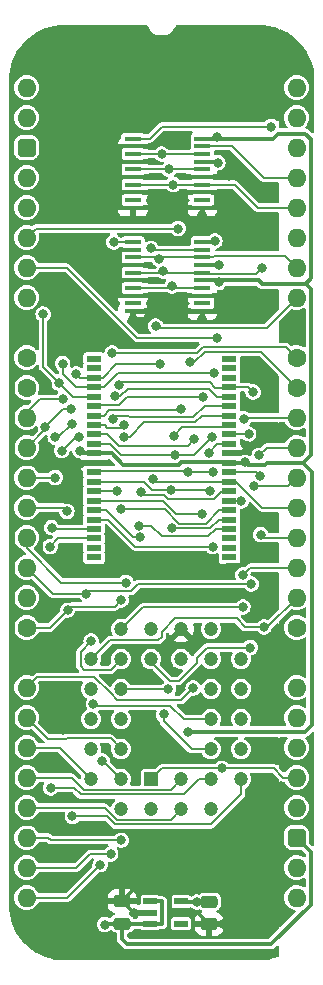
<source format=gtl>
%TF.GenerationSoftware,KiCad,Pcbnew,8.0.4*%
%TF.CreationDate,2024-08-08T08:46:37+02:00*%
%TF.ProjectId,HCP65 MPU Memory,48435036-3520-44d5-9055-204d656d6f72,V1*%
%TF.SameCoordinates,PX525bfc0PY43d3480*%
%TF.FileFunction,Copper,L1,Top*%
%TF.FilePolarity,Positive*%
%FSLAX46Y46*%
G04 Gerber Fmt 4.6, Leading zero omitted, Abs format (unit mm)*
G04 Created by KiCad (PCBNEW 8.0.4) date 2024-08-08 08:46:37*
%MOMM*%
%LPD*%
G01*
G04 APERTURE LIST*
G04 Aperture macros list*
%AMRoundRect*
0 Rectangle with rounded corners*
0 $1 Rounding radius*
0 $2 $3 $4 $5 $6 $7 $8 $9 X,Y pos of 4 corners*
0 Add a 4 corners polygon primitive as box body*
4,1,4,$2,$3,$4,$5,$6,$7,$8,$9,$2,$3,0*
0 Add four circle primitives for the rounded corners*
1,1,$1+$1,$2,$3*
1,1,$1+$1,$4,$5*
1,1,$1+$1,$6,$7*
1,1,$1+$1,$8,$9*
0 Add four rect primitives between the rounded corners*
20,1,$1+$1,$2,$3,$4,$5,0*
20,1,$1+$1,$4,$5,$6,$7,0*
20,1,$1+$1,$6,$7,$8,$9,0*
20,1,$1+$1,$8,$9,$2,$3,0*%
G04 Aperture macros list end*
%TA.AperFunction,ComponentPad*%
%ADD10R,1.200000X1.200000*%
%TD*%
%TA.AperFunction,ComponentPad*%
%ADD11C,1.200000*%
%TD*%
%TA.AperFunction,SMDPad,CuDef*%
%ADD12R,1.150000X0.600000*%
%TD*%
%TA.AperFunction,SMDPad,CuDef*%
%ADD13RoundRect,0.250000X0.475000X-0.250000X0.475000X0.250000X-0.475000X0.250000X-0.475000X-0.250000X0*%
%TD*%
%TA.AperFunction,SMDPad,CuDef*%
%ADD14R,1.475000X0.450000*%
%TD*%
%TA.AperFunction,ComponentPad*%
%ADD15O,1.600000X1.600000*%
%TD*%
%TA.AperFunction,ComponentPad*%
%ADD16RoundRect,0.400000X-0.400000X-0.400000X0.400000X-0.400000X0.400000X0.400000X-0.400000X0.400000X0*%
%TD*%
%TA.AperFunction,ComponentPad*%
%ADD17R,1.600000X1.600000*%
%TD*%
%TA.AperFunction,ComponentPad*%
%ADD18C,1.600000*%
%TD*%
%TA.AperFunction,SMDPad,CuDef*%
%ADD19RoundRect,0.250000X-0.475000X0.250000X-0.475000X-0.250000X0.475000X-0.250000X0.475000X0.250000X0*%
%TD*%
%TA.AperFunction,SMDPad,CuDef*%
%ADD20R,1.295000X0.600000*%
%TD*%
%TA.AperFunction,ViaPad*%
%ADD21C,0.800000*%
%TD*%
%TA.AperFunction,Conductor*%
%ADD22C,0.380000*%
%TD*%
%TA.AperFunction,Conductor*%
%ADD23C,0.200000*%
%TD*%
G04 APERTURE END LIST*
D10*
%TO.P,IC46,1,A18*%
%TO.N,A18*%
X10541000Y-58547000D03*
D11*
%TO.P,IC46,2,A16*%
%TO.N,A16*%
X13081000Y-61087000D03*
%TO.P,IC46,3,A15*%
%TO.N,A15*%
X13081000Y-58547000D03*
%TO.P,IC46,4,A12*%
%TO.N,A12*%
X15621000Y-61087000D03*
%TO.P,IC46,5,A7*%
%TO.N,A7*%
X18161000Y-58547000D03*
%TO.P,IC46,6,A6*%
%TO.N,A6*%
X15621000Y-58547000D03*
%TO.P,IC46,7,A5*%
%TO.N,A5*%
X18161000Y-56007000D03*
%TO.P,IC46,8,A4*%
%TO.N,A4*%
X15621000Y-56007000D03*
%TO.P,IC46,9,A3*%
%TO.N,A3*%
X18161000Y-53467000D03*
%TO.P,IC46,10,A2*%
%TO.N,A2*%
X15621000Y-53467000D03*
%TO.P,IC46,11,A1*%
%TO.N,A1*%
X18161000Y-50927000D03*
%TO.P,IC46,12,A0*%
%TO.N,A0*%
X15621000Y-50927000D03*
%TO.P,IC46,13,DQ0*%
%TO.N,D0*%
X18161000Y-48387000D03*
%TO.P,IC46,14,DQ1*%
%TO.N,D1*%
X15621000Y-45847000D03*
%TO.P,IC46,15,DQ2*%
%TO.N,D2*%
X15621000Y-48387000D03*
%TO.P,IC46,16,GND*%
%TO.N,GND*%
X13081000Y-45847000D03*
%TO.P,IC46,17,DQ3*%
%TO.N,D3*%
X13081000Y-48387000D03*
%TO.P,IC46,18,DQ4*%
%TO.N,D4*%
X10541000Y-45847000D03*
%TO.P,IC46,19,DQ5*%
%TO.N,D5*%
X10541000Y-48387000D03*
%TO.P,IC46,20,DQ6*%
%TO.N,D6*%
X8001000Y-45847000D03*
%TO.P,IC46,21,DQ7*%
%TO.N,D7*%
X5461000Y-48387000D03*
%TO.P,IC46,22,~{CE}*%
%TO.N,~{ROM_{CS}}*%
X8001000Y-48387000D03*
%TO.P,IC46,23,A10*%
%TO.N,A10*%
X5461000Y-50927000D03*
%TO.P,IC46,24,~{OE}*%
%TO.N,~{RD}*%
X8001000Y-50927000D03*
%TO.P,IC46,25,A11*%
%TO.N,A11*%
X5461000Y-53467000D03*
%TO.P,IC46,26,A9*%
%TO.N,A9*%
X8001000Y-53467000D03*
%TO.P,IC46,27,A8*%
%TO.N,A8*%
X5461000Y-56007000D03*
%TO.P,IC46,28,A13*%
%TO.N,A13*%
X8001000Y-56007000D03*
%TO.P,IC46,29,A14*%
%TO.N,A14*%
X5461000Y-58547000D03*
%TO.P,IC46,30,A17*%
%TO.N,A17*%
X8001000Y-61087000D03*
%TO.P,IC46,31,~{WE}*%
%TO.N,~{WD}*%
X8001000Y-58547000D03*
%TO.P,IC46,32,3V*%
%TO.N,/3.3V*%
X10541000Y-61087000D03*
%TD*%
D12*
%TO.P,IC45,1,6VIn*%
%TO.N,5V*%
X10465000Y-68900000D03*
%TO.P,IC45,2,GND*%
%TO.N,GND*%
X10465000Y-69850000D03*
%TO.P,IC45,3,EN*%
%TO.N,5V*%
X10465000Y-70800000D03*
%TO.P,IC45,4,ADJ*%
%TO.N,unconnected-(IC45-ADJ-Pad4)*%
X13065000Y-70800000D03*
%TO.P,IC45,5,3.3VOut*%
%TO.N,/3.3V*%
X13065000Y-68900000D03*
%TD*%
D13*
%TO.P,C49,1*%
%TO.N,5V*%
X8082000Y-70784000D03*
%TO.P,C49,2*%
%TO.N,GND*%
X8082000Y-68884000D03*
%TD*%
D14*
%TO.P,IC5,1,~{1OE}*%
%TO.N,~{RAM_{CS}}*%
X9000000Y-13077000D03*
%TO.P,IC5,2,1A0*%
%TO.N,GND*%
X9000000Y-13727000D03*
%TO.P,IC5,3,2Y0*%
%TO.N,CH0_{OUT}*%
X9000000Y-14377000D03*
%TO.P,IC5,4,1A1*%
%TO.N,GND*%
X9000000Y-15027000D03*
%TO.P,IC5,5,2Y1*%
%TO.N,CH1_{OUT}*%
X9000000Y-15677000D03*
%TO.P,IC5,6,1A2*%
%TO.N,GND*%
X9000000Y-16327000D03*
%TO.P,IC5,7,2Y2*%
%TO.N,CH2_{OUT}*%
X9000000Y-16977000D03*
%TO.P,IC5,8,1A3*%
%TO.N,GND*%
X9000000Y-17627000D03*
%TO.P,IC5,9,2Y3*%
%TO.N,unconnected-(IC5-2Y3-Pad9)*%
X9000000Y-18277000D03*
%TO.P,IC5,10,GND*%
%TO.N,GND*%
X9000000Y-18927000D03*
%TO.P,IC5,11,2A3*%
X14876000Y-18927000D03*
%TO.P,IC5,12,1Y3*%
%TO.N,unconnected-(IC5-1Y3-Pad12)*%
X14876000Y-18277000D03*
%TO.P,IC5,13,2A2*%
%TO.N,GND*%
X14876000Y-17627000D03*
%TO.P,IC5,14,1Y2*%
%TO.N,CH2_{OUT}*%
X14876000Y-16977000D03*
%TO.P,IC5,15,2A1*%
%TO.N,/3.3V*%
X14876000Y-16327000D03*
%TO.P,IC5,16,1Y1*%
%TO.N,CH1_{OUT}*%
X14876000Y-15677000D03*
%TO.P,IC5,17,2A0*%
%TO.N,/3.3V*%
X14876000Y-15027000D03*
%TO.P,IC5,18,1Y0*%
%TO.N,CH0_{OUT}*%
X14876000Y-14377000D03*
%TO.P,IC5,19,~{2OE}*%
%TO.N,~{ROM_{CS}}*%
X14876000Y-13727000D03*
%TO.P,IC5,20,3V*%
%TO.N,/3.3V*%
X14876000Y-13077000D03*
%TD*%
D15*
%TO.P,J8,1,Pin_1*%
%TO.N,unconnected-(J8-Pin_1-Pad1)*%
X0Y0D03*
%TO.P,J8,2,Pin_2*%
%TO.N,unconnected-(J8-Pin_2-Pad2)*%
X0Y-2540000D03*
D16*
%TO.P,J8,3,Pin_3*%
%TO.N,5V*%
X0Y-5080000D03*
D15*
%TO.P,J8,4,Pin_4*%
%TO.N,unconnected-(J8-Pin_4-Pad4)*%
X0Y-7620000D03*
%TO.P,J8,5,Pin_5*%
%TO.N,unconnected-(J8-Pin_5-Pad5)*%
X0Y-10160000D03*
%TO.P,J8,6,Pin_6*%
%TO.N,A0*%
X0Y-12700000D03*
%TO.P,J8,7,Pin_7*%
%TO.N,A1*%
X0Y-15240000D03*
%TO.P,J8,8,Pin_8*%
%TO.N,A2*%
X0Y-17780000D03*
D17*
%TO.P,J8,9,Pin_9*%
%TO.N,GND*%
X0Y-20320000D03*
D18*
%TO.P,J8,10,Pin_10*%
%TO.N,A3*%
X0Y-22860000D03*
%TO.P,J8,11,Pin_11*%
%TO.N,A4*%
X0Y-25400000D03*
D15*
%TO.P,J8,12,Pin_12*%
%TO.N,A5*%
X0Y-27940000D03*
%TO.P,J8,13,Pin_13*%
%TO.N,A6*%
X0Y-30480000D03*
%TO.P,J8,14,Pin_14*%
%TO.N,A7*%
X0Y-33020000D03*
%TO.P,J8,15,Pin_15*%
%TO.N,A8*%
X0Y-35560000D03*
%TO.P,J8,16,Pin_16*%
%TO.N,A9*%
X0Y-38100000D03*
%TO.P,J8,17,Pin_17*%
%TO.N,A10*%
X0Y-40640000D03*
%TO.P,J8,18,Pin_18*%
%TO.N,unconnected-(J8-Pin_18-Pad18)*%
X0Y-43180000D03*
D18*
%TO.P,J8,19,Pin_19*%
%TO.N,A11*%
X0Y-45720000D03*
D17*
%TO.P,J8,20,Pin_20*%
%TO.N,GND*%
X0Y-48260000D03*
D15*
%TO.P,J8,21,Pin_21*%
%TO.N,A12*%
X0Y-50800000D03*
%TO.P,J8,22,Pin_22*%
%TO.N,A13*%
X0Y-53340000D03*
%TO.P,J8,23,Pin_23*%
%TO.N,A14*%
X0Y-55880000D03*
%TO.P,J8,24,Pin_24*%
%TO.N,A15*%
X0Y-58420000D03*
%TO.P,J8,25,Pin_25*%
%TO.N,A16*%
X0Y-60960000D03*
%TO.P,J8,26,Pin_26*%
%TO.N,A17*%
X0Y-63500000D03*
%TO.P,J8,27,Pin_27*%
%TO.N,~{WD}*%
X0Y-66040000D03*
%TO.P,J8,28,Pin_28*%
%TO.N,~{RD}*%
X0Y-68580000D03*
%TO.P,J8,29,Pin_29*%
%TO.N,unconnected-(J8-Pin_29-Pad29)*%
X22860000Y-68580000D03*
%TO.P,J8,30,Pin_30*%
%TO.N,unconnected-(J8-Pin_30-Pad30)*%
X22860000Y-66040000D03*
D16*
%TO.P,J8,31,Pin_31*%
%TO.N,5V*%
X22860000Y-63500000D03*
D15*
%TO.P,J8,32,Pin_32*%
%TO.N,unconnected-(J8-Pin_32-Pad32)*%
X22860000Y-60960000D03*
%TO.P,J8,33,Pin_33*%
%TO.N,A18*%
X22860000Y-58420000D03*
%TO.P,J8,34,Pin_34*%
%TO.N,unconnected-(J8-Pin_34-Pad34)*%
X22860000Y-55880000D03*
%TO.P,J8,35,Pin_35*%
%TO.N,unconnected-(J8-Pin_35-Pad35)*%
X22860000Y-53340000D03*
%TO.P,J8,36,Pin_36*%
%TO.N,unconnected-(J8-Pin_36-Pad36)*%
X22860000Y-50800000D03*
D17*
%TO.P,J8,37,Pin_37*%
%TO.N,GND*%
X22860000Y-48260000D03*
D18*
%TO.P,J8,38,Pin_38*%
%TO.N,unconnected-(J8-Pin_38-Pad38)*%
X22860000Y-45720000D03*
D15*
%TO.P,J8,39,Pin_39*%
%TO.N,D7*%
X22860000Y-43180000D03*
%TO.P,J8,40,Pin_40*%
%TO.N,D6*%
X22860000Y-40640000D03*
%TO.P,J8,41,Pin_41*%
%TO.N,D5*%
X22860000Y-38100000D03*
%TO.P,J8,42,Pin_42*%
%TO.N,D4*%
X22860000Y-35560000D03*
%TO.P,J8,43,Pin_43*%
%TO.N,D3*%
X22860000Y-33020000D03*
%TO.P,J8,44,Pin_44*%
%TO.N,D2*%
X22860000Y-30480000D03*
%TO.P,J8,45,Pin_45*%
%TO.N,D1*%
X22860000Y-27940000D03*
D18*
%TO.P,J8,46,Pin_46*%
%TO.N,D0*%
X22860000Y-25400000D03*
%TO.P,J8,47,Pin_47*%
%TO.N,~{RAM_{CS}}*%
X22860000Y-22860000D03*
D17*
%TO.P,J8,48,Pin_48*%
%TO.N,GND*%
X22860000Y-20320000D03*
D15*
%TO.P,J8,49,Pin_49*%
%TO.N,~{ROM_{CS}}*%
X22860000Y-17780000D03*
%TO.P,J8,50,Pin_50*%
%TO.N,CH0_{OUT}*%
X22860000Y-15240000D03*
%TO.P,J8,51,Pin_51*%
%TO.N,CH1_{OUT}*%
X22860000Y-12700000D03*
%TO.P,J8,52,Pin_52*%
%TO.N,CH2_{OUT}*%
X22860000Y-10160000D03*
%TO.P,J8,53,Pin_53*%
%TO.N,~{Special}*%
X22860000Y-7620000D03*
%TO.P,J8,54,Pin_54*%
%TO.N,~{Main}*%
X22860000Y-5080000D03*
%TO.P,J8,55,Pin_55*%
%TO.N,unconnected-(J8-Pin_55-Pad55)*%
X22860000Y-2540000D03*
%TO.P,J8,56,Pin_56*%
%TO.N,unconnected-(J8-Pin_56-Pad56)*%
X22860000Y0D03*
%TD*%
D14*
%TO.P,IC1,1,~{1OE}*%
%TO.N,~{Main}*%
X9000000Y-4314000D03*
%TO.P,IC1,2,1A0*%
%TO.N,GND*%
X9000000Y-4964000D03*
%TO.P,IC1,3,2Y0*%
%TO.N,CH0_{OUT}*%
X9000000Y-5614000D03*
%TO.P,IC1,4,1A1*%
%TO.N,GND*%
X9000000Y-6264000D03*
%TO.P,IC1,5,2Y1*%
%TO.N,CH1_{OUT}*%
X9000000Y-6914000D03*
%TO.P,IC1,6,1A2*%
%TO.N,GND*%
X9000000Y-7564000D03*
%TO.P,IC1,7,2Y2*%
%TO.N,CH2_{OUT}*%
X9000000Y-8214000D03*
%TO.P,IC1,8,1A3*%
%TO.N,GND*%
X9000000Y-8864000D03*
%TO.P,IC1,9,2Y3*%
%TO.N,unconnected-(IC1-2Y3-Pad9)*%
X9000000Y-9514000D03*
%TO.P,IC1,10,GND*%
%TO.N,GND*%
X9000000Y-10164000D03*
%TO.P,IC1,11,2A3*%
X14876000Y-10164000D03*
%TO.P,IC1,12,1Y3*%
%TO.N,unconnected-(IC1-1Y3-Pad12)*%
X14876000Y-9514000D03*
%TO.P,IC1,13,2A2*%
%TO.N,GND*%
X14876000Y-8864000D03*
%TO.P,IC1,14,1Y2*%
%TO.N,CH2_{OUT}*%
X14876000Y-8214000D03*
%TO.P,IC1,15,2A1*%
%TO.N,GND*%
X14876000Y-7564000D03*
%TO.P,IC1,16,1Y1*%
%TO.N,CH1_{OUT}*%
X14876000Y-6914000D03*
%TO.P,IC1,17,2A0*%
%TO.N,/3.3V*%
X14876000Y-6264000D03*
%TO.P,IC1,18,1Y0*%
%TO.N,CH0_{OUT}*%
X14876000Y-5614000D03*
%TO.P,IC1,19,~{2OE}*%
%TO.N,~{Special}*%
X14876000Y-4964000D03*
%TO.P,IC1,20,3V*%
%TO.N,/3.3V*%
X14876000Y-4314000D03*
%TD*%
D19*
%TO.P,C50,1*%
%TO.N,/3.3V*%
X15448000Y-68916000D03*
%TO.P,C50,2*%
%TO.N,GND*%
X15448000Y-70816000D03*
%TD*%
D20*
%TO.P,IC25,1,N.C.*%
%TO.N,unconnected-(IC25-N.C.-Pad1)*%
X5702000Y-22969000D03*
%TO.P,IC25,2,N.C.*%
%TO.N,unconnected-(IC25-N.C.-Pad2)*%
X5702000Y-23769000D03*
%TO.P,IC25,3,A4*%
%TO.N,A4*%
X5702000Y-24569000D03*
%TO.P,IC25,4,A3*%
%TO.N,A3*%
X5702000Y-25369000D03*
%TO.P,IC25,5,A2*%
%TO.N,A2*%
X5702000Y-26169000D03*
%TO.P,IC25,6,A1*%
%TO.N,A1*%
X5702000Y-26969000D03*
%TO.P,IC25,7,A0*%
%TO.N,A0*%
X5702000Y-27769000D03*
%TO.P,IC25,8,~{CE}*%
%TO.N,~{RAM_{CS}}*%
X5702000Y-28569000D03*
%TO.P,IC25,9,D0*%
%TO.N,D0*%
X5702000Y-29369000D03*
%TO.P,IC25,10,D1*%
%TO.N,D1*%
X5702000Y-30169000D03*
%TO.P,IC25,11,3V*%
%TO.N,/3.3V*%
X5702000Y-30969000D03*
%TO.P,IC25,12,GND*%
%TO.N,GND*%
X5702000Y-31769000D03*
%TO.P,IC25,13,D2*%
%TO.N,D2*%
X5702000Y-32569000D03*
%TO.P,IC25,14,D3*%
%TO.N,D3*%
X5702000Y-33369000D03*
%TO.P,IC25,15,~{WE}*%
%TO.N,~{WD}*%
X5702000Y-34169000D03*
%TO.P,IC25,16,A18*%
%TO.N,A18*%
X5702000Y-34969000D03*
%TO.P,IC25,17,A17*%
%TO.N,A17*%
X5702000Y-35769000D03*
%TO.P,IC25,18,A16*%
%TO.N,A16*%
X5702000Y-36569000D03*
%TO.P,IC25,19,A15*%
%TO.N,A15*%
X5702000Y-37369000D03*
%TO.P,IC25,20,A14*%
%TO.N,A14*%
X5702000Y-38169000D03*
%TO.P,IC25,21,N.C.*%
%TO.N,unconnected-(IC25-N.C.-Pad21)*%
X5702000Y-38969000D03*
%TO.P,IC25,22,N.C.*%
%TO.N,unconnected-(IC25-N.C.-Pad22)*%
X5702000Y-39769000D03*
%TO.P,IC25,23,N.C.*%
%TO.N,unconnected-(IC25-N.C.-Pad23)*%
X17158000Y-39769000D03*
%TO.P,IC25,24,N.C.*%
%TO.N,unconnected-(IC25-N.C.-Pad24)*%
X17158000Y-38969000D03*
%TO.P,IC25,25,N.C.*%
%TO.N,unconnected-(IC25-N.C.-Pad25)*%
X17158000Y-38169000D03*
%TO.P,IC25,26,A13*%
%TO.N,A13*%
X17158000Y-37369000D03*
%TO.P,IC25,27,A12*%
%TO.N,A12*%
X17158000Y-36569000D03*
%TO.P,IC25,28,A11*%
%TO.N,A11*%
X17158000Y-35769000D03*
%TO.P,IC25,29,A10*%
%TO.N,A10*%
X17158000Y-34969000D03*
%TO.P,IC25,30,A9*%
%TO.N,A9*%
X17158000Y-34169000D03*
%TO.P,IC25,31,D4*%
%TO.N,D4*%
X17158000Y-33369000D03*
%TO.P,IC25,32,D5*%
%TO.N,D5*%
X17158000Y-32569000D03*
%TO.P,IC25,33,3V*%
%TO.N,/3.3V*%
X17158000Y-31769000D03*
%TO.P,IC25,34,GND*%
%TO.N,GND*%
X17158000Y-30969000D03*
%TO.P,IC25,35,D6*%
%TO.N,D6*%
X17158000Y-30169000D03*
%TO.P,IC25,36,D7*%
%TO.N,D7*%
X17158000Y-29369000D03*
%TO.P,IC25,37,~{OE}*%
%TO.N,~{RD}*%
X17158000Y-28569000D03*
%TO.P,IC25,38,A8*%
%TO.N,A8*%
X17158000Y-27769000D03*
%TO.P,IC25,39,A7*%
%TO.N,A7*%
X17158000Y-26969000D03*
%TO.P,IC25,40,A6*%
%TO.N,A6*%
X17158000Y-26169000D03*
%TO.P,IC25,41,A5*%
%TO.N,A5*%
X17158000Y-25369000D03*
%TO.P,IC25,42,N.C.*%
%TO.N,unconnected-(IC25-N.C.-Pad42)*%
X17158000Y-24569000D03*
%TO.P,IC25,43,N.C.*%
%TO.N,unconnected-(IC25-N.C.-Pad43)*%
X17158000Y-23769000D03*
%TO.P,IC25,44,N.C.*%
%TO.N,unconnected-(IC25-N.C.-Pad44)*%
X17158000Y-22969000D03*
%TD*%
D21*
%TO.N,/3.3V*%
X14432000Y-68961000D03*
X15930084Y-12992317D03*
X18515525Y-31723525D03*
X13635994Y-54529994D03*
X16184000Y-6359321D03*
X16305000Y-14986000D03*
X16256000Y-16498000D03*
X16129000Y-4214000D03*
X4512314Y-30731022D03*
%TO.N,5V*%
X6604000Y-70866000D03*
%TO.N,GND*%
X3301996Y-62738003D03*
X3074465Y-54418857D03*
X5334000Y-44831000D03*
X4513000Y-31877000D03*
X17145000Y-7493000D03*
X4191000Y-19939000D03*
X19050000Y-39116000D03*
X12562719Y-49478593D03*
X14859000Y-19557982D03*
X9000000Y-19558000D03*
X10921996Y-54864000D03*
X16637000Y-70816000D03*
X9052384Y-69843893D03*
X19558000Y-46609000D03*
X14859000Y-10795000D03*
X21717000Y-29083000D03*
X13718697Y-52526867D03*
X2986000Y-57417839D03*
X16636998Y-42799001D03*
X8382000Y-21717000D03*
X16637000Y-62738000D03*
X4826000Y-7620000D03*
X19690000Y-44704000D03*
X20393387Y-51880685D03*
X16637000Y-40767000D03*
X18722475Y-30334296D03*
%TO.N,A4*%
X11599050Y-53075537D03*
X11303000Y-23438002D03*
X4191000Y-24257000D03*
%TO.N,A3*%
X3048000Y-23368000D03*
X15875000Y-24130000D03*
%TO.N,A2*%
X5651000Y-52197000D03*
X2762513Y-25023331D03*
X1396996Y-19177000D03*
%TO.N,A1*%
X16129000Y-21209000D03*
X14951611Y-26188314D03*
%TO.N,A0*%
X12815000Y-11938000D03*
X13081000Y-27171000D03*
%TO.N,~{RAM_{CS}}*%
X7366000Y-13081000D03*
X7239000Y-22479000D03*
X8254998Y-28528998D03*
%TO.N,D0*%
X13843000Y-23241000D03*
X14173186Y-29794186D03*
%TO.N,D1*%
X12548000Y-31079000D03*
X15673522Y-29579000D03*
X18405003Y-28037486D03*
%TO.N,D2*%
X19690000Y-31131694D03*
X13690697Y-32512000D03*
X15748000Y-32512000D03*
%TO.N,D3*%
X12252573Y-34096573D03*
X15540697Y-34166000D03*
X19261911Y-33757191D03*
%TO.N,~{WD}*%
X6401000Y-57023000D03*
X7112000Y-64897000D03*
X7608000Y-34134439D03*
%TO.N,A18*%
X14859002Y-36068002D03*
X16521000Y-57642889D03*
%TO.N,A17*%
X8001000Y-63704000D03*
X9610192Y-38080367D03*
%TO.N,A16*%
X15747994Y-38862000D03*
%TO.N,A15*%
X2105248Y-37264752D03*
%TO.N,A14*%
X1986915Y-38858484D03*
%TO.N,A13*%
X9525000Y-37084000D03*
%TO.N,A12*%
X12305339Y-37286661D03*
X14097000Y-50829998D03*
%TO.N,A11*%
X7989000Y-35669000D03*
X7989000Y-43391769D03*
X3461000Y-44248466D03*
%TO.N,A10*%
X18182017Y-35002370D03*
X19007530Y-42036995D03*
X5054152Y-42838701D03*
%TO.N,A9*%
X9652000Y-34217000D03*
X8389000Y-41910000D03*
%TO.N,D4*%
X10683394Y-33120166D03*
%TO.N,D5*%
X19733782Y-32875522D03*
X18923000Y-47407172D03*
X19812000Y-37846000D03*
%TO.N,D6*%
X18315855Y-43970000D03*
X15409592Y-30903592D03*
X18302940Y-41258504D03*
%TO.N,D7*%
X18796000Y-29337000D03*
X20091593Y-45664123D03*
%TO.N,~{RD}*%
X12446000Y-29464000D03*
X12003000Y-50927000D03*
X6223000Y-65786000D03*
%TO.N,A8*%
X3411000Y-35883496D03*
X2983000Y-30734000D03*
X8255011Y-29579000D03*
X4432986Y-29579000D03*
%TO.N,A7*%
X7294466Y-28053750D03*
X3809828Y-28451000D03*
X2413000Y-29591000D03*
X2413000Y-33020006D03*
X3879001Y-61710000D03*
%TO.N,A6*%
X3750985Y-27208297D03*
X1589361Y-28721955D03*
X2032000Y-59309000D03*
X7455314Y-26107724D03*
%TO.N,A5*%
X19177000Y-25781000D03*
X7807302Y-25171860D03*
X3052900Y-26374380D03*
%TO.N,~{ROM_{CS}}*%
X10922002Y-20186000D03*
X10528855Y-13609846D03*
X5461000Y-46863000D03*
%TO.N,CH0_{OUT}*%
X11430000Y-5614000D03*
X11188000Y-14478000D03*
%TO.N,CH1_{OUT}*%
X12065000Y-6914000D03*
X11569000Y-15547988D03*
X19939003Y-15240003D03*
%TO.N,CH2_{OUT}*%
X12319000Y-16787000D03*
X12415000Y-8214000D03*
%TO.N,~{Main}*%
X20701000Y-3302000D03*
%TD*%
D22*
%TO.N,/3.3V*%
X16233000Y-4318000D02*
X16129000Y-4214000D01*
X14432000Y-68961000D02*
X13126000Y-68961000D01*
X24130000Y-53987229D02*
X23587235Y-54529994D01*
X14876000Y-16327000D02*
X16085000Y-16327000D01*
X23368000Y-31750000D02*
X24050000Y-31068000D01*
X21300940Y-3890000D02*
X20872940Y-4318000D01*
X8133698Y-31919000D02*
X7183698Y-30969000D01*
X12895940Y-31919000D02*
X8133698Y-31919000D01*
X24050000Y-31068000D02*
X24050000Y-17018000D01*
X14876000Y-15027000D02*
X16264000Y-15027000D01*
X14876000Y-13077000D02*
X15845401Y-13077000D01*
X23622000Y-16590000D02*
X24050000Y-16162000D01*
X20317101Y-31750000D02*
X23368000Y-31750000D01*
X7183698Y-30969000D02*
X5702000Y-30969000D01*
X5702000Y-30969000D02*
X4750292Y-30969000D01*
X16088679Y-6264000D02*
X16184000Y-6359321D01*
X20145407Y-31921694D02*
X20317101Y-31750000D01*
X14432000Y-68961000D02*
X15403000Y-68961000D01*
X24050000Y-4365000D02*
X23575000Y-3890000D01*
X24050000Y-17018000D02*
X23622000Y-16590000D01*
X20872940Y-4318000D02*
X16233000Y-4318000D01*
X14880000Y-4318000D02*
X16025000Y-4318000D01*
X4750292Y-30969000D02*
X4512314Y-30731022D01*
X24050000Y-16162000D02*
X24050000Y-4365000D01*
X23575000Y-3890000D02*
X21300940Y-3890000D01*
X19676000Y-16327000D02*
X16427000Y-16327000D01*
X15845401Y-13077000D02*
X15930084Y-12992317D01*
X19939000Y-16590000D02*
X19676000Y-16327000D01*
X23587235Y-54529994D02*
X13635994Y-54529994D01*
X16025000Y-4318000D02*
X16129000Y-4214000D01*
X18713694Y-31921694D02*
X20145407Y-31921694D01*
X16427000Y-16327000D02*
X16256000Y-16498000D01*
X14876000Y-6264000D02*
X16088679Y-6264000D01*
X23368000Y-31750000D02*
X24130000Y-32512000D01*
X16264000Y-15027000D02*
X16305000Y-14986000D01*
X18470050Y-31769000D02*
X18515525Y-31723525D01*
X23622000Y-16590000D02*
X19939000Y-16590000D01*
X17111000Y-31722000D02*
X13092940Y-31722000D01*
X18515525Y-31723525D02*
X18713694Y-31921694D01*
X17158000Y-31769000D02*
X18470050Y-31769000D01*
X13092940Y-31722000D02*
X12895940Y-31919000D01*
X24130000Y-32512000D02*
X24130000Y-53987229D01*
X16085000Y-16327000D02*
X16256000Y-16498000D01*
%TO.N,5V*%
X6686000Y-70784000D02*
X6604000Y-70866000D01*
X24050000Y-64690000D02*
X22860000Y-63500000D01*
X8509000Y-72517000D02*
X20701000Y-72517000D01*
X24050000Y-69168000D02*
X24050000Y-64690000D01*
X8082000Y-70784000D02*
X6686000Y-70784000D01*
X11420000Y-70800000D02*
X10465000Y-70800000D01*
X8082000Y-70784000D02*
X8082000Y-72090000D01*
X11430000Y-70790000D02*
X11420000Y-70800000D01*
X20701000Y-72517000D02*
X24050000Y-69168000D01*
X11430000Y-68910000D02*
X11430000Y-70790000D01*
X10465000Y-68900000D02*
X11420000Y-68900000D01*
X11420000Y-68900000D02*
X11430000Y-68910000D01*
X8082000Y-72090000D02*
X8509000Y-72517000D01*
X10465000Y-70800000D02*
X8098000Y-70800000D01*
%TO.N,GND*%
X4513000Y-31877000D02*
X4466000Y-31830000D01*
X7882500Y-16327000D02*
X9000000Y-16327000D01*
X14876000Y-10164000D02*
X14876000Y-10778000D01*
X7872500Y-7574000D02*
X7882500Y-7564000D01*
X9000000Y-18927000D02*
X9000000Y-19558000D01*
X16873075Y-51610985D02*
X16541060Y-51943000D01*
X17444913Y-51610985D02*
X16873075Y-51610985D01*
X18185500Y-30969000D02*
X18722475Y-30432025D01*
X16003500Y-9096964D02*
X15770536Y-8864000D01*
X14876000Y-18927000D02*
X15968500Y-18927000D01*
X8082000Y-68884000D02*
X9048000Y-69850000D01*
X14302564Y-51943000D02*
X13718697Y-52526867D01*
X20955000Y-29083000D02*
X19703704Y-30334296D01*
X16461000Y-62914000D02*
X3477993Y-62914000D01*
X1190000Y-37131000D02*
X1190000Y-39334940D01*
X14876000Y-18927000D02*
X14876000Y-19540982D01*
X20357072Y-51917000D02*
X17750928Y-51917000D01*
X17933000Y-46837000D02*
X18161000Y-46609000D01*
X3138608Y-54483000D02*
X7747000Y-54483000D01*
X14876000Y-10164000D02*
X15993500Y-10164000D01*
X9021000Y-67945000D02*
X11511000Y-67945000D01*
X7907500Y-8864000D02*
X7872500Y-8829000D01*
X7872500Y-16317000D02*
X7872500Y-15062000D01*
X1905000Y-48260000D02*
X5334000Y-44831000D01*
X7882500Y-7564000D02*
X7872500Y-7554000D01*
X7907500Y-15027000D02*
X9000000Y-15027000D01*
X7872500Y-4974000D02*
X7882500Y-4964000D01*
X725608Y-52070000D02*
X-412915Y-52070000D01*
X14071000Y-46837000D02*
X17933000Y-46837000D01*
X15770536Y-8864000D02*
X14876000Y-8864000D01*
X7872500Y-10154000D02*
X7872500Y-8899000D01*
X5334000Y-44831000D02*
X8012331Y-44831000D01*
X-1270000Y-51212915D02*
X-1270000Y-49530000D01*
X8128000Y-54864000D02*
X10921996Y-54864000D01*
X-1270000Y-32607085D02*
X-1270000Y-36195000D01*
X16636998Y-42799001D02*
X18669001Y-42799001D01*
X21717000Y-29083000D02*
X20955000Y-29083000D01*
X16003500Y-17781500D02*
X15849000Y-17627000D01*
X10537000Y-18927000D02*
X9906000Y-19558000D01*
X7907500Y-8864000D02*
X9000000Y-8864000D01*
X7872500Y-17617000D02*
X7872500Y-16337000D01*
X15968500Y-18927000D02*
X16003500Y-18892000D01*
X7907500Y-15027000D02*
X7872500Y-14992000D01*
X19690000Y-43820000D02*
X19690000Y-44704000D01*
X7958500Y-6264000D02*
X9000000Y-6264000D01*
X7872500Y-7554000D02*
X7872500Y-6350000D01*
X8012331Y-44831000D02*
X10044330Y-42799001D01*
X-332915Y-62310000D02*
X2873993Y-62310000D01*
X-1190000Y-52847085D02*
X-1190000Y-61452915D01*
X9000000Y-17627000D02*
X7882500Y-17627000D01*
X7882500Y-16327000D02*
X7872500Y-16317000D01*
X7872500Y-8829000D02*
X7872500Y-7574000D01*
X21209000Y-46609000D02*
X19558000Y-46609000D01*
X13081000Y-45847000D02*
X14071000Y-46837000D01*
X7872500Y-16337000D02*
X7882500Y-16327000D01*
X19050000Y-39624000D02*
X19050000Y-39116000D01*
X18669001Y-42799001D02*
X19690000Y-43820000D01*
X16637000Y-62738000D02*
X16461000Y-62914000D01*
X9048000Y-69850000D02*
X10465000Y-69850000D01*
X15993500Y-10164000D02*
X16003500Y-10154000D01*
X-1270000Y-49530000D02*
X0Y-48260000D01*
X20393387Y-51880685D02*
X20357072Y-51917000D01*
X3074465Y-54418857D02*
X725608Y-52070000D01*
X-492915Y-31830000D02*
X-1270000Y-32607085D01*
X15448000Y-70816000D02*
X16637000Y-70816000D01*
X7872500Y-6350000D02*
X7958500Y-6264000D01*
X16637000Y-40767000D02*
X16945000Y-40459000D01*
X-492915Y-31830000D02*
X-1190000Y-31132915D01*
X16945000Y-40459000D02*
X18215000Y-40459000D01*
X4466000Y-31830000D02*
X-492915Y-31830000D01*
X12100000Y-68534000D02*
X12100000Y-69423000D01*
X17750928Y-51917000D02*
X17444913Y-51610985D01*
X16003500Y-18892000D02*
X16003500Y-17781500D01*
X17074000Y-7564000D02*
X17145000Y-7493000D01*
X17158000Y-30969000D02*
X18185500Y-30969000D01*
X7872500Y-6229000D02*
X7872500Y-4974000D01*
X15849000Y-17627000D02*
X14876000Y-17627000D01*
X3074465Y-54418857D02*
X3138608Y-54483000D01*
X3477993Y-62914000D02*
X3301996Y-62738003D01*
X1190000Y-39334940D02*
X2622060Y-40767000D01*
X18161000Y-46609000D02*
X19558000Y-46609000D01*
X7882500Y-7564000D02*
X9000000Y-7564000D01*
X7882500Y-17627000D02*
X7872500Y-17617000D01*
X7958500Y-6264000D02*
X7907500Y-6264000D01*
X7882500Y-13727000D02*
X9000000Y-13727000D01*
X19703704Y-30334296D02*
X18722475Y-30334296D01*
X18215000Y-40459000D02*
X18923000Y-39751000D01*
X16003500Y-10154000D02*
X16003500Y-9096964D01*
X10044330Y-42799001D02*
X16636998Y-42799001D01*
X4826000Y-7620000D02*
X7826500Y-7620000D01*
X7907500Y-6264000D02*
X7872500Y-6229000D01*
X7872500Y-8899000D02*
X7907500Y-8864000D01*
X14876000Y-7564000D02*
X17074000Y-7564000D01*
X-1190000Y-31132915D02*
X-1190000Y-24050000D01*
X14482000Y-69850000D02*
X15448000Y-70816000D01*
X-635000Y-36830000D02*
X889000Y-36830000D01*
X7872500Y-14992000D02*
X7872500Y-13737000D01*
X2622060Y-40767000D02*
X16637000Y-40767000D01*
X-1190000Y-61452915D02*
X-332915Y-62310000D01*
X18923000Y-39751000D02*
X19050000Y-39624000D01*
X0Y-48260000D02*
X1905000Y-48260000D01*
X16541060Y-51943000D02*
X14302564Y-51943000D01*
X12091000Y-46837000D02*
X13081000Y-45847000D01*
X-635000Y-36830000D02*
X-1190000Y-37385000D01*
X889000Y-36830000D02*
X1190000Y-37131000D01*
X14876000Y-10778000D02*
X14859000Y-10795000D01*
X-412915Y-52070000D02*
X-1190000Y-52847085D01*
X14876000Y-17627000D02*
X9000000Y-17627000D01*
X7826500Y-7620000D02*
X7872500Y-7574000D01*
X-1190000Y-37385000D02*
X-1190000Y-47070000D01*
X12527000Y-69850000D02*
X14482000Y-69850000D01*
X9906000Y-19558000D02*
X9000000Y-19558000D01*
X7882500Y-4964000D02*
X9000000Y-4964000D01*
X9000000Y-10164000D02*
X7882500Y-10164000D01*
X7872500Y-15062000D02*
X7907500Y-15027000D01*
X22860000Y-48260000D02*
X21209000Y-46609000D01*
X12562719Y-49478593D02*
X12091000Y-49006874D01*
X14876000Y-19540982D02*
X14859000Y-19557982D01*
X12100000Y-69423000D02*
X12527000Y-69850000D01*
X7882500Y-10164000D02*
X7872500Y-10154000D01*
X18722475Y-30432025D02*
X18722475Y-30334296D01*
X-1270000Y-36195000D02*
X-635000Y-36830000D01*
X12091000Y-49006874D02*
X12091000Y-46837000D01*
X5702000Y-31769000D02*
X4621000Y-31769000D01*
X7872500Y-13737000D02*
X7882500Y-13727000D01*
X4621000Y-31769000D02*
X4513000Y-31877000D01*
X8082000Y-68884000D02*
X9021000Y-67945000D01*
X11511000Y-67945000D02*
X12100000Y-68534000D01*
X9000000Y-10164000D02*
X14876000Y-10164000D01*
X-1190000Y-47070000D02*
X0Y-48260000D01*
X2873993Y-62310000D02*
X3301996Y-62738003D01*
X7747000Y-54483000D02*
X8128000Y-54864000D01*
X14876000Y-18927000D02*
X10537000Y-18927000D01*
X-412915Y-52070000D02*
X-1270000Y-51212915D01*
D23*
%TO.N,A4*%
X11599050Y-53075537D02*
X11599050Y-53636046D01*
X5702000Y-24569000D02*
X4503000Y-24569000D01*
X11599050Y-53636046D02*
X13970004Y-56007000D01*
X6457037Y-24569000D02*
X7588035Y-23438002D01*
X13970004Y-56007000D02*
X15621000Y-56007000D01*
X7588035Y-23438002D02*
X11303000Y-23438002D01*
X5702000Y-24569000D02*
X6457037Y-24569000D01*
X4503000Y-24569000D02*
X4191000Y-24257000D01*
%TO.N,A3*%
X15818145Y-24186855D02*
X15875000Y-24130000D01*
X5702000Y-25369000D02*
X4168843Y-25369000D01*
X6549500Y-25369000D02*
X7731645Y-24186855D01*
X7731645Y-24186855D02*
X15818145Y-24186855D01*
X5702000Y-25369000D02*
X6549500Y-25369000D01*
X3048000Y-24248157D02*
X3048000Y-23368000D01*
X4168843Y-25369000D02*
X3048000Y-24248157D01*
%TO.N,A2*%
X1396996Y-19177000D02*
X1396996Y-23657814D01*
X5778000Y-52324000D02*
X5651000Y-52197000D01*
X13314661Y-53467000D02*
X12171661Y-52324000D01*
X5702000Y-26169000D02*
X3908182Y-26169000D01*
X3908182Y-26169000D02*
X2762513Y-25023331D01*
X1396996Y-23657814D02*
X2762513Y-25023331D01*
X12171661Y-52324000D02*
X5778000Y-52324000D01*
X15621000Y-53467000D02*
X13314661Y-53467000D01*
%TO.N,A1*%
X9373347Y-21209000D02*
X16129000Y-21209000D01*
X8488767Y-26188314D02*
X7819357Y-26857724D01*
X7819357Y-26857724D02*
X5934724Y-26857724D01*
X0Y-15240000D02*
X3404347Y-15240000D01*
X14951611Y-26188314D02*
X8488767Y-26188314D01*
X3404347Y-15240000D02*
X9373347Y-21209000D01*
%TO.N,A0*%
X762000Y-11938000D02*
X12815000Y-11938000D01*
X6549500Y-27769000D02*
X7007394Y-27311106D01*
X12940894Y-27311106D02*
X13081000Y-27171000D01*
X7007394Y-27311106D02*
X12940894Y-27311106D01*
X0Y-12700000D02*
X762000Y-11938000D01*
X5702000Y-27769000D02*
X6549500Y-27769000D01*
%TO.N,~{RAM_{CS}}*%
X6838750Y-28803750D02*
X7980246Y-28803750D01*
X22860000Y-22860000D02*
X21969000Y-21969000D01*
X14905661Y-21969000D02*
X14395661Y-22479000D01*
X6604000Y-28569000D02*
X6838750Y-28803750D01*
X7370000Y-13077000D02*
X7366000Y-13081000D01*
X7980246Y-28803750D02*
X8254998Y-28528998D01*
X9000000Y-13077000D02*
X7370000Y-13077000D01*
X21969000Y-21969000D02*
X14905661Y-21969000D01*
X14395661Y-22479000D02*
X7239000Y-22479000D01*
X5702000Y-28569000D02*
X6604000Y-28569000D01*
%TO.N,D0*%
X14199347Y-23241000D02*
X15071347Y-22369000D01*
X7802348Y-30329000D02*
X13638372Y-30329000D01*
X19829000Y-22369000D02*
X22860000Y-25400000D01*
X13843000Y-23241000D02*
X14199347Y-23241000D01*
X13638372Y-30329000D02*
X14173186Y-29794186D01*
X6842348Y-29369000D02*
X7802348Y-30329000D01*
X5702000Y-29369000D02*
X6842348Y-29369000D01*
X15071347Y-22369000D02*
X19829000Y-22369000D01*
%TO.N,D1*%
X7076662Y-30169000D02*
X7986662Y-31079000D01*
X5702000Y-30169000D02*
X7076662Y-30169000D01*
X22860000Y-27940000D02*
X18502489Y-27940000D01*
X18502489Y-27940000D02*
X18405003Y-28037486D01*
X7986662Y-31079000D02*
X12548000Y-31079000D01*
X12548000Y-31079000D02*
X14173522Y-31079000D01*
X14173522Y-31079000D02*
X15673522Y-29579000D01*
%TO.N,D2*%
X5850834Y-32420166D02*
X13598863Y-32420166D01*
X20341694Y-30480000D02*
X19690000Y-31131694D01*
X15748000Y-32512000D02*
X13690697Y-32512000D01*
X13598863Y-32420166D02*
X13690697Y-32512000D01*
X22860000Y-30480000D02*
X20341694Y-30480000D01*
%TO.N,D3*%
X15471270Y-34096573D02*
X15540697Y-34166000D01*
X22860000Y-33020000D02*
X22122809Y-33757191D01*
X9920057Y-33369000D02*
X10647630Y-34096573D01*
X12252573Y-34096573D02*
X15471270Y-34096573D01*
X5702000Y-33369000D02*
X9920057Y-33369000D01*
X22122809Y-33757191D02*
X19261911Y-33757191D01*
X10647630Y-34096573D02*
X12252573Y-34096573D01*
%TO.N,~{WD}*%
X4191000Y-66040000D02*
X5334000Y-64897000D01*
X8001000Y-58547000D02*
X6477000Y-57023000D01*
X5334000Y-64897000D02*
X7112000Y-64897000D01*
X5702000Y-34169000D02*
X7573439Y-34169000D01*
X6477000Y-57023000D02*
X6401000Y-57023000D01*
X7573439Y-34169000D02*
X7608000Y-34134439D01*
X0Y-66040000D02*
X4191000Y-66040000D01*
%TO.N,A18*%
X12642316Y-36068002D02*
X14859002Y-36068002D01*
X10541000Y-58547000D02*
X11445111Y-57642889D01*
X11543314Y-34969000D02*
X12642316Y-36068002D01*
X21728630Y-58420000D02*
X20951519Y-57642889D01*
X22860000Y-58420000D02*
X21728630Y-58420000D01*
X11445111Y-57642889D02*
X16521000Y-57642889D01*
X5702000Y-34969000D02*
X11543314Y-34969000D01*
X20951519Y-57642889D02*
X16521000Y-57642889D01*
%TO.N,A17*%
X8997367Y-38080367D02*
X9610192Y-38080367D01*
X5702000Y-35769000D02*
X6686000Y-35769000D01*
X6686000Y-35769000D02*
X8997367Y-38080367D01*
X8001000Y-63704000D02*
X2032000Y-63704000D01*
X1828000Y-63500000D02*
X2032000Y-63704000D01*
X0Y-63500000D02*
X1828000Y-63500000D01*
%TO.N,A16*%
X6601207Y-60960000D02*
X7628207Y-61987000D01*
X12181000Y-61987000D02*
X13081000Y-61087000D01*
X7628207Y-61987000D02*
X12181000Y-61987000D01*
X5702000Y-36569000D02*
X6920314Y-36569000D01*
X6920314Y-36569000D02*
X9213314Y-38862000D01*
X9213314Y-38862000D02*
X15747994Y-38862000D01*
X0Y-60960000D02*
X6601207Y-60960000D01*
%TO.N,A15*%
X5702000Y-37369000D02*
X2209496Y-37369000D01*
X4837000Y-59447000D02*
X3810000Y-58420000D01*
X13081000Y-58547000D02*
X12181000Y-59447000D01*
X12181000Y-59447000D02*
X4837000Y-59447000D01*
X3810000Y-58420000D02*
X0Y-58420000D01*
X2209496Y-37369000D02*
X2105248Y-37264752D01*
%TO.N,A14*%
X5702000Y-38169000D02*
X2676399Y-38169000D01*
X2794000Y-55880000D02*
X5461000Y-58547000D01*
X0Y-55880000D02*
X2794000Y-55880000D01*
X2676399Y-38169000D02*
X1986915Y-38858484D01*
%TO.N,A13*%
X3364415Y-55118857D02*
X3376272Y-55107000D01*
X10527975Y-37084000D02*
X9525000Y-37084000D01*
X0Y-53340000D02*
X1778857Y-55118857D01*
X15394463Y-37986661D02*
X11430636Y-37986661D01*
X7101000Y-55107000D02*
X8001000Y-56007000D01*
X3376272Y-55107000D02*
X7101000Y-55107000D01*
X16012124Y-37369000D02*
X15394463Y-37986661D01*
X17158000Y-37369000D02*
X16012124Y-37369000D01*
X1778857Y-55118857D02*
X3364415Y-55118857D01*
X11430636Y-37986661D02*
X10527975Y-37084000D01*
%TO.N,A12*%
X889000Y-49911000D02*
X5717793Y-49911000D01*
X7101000Y-51294207D02*
X7101000Y-51299793D01*
X13099998Y-51827000D02*
X14097000Y-50829998D01*
X7101000Y-51299793D02*
X7628207Y-51827000D01*
X16246439Y-36569000D02*
X15496968Y-37318470D01*
X7628207Y-51827000D02*
X13099998Y-51827000D01*
X17158000Y-36569000D02*
X16246439Y-36569000D01*
X15496968Y-37318470D02*
X12337148Y-37318470D01*
X5717793Y-49911000D02*
X7101000Y-51294207D01*
X12337148Y-37318470D02*
X12305339Y-37286661D01*
X0Y-50800000D02*
X889000Y-49911000D01*
%TO.N,A11*%
X3767466Y-43942000D02*
X7438769Y-43942000D01*
X12927098Y-36918470D02*
X11677628Y-35669000D01*
X7438769Y-43942000D02*
X7989000Y-43391769D01*
X17158000Y-35769000D02*
X16310500Y-35769000D01*
X3461000Y-44248466D02*
X1989466Y-45720000D01*
X1989466Y-45720000D02*
X0Y-45720000D01*
X16310500Y-35769000D02*
X15161030Y-36918470D01*
X15161030Y-36918470D02*
X12927098Y-36918470D01*
X3461000Y-44248466D02*
X3767466Y-43942000D01*
X11677628Y-35669000D02*
X7989000Y-35669000D01*
%TO.N,A10*%
X18148647Y-34969000D02*
X18182017Y-35002370D01*
X9398005Y-42036995D02*
X19007530Y-42036995D01*
X5054152Y-42838701D02*
X5251084Y-42641769D01*
X8793231Y-42641769D02*
X9398005Y-42036995D01*
X0Y-40640000D02*
X2198701Y-42838701D01*
X5251084Y-42641769D02*
X8793231Y-42641769D01*
X17158000Y-34969000D02*
X18148647Y-34969000D01*
X2198701Y-42838701D02*
X5054152Y-42838701D01*
%TO.N,A9*%
X11636573Y-34496573D02*
X9931573Y-34496573D01*
X2921000Y-41910000D02*
X8389000Y-41910000D01*
X16527647Y-34169000D02*
X15830647Y-34866000D01*
X0Y-38989000D02*
X2921000Y-41910000D01*
X12006000Y-34866000D02*
X11636573Y-34496573D01*
X17158000Y-34169000D02*
X16527647Y-34169000D01*
X15830647Y-34866000D02*
X12006000Y-34866000D01*
X0Y-38200950D02*
X0Y-38989000D01*
X9931573Y-34496573D02*
X9652000Y-34217000D01*
%TO.N,D4*%
X10932228Y-33369000D02*
X10683394Y-33120166D01*
X17748000Y-33369000D02*
X19939000Y-35560000D01*
X19939000Y-35560000D02*
X22860000Y-35560000D01*
X17158000Y-33369000D02*
X10932228Y-33369000D01*
X17158000Y-33369000D02*
X17748000Y-33369000D01*
%TO.N,D5*%
X20066000Y-38100000D02*
X22860000Y-38100000D01*
X14414500Y-48704500D02*
X14414500Y-48261500D01*
X19812000Y-37846000D02*
X20066000Y-38100000D01*
X12889000Y-50230000D02*
X14414500Y-48704500D01*
X17158000Y-32569000D02*
X19427260Y-32569000D01*
X19427260Y-32569000D02*
X19733782Y-32875522D01*
X15268828Y-47407172D02*
X18923000Y-47407172D01*
X12130000Y-50230000D02*
X12889000Y-50230000D01*
X10541000Y-48641000D02*
X12130000Y-50230000D01*
X14414500Y-48261500D02*
X15268828Y-47407172D01*
%TO.N,D6*%
X8001000Y-45847000D02*
X9878000Y-43970000D01*
X22860000Y-40640000D02*
X18921444Y-40640000D01*
X16144184Y-30169000D02*
X15409592Y-30903592D01*
X17158000Y-30169000D02*
X16144184Y-30169000D01*
X9878000Y-43970000D02*
X18315855Y-43970000D01*
X18921444Y-40640000D02*
X18302940Y-41258504D01*
%TO.N,D7*%
X17769000Y-44947000D02*
X18486123Y-45664123D01*
X11430000Y-46101000D02*
X12584000Y-44947000D01*
X17158000Y-29369000D02*
X18764000Y-29369000D01*
X22860000Y-43180000D02*
X20375877Y-45664123D01*
X18764000Y-29369000D02*
X18796000Y-29337000D01*
X11114000Y-46798000D02*
X11430000Y-46482000D01*
X18486123Y-45664123D02*
X20091593Y-45664123D01*
X5461000Y-48387000D02*
X7050000Y-46798000D01*
X11430000Y-46482000D02*
X11430000Y-46101000D01*
X7050000Y-46798000D02*
X11114000Y-46798000D01*
X20375877Y-45664123D02*
X20091593Y-45664123D01*
X12584000Y-44947000D02*
X17769000Y-44947000D01*
%TO.N,~{RD}*%
X0Y-68580000D02*
X3429000Y-68580000D01*
X3429000Y-68580000D02*
X6223000Y-65786000D01*
X8001000Y-50927000D02*
X12003000Y-50927000D01*
X16958000Y-28769000D02*
X13141000Y-28769000D01*
X13141000Y-28769000D02*
X12446000Y-29464000D01*
%TO.N,A8*%
X8711500Y-29579000D02*
X8255011Y-29579000D01*
X4138000Y-29579000D02*
X4432986Y-29579000D01*
X14281686Y-28321000D02*
X9969500Y-28321000D01*
X14833686Y-27769000D02*
X14281686Y-28321000D01*
X17158000Y-27769000D02*
X14833686Y-27769000D01*
X2983000Y-30734000D02*
X4138000Y-29579000D01*
X3087504Y-35560000D02*
X3411000Y-35883496D01*
X9969500Y-28321000D02*
X8711500Y-29579000D01*
X0Y-35560000D02*
X3087504Y-35560000D01*
%TO.N,A7*%
X18161000Y-59819793D02*
X15593793Y-62387000D01*
X6785521Y-61710000D02*
X3879001Y-61710000D01*
X0Y-33020000D02*
X2412994Y-33020000D01*
X8565659Y-27778998D02*
X7569218Y-27778998D01*
X7569218Y-27778998D02*
X7294466Y-28053750D01*
X15068000Y-26969000D02*
X14116000Y-27921000D01*
X17158000Y-26969000D02*
X15068000Y-26969000D01*
X8707661Y-27921000D02*
X8565659Y-27778998D01*
X15593793Y-62387000D02*
X7462521Y-62387000D01*
X3809828Y-28451000D02*
X2669828Y-29591000D01*
X14116000Y-27921000D02*
X8707661Y-27921000D01*
X18161000Y-58547000D02*
X18161000Y-59819793D01*
X2669828Y-29591000D02*
X2413000Y-29591000D01*
X2412994Y-33020000D02*
X2413000Y-33020006D01*
X7462521Y-62387000D02*
X6785521Y-61710000D01*
%TO.N,A6*%
X15621000Y-58547000D02*
X14605000Y-58547000D01*
X3103019Y-27208297D02*
X1589361Y-28721955D01*
X7932099Y-26107724D02*
X7455314Y-26107724D01*
X17158000Y-26169000D02*
X16111884Y-26169000D01*
X4575950Y-59847000D02*
X4037950Y-59309000D01*
X3750985Y-27208297D02*
X3103019Y-27208297D01*
X13305000Y-59847000D02*
X4575950Y-59847000D01*
X16111884Y-26169000D02*
X15431198Y-25488314D01*
X15431198Y-25488314D02*
X8551509Y-25488314D01*
X0Y-30480000D02*
X1589361Y-28890639D01*
X4037950Y-59309000D02*
X2032000Y-59309000D01*
X8551509Y-25488314D02*
X7932099Y-26107724D01*
X14605000Y-58547000D02*
X13305000Y-59847000D01*
X1589361Y-28890639D02*
X1589361Y-28721955D01*
%TO.N,A5*%
X15983764Y-25400000D02*
X15520619Y-24936855D01*
X18765000Y-25369000D02*
X19177000Y-25781000D01*
X17158000Y-25369000D02*
X18765000Y-25369000D01*
X1112513Y-26374380D02*
X3052900Y-26374380D01*
X15520619Y-24936855D02*
X8042307Y-24936855D01*
X17127000Y-25400000D02*
X15983764Y-25400000D01*
X8042307Y-24936855D02*
X7807302Y-25171860D01*
X0Y-27486893D02*
X1112513Y-26374380D01*
%TO.N,~{ROM_{CS}}*%
X10646009Y-13727000D02*
X10528855Y-13609846D01*
X8001000Y-48387000D02*
X7101000Y-49287000D01*
X11068002Y-20332000D02*
X10922002Y-20186000D01*
X4561000Y-49011000D02*
X4837000Y-49287000D01*
X14876000Y-13727000D02*
X10646009Y-13727000D01*
X4561000Y-47763000D02*
X5461000Y-46863000D01*
X22860000Y-17780000D02*
X20308000Y-20332000D01*
X20308000Y-20332000D02*
X11068002Y-20332000D01*
X7101000Y-49287000D02*
X4837000Y-49287000D01*
X4561000Y-49011000D02*
X4561000Y-47763000D01*
%TO.N,CH0_{OUT}*%
X11087000Y-14377000D02*
X11188000Y-14478000D01*
X11289000Y-14377000D02*
X11188000Y-14478000D01*
X21844000Y-14224000D02*
X22860000Y-15240000D01*
X15760500Y-14377000D02*
X15913500Y-14224000D01*
X9000000Y-5614000D02*
X11430000Y-5614000D01*
X14876000Y-14377000D02*
X15760500Y-14377000D01*
X14876000Y-14377000D02*
X11289000Y-14377000D01*
X9000000Y-14377000D02*
X11087000Y-14377000D01*
X15913500Y-14224000D02*
X21844000Y-14224000D01*
X11430000Y-5614000D02*
X14876000Y-5614000D01*
%TO.N,CH1_{OUT}*%
X11439988Y-15677000D02*
X11569000Y-15547988D01*
X19431006Y-15748000D02*
X19939003Y-15240003D01*
X9000000Y-15677000D02*
X11439988Y-15677000D01*
X14876000Y-15677000D02*
X11698012Y-15677000D01*
X12065000Y-6914000D02*
X9000000Y-6914000D01*
X14876000Y-6914000D02*
X12065000Y-6914000D01*
X14947000Y-15748000D02*
X19431006Y-15748000D01*
X11698012Y-15677000D02*
X11569000Y-15547988D01*
%TO.N,CH2_{OUT}*%
X12129000Y-16977000D02*
X12319000Y-16787000D01*
X14876000Y-16977000D02*
X12509000Y-16977000D01*
X9000000Y-8214000D02*
X12415000Y-8214000D01*
X12509000Y-16977000D02*
X12319000Y-16787000D01*
X14876000Y-8214000D02*
X12415000Y-8214000D01*
X19558000Y-10160000D02*
X22860000Y-10160000D01*
X17612000Y-8214000D02*
X19558000Y-10160000D01*
X9000000Y-16977000D02*
X12129000Y-16977000D01*
X14876000Y-8214000D02*
X17612000Y-8214000D01*
%TO.N,~{Main}*%
X11430000Y-3302000D02*
X10418000Y-4314000D01*
X10418000Y-4314000D02*
X9000000Y-4314000D01*
X20701000Y-3302000D02*
X11430000Y-3302000D01*
%TO.N,~{Special}*%
X20066000Y-7620000D02*
X22860000Y-7620000D01*
X17410000Y-4964000D02*
X20066000Y-7620000D01*
X14876000Y-4964000D02*
X17410000Y-4964000D01*
%TD*%
%TA.AperFunction,Conductor*%
%TO.N,GND*%
G36*
X20822014Y-58013074D02*
G01*
X20842656Y-58029708D01*
X21320065Y-58507117D01*
X21353550Y-58568440D01*
X21356384Y-58594759D01*
X21360366Y-71183270D01*
X21340703Y-71250315D01*
X21324047Y-71270990D01*
X20554858Y-72040181D01*
X20493535Y-72073666D01*
X20467177Y-72076500D01*
X8742823Y-72076500D01*
X8675784Y-72056815D01*
X8655142Y-72040181D01*
X8558819Y-71943858D01*
X8525334Y-71882535D01*
X8522500Y-71856177D01*
X8522500Y-71654738D01*
X8542185Y-71587699D01*
X8594989Y-71541944D01*
X8633247Y-71531448D01*
X8664483Y-71528091D01*
X8799331Y-71477796D01*
X8914546Y-71391546D01*
X8990423Y-71290188D01*
X9046357Y-71248318D01*
X9089689Y-71240500D01*
X9617935Y-71240500D01*
X9684974Y-71260185D01*
X9705613Y-71276815D01*
X9709397Y-71280599D01*
X9709398Y-71280599D01*
X9709399Y-71280601D01*
X9759159Y-71313849D01*
X9792260Y-71335966D01*
X9792264Y-71335967D01*
X9865321Y-71350499D01*
X9865324Y-71350500D01*
X9865326Y-71350500D01*
X11064676Y-71350500D01*
X11064677Y-71350499D01*
X11137740Y-71335966D01*
X11220601Y-71280601D01*
X11220603Y-71280597D01*
X11224387Y-71276815D01*
X11285712Y-71243333D01*
X11312065Y-71240500D01*
X11477991Y-71240500D01*
X11477993Y-71240500D01*
X11590027Y-71210481D01*
X11690473Y-71152488D01*
X11782488Y-71060473D01*
X11840481Y-70960027D01*
X11870500Y-70847993D01*
X11870500Y-70732007D01*
X11870500Y-70475321D01*
X12239500Y-70475321D01*
X12239500Y-71124678D01*
X12254032Y-71197735D01*
X12254033Y-71197739D01*
X12254034Y-71197740D01*
X12309399Y-71280601D01*
X12372904Y-71323033D01*
X12392260Y-71335966D01*
X12392264Y-71335967D01*
X12465321Y-71350499D01*
X12465324Y-71350500D01*
X12465326Y-71350500D01*
X13664676Y-71350500D01*
X13664677Y-71350499D01*
X13737740Y-71335966D01*
X13820601Y-71280601D01*
X13875966Y-71197740D01*
X13890500Y-71124674D01*
X13890500Y-71115986D01*
X14223001Y-71115986D01*
X14233494Y-71218697D01*
X14288641Y-71385119D01*
X14288643Y-71385124D01*
X14380684Y-71534345D01*
X14504654Y-71658315D01*
X14653875Y-71750356D01*
X14653880Y-71750358D01*
X14820302Y-71805505D01*
X14820309Y-71805506D01*
X14923019Y-71815999D01*
X15197999Y-71815999D01*
X15698000Y-71815999D01*
X15972972Y-71815999D01*
X15972986Y-71815998D01*
X16075697Y-71805505D01*
X16242119Y-71750358D01*
X16242124Y-71750356D01*
X16391345Y-71658315D01*
X16515315Y-71534345D01*
X16607356Y-71385124D01*
X16607358Y-71385119D01*
X16662505Y-71218697D01*
X16662506Y-71218690D01*
X16672999Y-71115986D01*
X16673000Y-71115973D01*
X16673000Y-71066000D01*
X15698000Y-71066000D01*
X15698000Y-71815999D01*
X15197999Y-71815999D01*
X15198000Y-71815998D01*
X15198000Y-71066000D01*
X14223001Y-71066000D01*
X14223001Y-71115986D01*
X13890500Y-71115986D01*
X13890500Y-70475326D01*
X13890500Y-70475323D01*
X13890499Y-70475321D01*
X13875967Y-70402264D01*
X13875966Y-70402260D01*
X13836704Y-70343500D01*
X13820601Y-70319399D01*
X13737740Y-70264034D01*
X13737739Y-70264033D01*
X13737735Y-70264032D01*
X13664677Y-70249500D01*
X13664674Y-70249500D01*
X12465326Y-70249500D01*
X12465323Y-70249500D01*
X12392264Y-70264032D01*
X12392260Y-70264033D01*
X12309399Y-70319399D01*
X12254033Y-70402260D01*
X12254032Y-70402264D01*
X12239500Y-70475321D01*
X11870500Y-70475321D01*
X11870500Y-68852007D01*
X11840481Y-68739973D01*
X11782488Y-68639527D01*
X11718282Y-68575321D01*
X12239500Y-68575321D01*
X12239500Y-69224678D01*
X12254032Y-69297735D01*
X12254033Y-69297739D01*
X12254034Y-69297740D01*
X12309399Y-69380601D01*
X12387348Y-69432684D01*
X12392260Y-69435966D01*
X12392264Y-69435967D01*
X12465321Y-69450499D01*
X12465324Y-69450500D01*
X12465326Y-69450500D01*
X13664676Y-69450500D01*
X13664677Y-69450499D01*
X13737740Y-69435966D01*
X13747073Y-69429729D01*
X13758049Y-69422397D01*
X13824727Y-69401520D01*
X13826938Y-69401500D01*
X13901229Y-69401500D01*
X13968268Y-69421185D01*
X13983454Y-69432682D01*
X14059760Y-69500283D01*
X14059762Y-69500284D01*
X14199634Y-69573696D01*
X14353014Y-69611500D01*
X14353015Y-69611500D01*
X14510983Y-69611500D01*
X14510985Y-69611500D01*
X14620975Y-69584390D01*
X14690774Y-69587459D01*
X14724961Y-69605523D01*
X14730669Y-69609796D01*
X14730671Y-69609796D01*
X14730673Y-69609798D01*
X14750468Y-69617181D01*
X14806402Y-69659051D01*
X14830820Y-69724515D01*
X14815969Y-69792788D01*
X14766565Y-69842194D01*
X14746141Y-69851069D01*
X14653878Y-69881642D01*
X14653875Y-69881643D01*
X14504654Y-69973684D01*
X14380684Y-70097654D01*
X14288643Y-70246875D01*
X14288641Y-70246880D01*
X14233494Y-70413302D01*
X14233493Y-70413309D01*
X14223000Y-70516013D01*
X14223000Y-70566000D01*
X16672999Y-70566000D01*
X16672999Y-70516028D01*
X16672998Y-70516013D01*
X16662505Y-70413302D01*
X16607358Y-70246880D01*
X16607356Y-70246875D01*
X16515315Y-70097654D01*
X16391345Y-69973684D01*
X16242124Y-69881643D01*
X16242119Y-69881641D01*
X16149859Y-69851069D01*
X16092414Y-69811296D01*
X16065591Y-69746780D01*
X16077906Y-69678004D01*
X16125449Y-69626804D01*
X16145533Y-69617180D01*
X16165326Y-69609798D01*
X16165331Y-69609796D01*
X16280546Y-69523546D01*
X16366796Y-69408331D01*
X16417091Y-69273483D01*
X16423500Y-69213873D01*
X16423499Y-68618128D01*
X16417091Y-68558517D01*
X16416716Y-68557512D01*
X16366797Y-68423671D01*
X16366793Y-68423664D01*
X16280547Y-68308455D01*
X16280544Y-68308452D01*
X16165335Y-68222206D01*
X16165328Y-68222202D01*
X16030482Y-68171908D01*
X16030483Y-68171908D01*
X15970883Y-68165501D01*
X15970881Y-68165500D01*
X15970873Y-68165500D01*
X15970864Y-68165500D01*
X14925129Y-68165500D01*
X14925123Y-68165501D01*
X14865516Y-68171908D01*
X14730671Y-68222202D01*
X14730664Y-68222206D01*
X14634511Y-68294186D01*
X14569047Y-68318603D01*
X14530528Y-68315316D01*
X14510988Y-68310500D01*
X14510985Y-68310500D01*
X14353015Y-68310500D01*
X14353014Y-68310500D01*
X14199634Y-68348303D01*
X14059762Y-68421715D01*
X14016875Y-68459709D01*
X13953641Y-68489429D01*
X13884378Y-68480245D01*
X13831547Y-68435782D01*
X13820601Y-68419399D01*
X13765235Y-68382405D01*
X13737739Y-68364033D01*
X13737735Y-68364032D01*
X13664677Y-68349500D01*
X13664674Y-68349500D01*
X12465326Y-68349500D01*
X12465323Y-68349500D01*
X12392264Y-68364032D01*
X12392260Y-68364033D01*
X12309399Y-68419399D01*
X12254033Y-68502260D01*
X12254032Y-68502264D01*
X12239500Y-68575321D01*
X11718282Y-68575321D01*
X11700473Y-68557512D01*
X11690473Y-68547512D01*
X11612095Y-68502260D01*
X11590028Y-68489519D01*
X11534010Y-68474509D01*
X11477993Y-68459500D01*
X11477992Y-68459500D01*
X11312065Y-68459500D01*
X11245026Y-68439815D01*
X11224387Y-68423185D01*
X11220602Y-68419400D01*
X11137739Y-68364033D01*
X11137735Y-68364032D01*
X11064677Y-68349500D01*
X11064674Y-68349500D01*
X9865326Y-68349500D01*
X9865323Y-68349500D01*
X9792264Y-68364032D01*
X9792260Y-68364033D01*
X9709399Y-68419399D01*
X9654033Y-68502260D01*
X9654032Y-68502264D01*
X9639500Y-68575321D01*
X9639500Y-69050873D01*
X9619815Y-69117912D01*
X9589812Y-69150139D01*
X9532814Y-69192807D01*
X9532810Y-69192811D01*
X9530266Y-69196211D01*
X9526869Y-69198753D01*
X9526544Y-69199079D01*
X9526497Y-69199032D01*
X9474331Y-69238082D01*
X9404640Y-69243065D01*
X9343317Y-69209579D01*
X9309833Y-69148255D01*
X9308457Y-69135457D01*
X9307000Y-69134000D01*
X6857001Y-69134000D01*
X6857001Y-69183986D01*
X6867494Y-69286697D01*
X6922641Y-69453119D01*
X6922643Y-69453124D01*
X7014684Y-69602345D01*
X7138654Y-69726315D01*
X7287875Y-69818356D01*
X7287880Y-69818358D01*
X7380140Y-69848930D01*
X7437585Y-69888702D01*
X7464408Y-69953218D01*
X7452093Y-70021994D01*
X7404550Y-70073194D01*
X7384471Y-70082817D01*
X7364674Y-70090201D01*
X7364664Y-70090206D01*
X7249456Y-70176452D01*
X7249455Y-70176453D01*
X7249454Y-70176454D01*
X7163204Y-70291669D01*
X7163203Y-70291670D01*
X7161601Y-70293811D01*
X7105667Y-70335682D01*
X7062334Y-70343500D01*
X7038782Y-70343500D01*
X6981156Y-70329296D01*
X6836365Y-70253303D01*
X6682986Y-70215500D01*
X6682985Y-70215500D01*
X6525015Y-70215500D01*
X6525014Y-70215500D01*
X6371634Y-70253303D01*
X6231762Y-70326715D01*
X6113516Y-70431471D01*
X6023781Y-70561475D01*
X6023780Y-70561476D01*
X5967762Y-70709181D01*
X5948722Y-70865999D01*
X5948722Y-70866000D01*
X5967762Y-71022818D01*
X6006393Y-71124678D01*
X6023780Y-71170523D01*
X6113517Y-71300530D01*
X6231760Y-71405283D01*
X6231762Y-71405284D01*
X6371634Y-71478696D01*
X6525014Y-71516500D01*
X6525015Y-71516500D01*
X6682985Y-71516500D01*
X6836365Y-71478696D01*
X6838080Y-71477796D01*
X6976240Y-71405283D01*
X7045899Y-71343570D01*
X7109132Y-71313849D01*
X7178395Y-71323033D01*
X7227390Y-71362073D01*
X7249454Y-71391546D01*
X7249455Y-71391546D01*
X7249456Y-71391548D01*
X7364664Y-71477793D01*
X7364671Y-71477797D01*
X7499517Y-71528091D01*
X7499515Y-71528091D01*
X7530756Y-71531450D01*
X7595307Y-71558188D01*
X7635155Y-71615581D01*
X7641500Y-71654739D01*
X7641500Y-72147992D01*
X7671519Y-72260028D01*
X7700515Y-72310250D01*
X7729512Y-72360473D01*
X8238527Y-72869488D01*
X8338973Y-72927481D01*
X8451007Y-72957500D01*
X8451009Y-72957500D01*
X20758991Y-72957500D01*
X20758993Y-72957500D01*
X20871027Y-72927481D01*
X20971473Y-72869488D01*
X21149195Y-72691765D01*
X21210512Y-72658284D01*
X21280204Y-72663268D01*
X21336138Y-72705139D01*
X21360555Y-72770603D01*
X21360871Y-72779411D01*
X21361098Y-73497490D01*
X21341435Y-73564535D01*
X21288645Y-73610307D01*
X21274386Y-73615790D01*
X20901312Y-73733420D01*
X20890863Y-73736220D01*
X20502866Y-73822237D01*
X20492212Y-73824115D01*
X20098214Y-73875986D01*
X20087438Y-73876929D01*
X19687703Y-73894382D01*
X19682294Y-73894500D01*
X3177706Y-73894500D01*
X3172297Y-73894382D01*
X2772561Y-73876929D01*
X2761785Y-73875986D01*
X2367787Y-73824115D01*
X2357133Y-73822237D01*
X1969136Y-73736220D01*
X1958688Y-73733420D01*
X1579682Y-73613920D01*
X1569516Y-73610220D01*
X1549030Y-73601734D01*
X1546930Y-68930500D01*
X3475142Y-68930500D01*
X3475144Y-68930500D01*
X3564288Y-68906614D01*
X3644212Y-68860470D01*
X3920669Y-68584013D01*
X6857000Y-68584013D01*
X6857000Y-68634000D01*
X7832000Y-68634000D01*
X8332000Y-68634000D01*
X9306999Y-68634000D01*
X9306999Y-68584028D01*
X9306998Y-68584013D01*
X9296505Y-68481302D01*
X9241358Y-68314880D01*
X9241356Y-68314875D01*
X9149315Y-68165654D01*
X9025345Y-68041684D01*
X8876124Y-67949643D01*
X8876119Y-67949641D01*
X8709697Y-67894494D01*
X8709690Y-67894493D01*
X8606986Y-67884000D01*
X8332000Y-67884000D01*
X8332000Y-68634000D01*
X7832000Y-68634000D01*
X7832000Y-67884000D01*
X7557029Y-67884000D01*
X7557012Y-67884001D01*
X7454302Y-67894494D01*
X7287880Y-67949641D01*
X7287875Y-67949643D01*
X7138654Y-68041684D01*
X7014684Y-68165654D01*
X6922643Y-68314875D01*
X6922641Y-68314880D01*
X6867494Y-68481302D01*
X6867493Y-68481309D01*
X6857000Y-68584013D01*
X3920669Y-68584013D01*
X6033725Y-66470955D01*
X6095046Y-66437472D01*
X6136271Y-66438039D01*
X6136568Y-66435596D01*
X6144014Y-66436500D01*
X6144015Y-66436500D01*
X6301985Y-66436500D01*
X6455365Y-66398696D01*
X6516495Y-66366612D01*
X6595240Y-66325283D01*
X6713483Y-66220530D01*
X6803220Y-66090523D01*
X6859237Y-65942818D01*
X6878278Y-65786000D01*
X6865305Y-65679159D01*
X6876765Y-65610239D01*
X6923669Y-65558452D01*
X6991125Y-65540245D01*
X7018075Y-65543818D01*
X7033014Y-65547500D01*
X7033015Y-65547500D01*
X7190985Y-65547500D01*
X7344365Y-65509696D01*
X7433646Y-65462837D01*
X7484240Y-65436283D01*
X7602483Y-65331530D01*
X7692220Y-65201523D01*
X7748237Y-65053818D01*
X7767278Y-64897000D01*
X7748237Y-64740182D01*
X7692220Y-64592477D01*
X7632905Y-64506545D01*
X7611023Y-64440192D01*
X7628488Y-64372540D01*
X7679756Y-64325070D01*
X7748549Y-64312853D01*
X7764631Y-64315709D01*
X7768634Y-64316695D01*
X7768635Y-64316696D01*
X7922015Y-64354500D01*
X8079985Y-64354500D01*
X8233365Y-64316696D01*
X8295082Y-64284304D01*
X8373240Y-64243283D01*
X8491483Y-64138530D01*
X8581220Y-64008523D01*
X8637237Y-63860818D01*
X8656278Y-63704000D01*
X8637237Y-63547182D01*
X8636843Y-63546144D01*
X8601843Y-63453856D01*
X8581220Y-63399477D01*
X8491483Y-63269470D01*
X8373240Y-63164717D01*
X8373238Y-63164716D01*
X8373237Y-63164715D01*
X8233365Y-63091303D01*
X8079986Y-63053500D01*
X8079985Y-63053500D01*
X7922015Y-63053500D01*
X7922014Y-63053500D01*
X7768634Y-63091303D01*
X7628762Y-63164715D01*
X7510515Y-63269471D01*
X7489487Y-63299938D01*
X7435205Y-63343930D01*
X7387436Y-63353500D01*
X2228544Y-63353500D01*
X2161505Y-63333815D01*
X2140863Y-63317181D01*
X2043213Y-63219531D01*
X2043208Y-63219527D01*
X1963290Y-63173387D01*
X1963289Y-63173386D01*
X1963288Y-63173386D01*
X1874144Y-63149500D01*
X1544329Y-63149500D01*
X1543502Y-61310500D01*
X3155156Y-61310500D01*
X3222195Y-61330185D01*
X3267950Y-61382989D01*
X3277894Y-61452147D01*
X3271098Y-61478471D01*
X3242764Y-61553181D01*
X3223723Y-61709999D01*
X3223723Y-61710000D01*
X3242763Y-61866818D01*
X3269428Y-61937126D01*
X3298781Y-62014523D01*
X3388518Y-62144530D01*
X3506761Y-62249283D01*
X3506763Y-62249284D01*
X3646635Y-62322696D01*
X3800015Y-62360500D01*
X3800016Y-62360500D01*
X3957986Y-62360500D01*
X4111366Y-62322696D01*
X4251241Y-62249283D01*
X4369484Y-62144530D01*
X4390514Y-62114061D01*
X4444796Y-62070070D01*
X4492565Y-62060500D01*
X6588977Y-62060500D01*
X6656016Y-62080185D01*
X6676658Y-62096819D01*
X7247309Y-62667470D01*
X7327233Y-62713614D01*
X7416377Y-62737500D01*
X7416378Y-62737500D01*
X7416379Y-62737500D01*
X15639935Y-62737500D01*
X15639937Y-62737500D01*
X15729081Y-62713614D01*
X15809005Y-62667470D01*
X18441470Y-60035005D01*
X18487614Y-59955081D01*
X18496559Y-59921696D01*
X18511500Y-59865937D01*
X18511500Y-59402462D01*
X18531185Y-59335423D01*
X18583989Y-59289668D01*
X18584915Y-59289249D01*
X18588593Y-59287612D01*
X18733230Y-59182526D01*
X18852859Y-59049665D01*
X18942250Y-58894835D01*
X18997497Y-58724803D01*
X19016185Y-58547000D01*
X18997497Y-58369197D01*
X18942250Y-58199165D01*
X18930831Y-58179387D01*
X18914359Y-58111489D01*
X18937212Y-58045462D01*
X18992133Y-58002271D01*
X19038219Y-57993389D01*
X20754975Y-57993389D01*
X20822014Y-58013074D01*
G37*
%TD.AperFunction*%
%TA.AperFunction,Conductor*%
G36*
X9345452Y-69554170D02*
G01*
X9352563Y-69564798D01*
X9353681Y-69563681D01*
X9390000Y-69600000D01*
X10591000Y-69600000D01*
X10658039Y-69619685D01*
X10703794Y-69672489D01*
X10715000Y-69724000D01*
X10715000Y-69976000D01*
X10695315Y-70043039D01*
X10642511Y-70088794D01*
X10591000Y-70100000D01*
X9390000Y-70100000D01*
X9390000Y-70197828D01*
X9392625Y-70222245D01*
X9380219Y-70291005D01*
X9332608Y-70342142D01*
X9269335Y-70359500D01*
X9111408Y-70359500D01*
X9044369Y-70339815D01*
X9006134Y-70298751D01*
X9006112Y-70298769D01*
X9005953Y-70298557D01*
X9002578Y-70294932D01*
X9000793Y-70291664D01*
X8914547Y-70176455D01*
X8914544Y-70176452D01*
X8799335Y-70090206D01*
X8799329Y-70090203D01*
X8779529Y-70082818D01*
X8723596Y-70040946D01*
X8699179Y-69975482D01*
X8714031Y-69907209D01*
X8763437Y-69857804D01*
X8783860Y-69848930D01*
X8876117Y-69818359D01*
X8876124Y-69818356D01*
X9025345Y-69726315D01*
X9149315Y-69602345D01*
X9160460Y-69584277D01*
X9212407Y-69537551D01*
X9281370Y-69526328D01*
X9345452Y-69554170D01*
G37*
%TD.AperFunction*%
%TA.AperFunction,Conductor*%
G36*
X5635059Y-65267185D02*
G01*
X5680814Y-65319989D01*
X5690758Y-65389147D01*
X5670070Y-65441940D01*
X5642781Y-65481475D01*
X5642780Y-65481476D01*
X5586763Y-65629181D01*
X5567722Y-65786000D01*
X5577724Y-65868381D01*
X5566263Y-65937304D01*
X5542309Y-65971007D01*
X3320137Y-68193181D01*
X3258814Y-68226666D01*
X3232456Y-68229500D01*
X1546614Y-68229500D01*
X1545787Y-66390500D01*
X4237142Y-66390500D01*
X4237144Y-66390500D01*
X4326288Y-66366614D01*
X4406212Y-66320470D01*
X5442863Y-65283819D01*
X5504186Y-65250334D01*
X5530544Y-65247500D01*
X5568020Y-65247500D01*
X5635059Y-65267185D01*
G37*
%TD.AperFunction*%
%TA.AperFunction,Conductor*%
G36*
X1698495Y-63870185D02*
G01*
X1719137Y-63886819D01*
X1816788Y-63984470D01*
X1896712Y-64030614D01*
X1985856Y-64054500D01*
X1985857Y-64054500D01*
X2078144Y-64054500D01*
X6814402Y-64054500D01*
X6881441Y-64074185D01*
X6927196Y-64126989D01*
X6937140Y-64196147D01*
X6908115Y-64259703D01*
X6872028Y-64288296D01*
X6739762Y-64357715D01*
X6621515Y-64462471D01*
X6600487Y-64492938D01*
X6546205Y-64536930D01*
X6498436Y-64546500D01*
X5287856Y-64546500D01*
X5198712Y-64570386D01*
X5198709Y-64570387D01*
X5118791Y-64616527D01*
X5118786Y-64616531D01*
X4082137Y-65653181D01*
X4020814Y-65686666D01*
X3994456Y-65689500D01*
X1545472Y-65689500D01*
X1544645Y-63850500D01*
X1631456Y-63850500D01*
X1698495Y-63870185D01*
G37*
%TD.AperFunction*%
%TA.AperFunction,Conductor*%
G36*
X3908445Y-59679185D02*
G01*
X3929087Y-59695819D01*
X4360738Y-60127470D01*
X4434910Y-60170293D01*
X4440662Y-60173614D01*
X4529806Y-60197500D01*
X4529808Y-60197500D01*
X7396702Y-60197500D01*
X7463741Y-60217185D01*
X7509496Y-60269989D01*
X7519440Y-60339147D01*
X7490415Y-60402703D01*
X7469588Y-60421818D01*
X7428768Y-60451475D01*
X7309140Y-60584336D01*
X7219750Y-60739164D01*
X7219747Y-60739171D01*
X7197992Y-60806128D01*
X7158554Y-60863804D01*
X7094196Y-60891002D01*
X7025349Y-60879087D01*
X6992380Y-60855491D01*
X6816420Y-60679531D01*
X6816415Y-60679527D01*
X6736497Y-60633387D01*
X6736496Y-60633386D01*
X6736495Y-60633386D01*
X6647351Y-60609500D01*
X1543187Y-60609500D01*
X1542797Y-59744664D01*
X1659760Y-59848283D01*
X1659762Y-59848284D01*
X1799634Y-59921696D01*
X1953014Y-59959500D01*
X1953015Y-59959500D01*
X2110985Y-59959500D01*
X2264365Y-59921696D01*
X2404240Y-59848283D01*
X2522483Y-59743530D01*
X2543513Y-59713061D01*
X2597795Y-59669070D01*
X2645564Y-59659500D01*
X3841406Y-59659500D01*
X3908445Y-59679185D01*
G37*
%TD.AperFunction*%
%TA.AperFunction,Conductor*%
G36*
X4715418Y-50281185D02*
G01*
X4761173Y-50333989D01*
X4771117Y-50403147D01*
X4755767Y-50447499D01*
X4696862Y-50549527D01*
X4679749Y-50579167D01*
X4679747Y-50579170D01*
X4624504Y-50749192D01*
X4624503Y-50749194D01*
X4605815Y-50927000D01*
X4624503Y-51104805D01*
X4624504Y-51104807D01*
X4679747Y-51274829D01*
X4679750Y-51274835D01*
X4769141Y-51429665D01*
X4793587Y-51456815D01*
X4888764Y-51562521D01*
X4888767Y-51562523D01*
X4888770Y-51562526D01*
X5001050Y-51644103D01*
X5033410Y-51667614D01*
X5044232Y-51672432D01*
X5097471Y-51717680D01*
X5117795Y-51784528D01*
X5098752Y-51851753D01*
X5095853Y-51856150D01*
X5070782Y-51892473D01*
X5070780Y-51892476D01*
X5014762Y-52040181D01*
X4995722Y-52196999D01*
X4995722Y-52197000D01*
X5014762Y-52353818D01*
X5070780Y-52501523D01*
X5070780Y-52501524D01*
X5095852Y-52537846D01*
X5117735Y-52604200D01*
X5100270Y-52671852D01*
X5049002Y-52719322D01*
X5044242Y-52721564D01*
X5033408Y-52726388D01*
X4888768Y-52831475D01*
X4769140Y-52964336D01*
X4679750Y-53119164D01*
X4679747Y-53119170D01*
X4624504Y-53289192D01*
X4624503Y-53289194D01*
X4605815Y-53467000D01*
X4624503Y-53644805D01*
X4624504Y-53644807D01*
X4679747Y-53814829D01*
X4679750Y-53814835D01*
X4769141Y-53969665D01*
X4788091Y-53990711D01*
X4888764Y-54102521D01*
X4888767Y-54102523D01*
X4888770Y-54102526D01*
X5033407Y-54207612D01*
X5196733Y-54280329D01*
X5371609Y-54317500D01*
X5371610Y-54317500D01*
X5550389Y-54317500D01*
X5550391Y-54317500D01*
X5725267Y-54280329D01*
X5888593Y-54207612D01*
X6033230Y-54102526D01*
X6039591Y-54095462D01*
X6073042Y-54058310D01*
X6152859Y-53969665D01*
X6242250Y-53814835D01*
X6297497Y-53644803D01*
X6316185Y-53467000D01*
X6297497Y-53289197D01*
X6242250Y-53119165D01*
X6152859Y-52964335D01*
X6078249Y-52881472D01*
X6048019Y-52818480D01*
X6056644Y-52749145D01*
X6101386Y-52695480D01*
X6168038Y-52674522D01*
X6170399Y-52674500D01*
X7291601Y-52674500D01*
X7358640Y-52694185D01*
X7404395Y-52746989D01*
X7414339Y-52816147D01*
X7385314Y-52879703D01*
X7383751Y-52881472D01*
X7309140Y-52964336D01*
X7219750Y-53119164D01*
X7219747Y-53119170D01*
X7164504Y-53289192D01*
X7164503Y-53289194D01*
X7145815Y-53467000D01*
X7164503Y-53644805D01*
X7164504Y-53644807D01*
X7219747Y-53814829D01*
X7219750Y-53814835D01*
X7309141Y-53969665D01*
X7328091Y-53990711D01*
X7428764Y-54102521D01*
X7428767Y-54102523D01*
X7428770Y-54102526D01*
X7573407Y-54207612D01*
X7736733Y-54280329D01*
X7911609Y-54317500D01*
X7911610Y-54317500D01*
X8090389Y-54317500D01*
X8090391Y-54317500D01*
X8265267Y-54280329D01*
X8428593Y-54207612D01*
X8573230Y-54102526D01*
X8579591Y-54095462D01*
X8613042Y-54058310D01*
X8692859Y-53969665D01*
X8782250Y-53814835D01*
X8837497Y-53644803D01*
X8856185Y-53467000D01*
X8837497Y-53289197D01*
X8782250Y-53119165D01*
X8692859Y-52964335D01*
X8618249Y-52881472D01*
X8588019Y-52818480D01*
X8596644Y-52749145D01*
X8641386Y-52695480D01*
X8708038Y-52674522D01*
X8710399Y-52674500D01*
X10875788Y-52674500D01*
X10942827Y-52694185D01*
X10988582Y-52746989D01*
X10998526Y-52816147D01*
X10991730Y-52842471D01*
X10962812Y-52918718D01*
X10943772Y-53075536D01*
X10943772Y-53075537D01*
X10962812Y-53232355D01*
X10984368Y-53289192D01*
X11018830Y-53380060D01*
X11046626Y-53420331D01*
X11108567Y-53510068D01*
X11123822Y-53523582D01*
X11206776Y-53597072D01*
X11243903Y-53656260D01*
X11246392Y-53674274D01*
X11247489Y-53674130D01*
X11248550Y-53682189D01*
X11248550Y-53682190D01*
X11266041Y-53747468D01*
X11266043Y-53747472D01*
X11272436Y-53771335D01*
X11318577Y-53851254D01*
X11318579Y-53851257D01*
X11318580Y-53851258D01*
X13689535Y-56222212D01*
X13754792Y-56287469D01*
X13754795Y-56287470D01*
X13754798Y-56287473D01*
X13834710Y-56333611D01*
X13834711Y-56333611D01*
X13834716Y-56333614D01*
X13923860Y-56357500D01*
X14769697Y-56357500D01*
X14836736Y-56377185D01*
X14877084Y-56419500D01*
X14914159Y-56483715D01*
X14929141Y-56509665D01*
X14970812Y-56555946D01*
X15048764Y-56642521D01*
X15048767Y-56642523D01*
X15048770Y-56642526D01*
X15193407Y-56747612D01*
X15356733Y-56820329D01*
X15531609Y-56857500D01*
X15531610Y-56857500D01*
X15710389Y-56857500D01*
X15710391Y-56857500D01*
X15885267Y-56820329D01*
X16048593Y-56747612D01*
X16193230Y-56642526D01*
X16312859Y-56509665D01*
X16402250Y-56354835D01*
X16457497Y-56184803D01*
X16476185Y-56007000D01*
X16457497Y-55829197D01*
X16402250Y-55659165D01*
X16312859Y-55504335D01*
X16266003Y-55452296D01*
X16193235Y-55371478D01*
X16193232Y-55371476D01*
X16193231Y-55371475D01*
X16193230Y-55371474D01*
X16048593Y-55266388D01*
X15916940Y-55207773D01*
X15863705Y-55162524D01*
X15843383Y-55095675D01*
X15862428Y-55028451D01*
X15914794Y-54982195D01*
X15967377Y-54970494D01*
X17814622Y-54970494D01*
X17881661Y-54990179D01*
X17927416Y-55042983D01*
X17937360Y-55112141D01*
X17908335Y-55175697D01*
X17865058Y-55207773D01*
X17733408Y-55266387D01*
X17588768Y-55371475D01*
X17469140Y-55504336D01*
X17379750Y-55659164D01*
X17379747Y-55659170D01*
X17324504Y-55829192D01*
X17324503Y-55829194D01*
X17305815Y-56007000D01*
X17324503Y-56184805D01*
X17324504Y-56184807D01*
X17379747Y-56354829D01*
X17379750Y-56354835D01*
X17469141Y-56509665D01*
X17510812Y-56555946D01*
X17588764Y-56642521D01*
X17588767Y-56642523D01*
X17588770Y-56642526D01*
X17733407Y-56747612D01*
X17896733Y-56820329D01*
X18071609Y-56857500D01*
X18071610Y-56857500D01*
X18250389Y-56857500D01*
X18250391Y-56857500D01*
X18425267Y-56820329D01*
X18588593Y-56747612D01*
X18733230Y-56642526D01*
X18852859Y-56509665D01*
X18942250Y-56354835D01*
X18997497Y-56184803D01*
X19016185Y-56007000D01*
X18997497Y-55829197D01*
X18942250Y-55659165D01*
X18852859Y-55504335D01*
X18806003Y-55452296D01*
X18733235Y-55371478D01*
X18733232Y-55371476D01*
X18733231Y-55371475D01*
X18733230Y-55371474D01*
X18588593Y-55266388D01*
X18456940Y-55207773D01*
X18403705Y-55162524D01*
X18383383Y-55095675D01*
X18402428Y-55028451D01*
X18454794Y-54982195D01*
X18507377Y-54970494D01*
X21231277Y-54970494D01*
X21298316Y-54990179D01*
X21344071Y-55042983D01*
X21355277Y-55094455D01*
X21355960Y-57256857D01*
X21336297Y-57323903D01*
X21283507Y-57369674D01*
X21214352Y-57379639D01*
X21169960Y-57364283D01*
X21086809Y-57316276D01*
X21086808Y-57316275D01*
X21086807Y-57316275D01*
X20997663Y-57292389D01*
X20997662Y-57292389D01*
X17134564Y-57292389D01*
X17067525Y-57272704D01*
X17032513Y-57238827D01*
X17011484Y-57208360D01*
X17011483Y-57208359D01*
X16893240Y-57103606D01*
X16893238Y-57103605D01*
X16893237Y-57103604D01*
X16753365Y-57030192D01*
X16599986Y-56992389D01*
X16599985Y-56992389D01*
X16442015Y-56992389D01*
X16442014Y-56992389D01*
X16288634Y-57030192D01*
X16148762Y-57103604D01*
X16030515Y-57208360D01*
X16009487Y-57238827D01*
X15955205Y-57282819D01*
X15907436Y-57292389D01*
X11398967Y-57292389D01*
X11309823Y-57316275D01*
X11309820Y-57316276D01*
X11229902Y-57362416D01*
X11229897Y-57362420D01*
X10932137Y-57660181D01*
X10870814Y-57693666D01*
X10844456Y-57696500D01*
X9916323Y-57696500D01*
X9843264Y-57711032D01*
X9843260Y-57711033D01*
X9760399Y-57766399D01*
X9705033Y-57849260D01*
X9705032Y-57849264D01*
X9690500Y-57922321D01*
X9690500Y-58972500D01*
X9670815Y-59039539D01*
X9618011Y-59085294D01*
X9566500Y-59096500D01*
X8880593Y-59096500D01*
X8813554Y-59076815D01*
X8767799Y-59024011D01*
X8757855Y-58954853D01*
X8773205Y-58910502D01*
X8780711Y-58897500D01*
X8782250Y-58894835D01*
X8837497Y-58724803D01*
X8856185Y-58547000D01*
X8837497Y-58369197D01*
X8782250Y-58199165D01*
X8692859Y-58044335D01*
X8646003Y-57992296D01*
X8573235Y-57911478D01*
X8573232Y-57911476D01*
X8573231Y-57911475D01*
X8573230Y-57911474D01*
X8428593Y-57806388D01*
X8265267Y-57733671D01*
X8265265Y-57733670D01*
X8137594Y-57706533D01*
X8090391Y-57696500D01*
X7911609Y-57696500D01*
X7863970Y-57706625D01*
X7758565Y-57729030D01*
X7688897Y-57723714D01*
X7645103Y-57695421D01*
X7089918Y-57140236D01*
X7056433Y-57078913D01*
X7054504Y-57037606D01*
X7056278Y-57023000D01*
X7037237Y-56866182D01*
X6981220Y-56718477D01*
X6891483Y-56588470D01*
X6773240Y-56483717D01*
X6773238Y-56483716D01*
X6773237Y-56483715D01*
X6633365Y-56410303D01*
X6479986Y-56372500D01*
X6479985Y-56372500D01*
X6407182Y-56372500D01*
X6340143Y-56352815D01*
X6294388Y-56300011D01*
X6284444Y-56230853D01*
X6289251Y-56210182D01*
X6290898Y-56205110D01*
X6297497Y-56184803D01*
X6316185Y-56007000D01*
X6297497Y-55829197D01*
X6242250Y-55659165D01*
X6233205Y-55643498D01*
X6216734Y-55575598D01*
X6239587Y-55509571D01*
X6294509Y-55466382D01*
X6340593Y-55457500D01*
X6904456Y-55457500D01*
X6971495Y-55477185D01*
X6992137Y-55493819D01*
X7150748Y-55652430D01*
X7184233Y-55713753D01*
X7180999Y-55778428D01*
X7164503Y-55829197D01*
X7145815Y-56007000D01*
X7164503Y-56184805D01*
X7164504Y-56184807D01*
X7219747Y-56354829D01*
X7219750Y-56354835D01*
X7309141Y-56509665D01*
X7350812Y-56555946D01*
X7428764Y-56642521D01*
X7428767Y-56642523D01*
X7428770Y-56642526D01*
X7573407Y-56747612D01*
X7736733Y-56820329D01*
X7911609Y-56857500D01*
X7911610Y-56857500D01*
X8090389Y-56857500D01*
X8090391Y-56857500D01*
X8265267Y-56820329D01*
X8428593Y-56747612D01*
X8573230Y-56642526D01*
X8692859Y-56509665D01*
X8782250Y-56354835D01*
X8837497Y-56184803D01*
X8856185Y-56007000D01*
X8837497Y-55829197D01*
X8782250Y-55659165D01*
X8692859Y-55504335D01*
X8646003Y-55452296D01*
X8573235Y-55371478D01*
X8573232Y-55371476D01*
X8573231Y-55371475D01*
X8573230Y-55371474D01*
X8428593Y-55266388D01*
X8265267Y-55193671D01*
X8265265Y-55193670D01*
X8125666Y-55163998D01*
X8090391Y-55156500D01*
X7911609Y-55156500D01*
X7876334Y-55163998D01*
X7758565Y-55189030D01*
X7688897Y-55183714D01*
X7645103Y-55155421D01*
X7316213Y-54826531D01*
X7316208Y-54826527D01*
X7236290Y-54780387D01*
X7236289Y-54780386D01*
X7236288Y-54780386D01*
X7147144Y-54756500D01*
X3330128Y-54756500D01*
X3330126Y-54756500D01*
X3301644Y-54764132D01*
X3269552Y-54768357D01*
X1975401Y-54768357D01*
X1908362Y-54748672D01*
X1887720Y-54732038D01*
X1540387Y-54384705D01*
X1538532Y-50261500D01*
X4648379Y-50261500D01*
X4715418Y-50281185D01*
G37*
%TD.AperFunction*%
%TA.AperFunction,Conductor*%
G36*
X2664495Y-56250185D02*
G01*
X2685137Y-56266819D01*
X4610748Y-58192430D01*
X4644233Y-58253753D01*
X4640999Y-58318428D01*
X4624503Y-58369197D01*
X4616523Y-58445121D01*
X4589938Y-58509735D01*
X4532640Y-58549719D01*
X4462821Y-58552379D01*
X4405521Y-58519839D01*
X4025213Y-58139531D01*
X4025208Y-58139527D01*
X3945290Y-58093387D01*
X3945289Y-58093386D01*
X3945288Y-58093386D01*
X3856144Y-58069500D01*
X1542045Y-58069500D01*
X1541217Y-56230500D01*
X2597456Y-56230500D01*
X2664495Y-56250185D01*
G37*
%TD.AperFunction*%
%TA.AperFunction,Conductor*%
G36*
X14808446Y-45317185D02*
G01*
X14854201Y-45369989D01*
X14864145Y-45439147D01*
X14848795Y-45483498D01*
X14839751Y-45499162D01*
X14839747Y-45499170D01*
X14784504Y-45669192D01*
X14784503Y-45669194D01*
X14765815Y-45847000D01*
X14784503Y-46024805D01*
X14784504Y-46024807D01*
X14839747Y-46194829D01*
X14839750Y-46194835D01*
X14929141Y-46349665D01*
X14951963Y-46375011D01*
X15048764Y-46482521D01*
X15048767Y-46482523D01*
X15048770Y-46482526D01*
X15193407Y-46587612D01*
X15356733Y-46660329D01*
X15531609Y-46697500D01*
X15531610Y-46697500D01*
X15710389Y-46697500D01*
X15710391Y-46697500D01*
X15885267Y-46660329D01*
X16048593Y-46587612D01*
X16193230Y-46482526D01*
X16312859Y-46349665D01*
X16402250Y-46194835D01*
X16457497Y-46024803D01*
X16476185Y-45847000D01*
X16457497Y-45669197D01*
X16419621Y-45552626D01*
X16402252Y-45499170D01*
X16402248Y-45499162D01*
X16393205Y-45483498D01*
X16376734Y-45415598D01*
X16399587Y-45349571D01*
X16454509Y-45306382D01*
X16500593Y-45297500D01*
X17572456Y-45297500D01*
X17639495Y-45317185D01*
X17660137Y-45333819D01*
X18270911Y-45944593D01*
X18336201Y-45982288D01*
X18350835Y-45990737D01*
X18439979Y-46014623D01*
X19478029Y-46014623D01*
X19545068Y-46034308D01*
X19580080Y-46068185D01*
X19601108Y-46098651D01*
X19601109Y-46098652D01*
X19601110Y-46098653D01*
X19719353Y-46203406D01*
X19719355Y-46203407D01*
X19859227Y-46276819D01*
X20012607Y-46314623D01*
X20012608Y-46314623D01*
X20170578Y-46314623D01*
X20323958Y-46276819D01*
X20463833Y-46203406D01*
X20582076Y-46098653D01*
X20671813Y-45968646D01*
X20726390Y-45824737D01*
X20754647Y-45781033D01*
X21140558Y-45395122D01*
X21201877Y-45361640D01*
X21271568Y-45366624D01*
X21327502Y-45408495D01*
X21351919Y-45473960D01*
X21352235Y-45482767D01*
X21354920Y-53965455D01*
X21335257Y-54032500D01*
X21282467Y-54078272D01*
X21230920Y-54089494D01*
X18998450Y-54089494D01*
X18931411Y-54069809D01*
X18885656Y-54017005D01*
X18875712Y-53947847D01*
X18891063Y-53903495D01*
X18942247Y-53814840D01*
X18942246Y-53814840D01*
X18942250Y-53814835D01*
X18997497Y-53644803D01*
X19016185Y-53467000D01*
X18997497Y-53289197D01*
X18942250Y-53119165D01*
X18852859Y-52964335D01*
X18776656Y-52879703D01*
X18733235Y-52831478D01*
X18733232Y-52831476D01*
X18733231Y-52831475D01*
X18733230Y-52831474D01*
X18588593Y-52726388D01*
X18425267Y-52653671D01*
X18425265Y-52653670D01*
X18297594Y-52626533D01*
X18250391Y-52616500D01*
X18071609Y-52616500D01*
X18040954Y-52623015D01*
X17896733Y-52653670D01*
X17896728Y-52653672D01*
X17733408Y-52726387D01*
X17588768Y-52831475D01*
X17469140Y-52964336D01*
X17379750Y-53119164D01*
X17379747Y-53119170D01*
X17324504Y-53289192D01*
X17324503Y-53289194D01*
X17305815Y-53467000D01*
X17324503Y-53644805D01*
X17324504Y-53644807D01*
X17379747Y-53814829D01*
X17379752Y-53814840D01*
X17430937Y-53903495D01*
X17447410Y-53971395D01*
X17424557Y-54037422D01*
X17369636Y-54080612D01*
X17323550Y-54089494D01*
X16458450Y-54089494D01*
X16391411Y-54069809D01*
X16345656Y-54017005D01*
X16335712Y-53947847D01*
X16351063Y-53903495D01*
X16402247Y-53814840D01*
X16402246Y-53814840D01*
X16402250Y-53814835D01*
X16457497Y-53644803D01*
X16476185Y-53467000D01*
X16457497Y-53289197D01*
X16402250Y-53119165D01*
X16312859Y-52964335D01*
X16236656Y-52879703D01*
X16193235Y-52831478D01*
X16193232Y-52831476D01*
X16193231Y-52831475D01*
X16193230Y-52831474D01*
X16048593Y-52726388D01*
X15885267Y-52653671D01*
X15885265Y-52653670D01*
X15757594Y-52626533D01*
X15710391Y-52616500D01*
X15531609Y-52616500D01*
X15500954Y-52623015D01*
X15356733Y-52653670D01*
X15356728Y-52653672D01*
X15193408Y-52726387D01*
X15048768Y-52831475D01*
X14929139Y-52964336D01*
X14877084Y-53054500D01*
X14826517Y-53102716D01*
X14769697Y-53116500D01*
X13511205Y-53116500D01*
X13444166Y-53096815D01*
X13423524Y-53080181D01*
X12732524Y-52389181D01*
X12699039Y-52327858D01*
X12704023Y-52258166D01*
X12745895Y-52202233D01*
X12811359Y-52177816D01*
X12820205Y-52177500D01*
X13146140Y-52177500D01*
X13146142Y-52177500D01*
X13235286Y-52153614D01*
X13240063Y-52150856D01*
X13240064Y-52150856D01*
X13315203Y-52107474D01*
X13315202Y-52107474D01*
X13315210Y-52107470D01*
X13907725Y-51514953D01*
X13969046Y-51481470D01*
X14010271Y-51482037D01*
X14010568Y-51479594D01*
X14018014Y-51480498D01*
X14018015Y-51480498D01*
X14175985Y-51480498D01*
X14329365Y-51442694D01*
X14403068Y-51404011D01*
X14469240Y-51369281D01*
X14587483Y-51264528D01*
X14614255Y-51225740D01*
X14668535Y-51181752D01*
X14737984Y-51174092D01*
X14800549Y-51205194D01*
X14834234Y-51257862D01*
X14839745Y-51274825D01*
X14839750Y-51274835D01*
X14929141Y-51429665D01*
X14953587Y-51456815D01*
X15048764Y-51562521D01*
X15048767Y-51562523D01*
X15048770Y-51562526D01*
X15193407Y-51667612D01*
X15356733Y-51740329D01*
X15531609Y-51777500D01*
X15531610Y-51777500D01*
X15710389Y-51777500D01*
X15710391Y-51777500D01*
X15885267Y-51740329D01*
X16048593Y-51667612D01*
X16193230Y-51562526D01*
X16312859Y-51429665D01*
X16402250Y-51274835D01*
X16457497Y-51104803D01*
X16476185Y-50927000D01*
X17305815Y-50927000D01*
X17324503Y-51104805D01*
X17324504Y-51104807D01*
X17379747Y-51274829D01*
X17379750Y-51274835D01*
X17469141Y-51429665D01*
X17493587Y-51456815D01*
X17588764Y-51562521D01*
X17588767Y-51562523D01*
X17588770Y-51562526D01*
X17733407Y-51667612D01*
X17896733Y-51740329D01*
X18071609Y-51777500D01*
X18071610Y-51777500D01*
X18250389Y-51777500D01*
X18250391Y-51777500D01*
X18425267Y-51740329D01*
X18588593Y-51667612D01*
X18733230Y-51562526D01*
X18852859Y-51429665D01*
X18942250Y-51274835D01*
X18997497Y-51104803D01*
X19016185Y-50927000D01*
X18997497Y-50749197D01*
X18954642Y-50617303D01*
X18942252Y-50579170D01*
X18942250Y-50579167D01*
X18942250Y-50579165D01*
X18852859Y-50424335D01*
X18771511Y-50333989D01*
X18733235Y-50291478D01*
X18733232Y-50291476D01*
X18733231Y-50291475D01*
X18733230Y-50291474D01*
X18588593Y-50186388D01*
X18425267Y-50113671D01*
X18425265Y-50113670D01*
X18297594Y-50086533D01*
X18250391Y-50076500D01*
X18071609Y-50076500D01*
X18040954Y-50083015D01*
X17896733Y-50113670D01*
X17896728Y-50113672D01*
X17733408Y-50186387D01*
X17588768Y-50291475D01*
X17469140Y-50424336D01*
X17379750Y-50579164D01*
X17379747Y-50579170D01*
X17324504Y-50749192D01*
X17324503Y-50749194D01*
X17305815Y-50927000D01*
X16476185Y-50927000D01*
X16457497Y-50749197D01*
X16414642Y-50617303D01*
X16402252Y-50579170D01*
X16402250Y-50579167D01*
X16402250Y-50579165D01*
X16312859Y-50424335D01*
X16231511Y-50333989D01*
X16193235Y-50291478D01*
X16193232Y-50291476D01*
X16193231Y-50291475D01*
X16193230Y-50291474D01*
X16048593Y-50186388D01*
X15885267Y-50113671D01*
X15885265Y-50113670D01*
X15757594Y-50086533D01*
X15710391Y-50076500D01*
X15531609Y-50076500D01*
X15500954Y-50083015D01*
X15356733Y-50113670D01*
X15356728Y-50113672D01*
X15193408Y-50186387D01*
X15048768Y-50291475D01*
X14929139Y-50424336D01*
X14880647Y-50508328D01*
X14830080Y-50556544D01*
X14761473Y-50569766D01*
X14696608Y-50543798D01*
X14671210Y-50516768D01*
X14592783Y-50403147D01*
X14587483Y-50395468D01*
X14469240Y-50290715D01*
X14469238Y-50290714D01*
X14469237Y-50290713D01*
X14329365Y-50217301D01*
X14175986Y-50179498D01*
X14175985Y-50179498D01*
X14018015Y-50179498D01*
X14018014Y-50179498D01*
X13864634Y-50217301D01*
X13724762Y-50290713D01*
X13606516Y-50395469D01*
X13516781Y-50525473D01*
X13516780Y-50525474D01*
X13460763Y-50673179D01*
X13441722Y-50829998D01*
X13451724Y-50912379D01*
X13440263Y-50981302D01*
X13416309Y-51015005D01*
X12991135Y-51440181D01*
X12929812Y-51473666D01*
X12903454Y-51476500D01*
X12650387Y-51476500D01*
X12583348Y-51456815D01*
X12537593Y-51404011D01*
X12527649Y-51334853D01*
X12548337Y-51282060D01*
X12560439Y-51264527D01*
X12583220Y-51231523D01*
X12639237Y-51083818D01*
X12658278Y-50927000D01*
X12639237Y-50770182D01*
X12633743Y-50755695D01*
X12631004Y-50748473D01*
X12625636Y-50678809D01*
X12658782Y-50617303D01*
X12719920Y-50583481D01*
X12746945Y-50580500D01*
X12935142Y-50580500D01*
X12935144Y-50580500D01*
X13024288Y-50556614D01*
X13036561Y-50549528D01*
X13104212Y-50510470D01*
X14694970Y-48919712D01*
X14713341Y-48887891D01*
X14763907Y-48839675D01*
X14832514Y-48826451D01*
X14897379Y-48852418D01*
X14925182Y-48884504D01*
X14925319Y-48884405D01*
X14926475Y-48885996D01*
X14928116Y-48887890D01*
X14929140Y-48889663D01*
X14929141Y-48889665D01*
X15048764Y-49022521D01*
X15048767Y-49022523D01*
X15048770Y-49022526D01*
X15193407Y-49127612D01*
X15356733Y-49200329D01*
X15531609Y-49237500D01*
X15531610Y-49237500D01*
X15710389Y-49237500D01*
X15710391Y-49237500D01*
X15885267Y-49200329D01*
X16048593Y-49127612D01*
X16193230Y-49022526D01*
X16312859Y-48889665D01*
X16402250Y-48734835D01*
X16457497Y-48564803D01*
X16476185Y-48387000D01*
X16457497Y-48209197D01*
X16426403Y-48113499D01*
X16402252Y-48039170D01*
X16402249Y-48039164D01*
X16401590Y-48038023D01*
X16347116Y-47943671D01*
X16330644Y-47875772D01*
X16353497Y-47809745D01*
X16408418Y-47766554D01*
X16454504Y-47757672D01*
X17327496Y-47757672D01*
X17394535Y-47777357D01*
X17440290Y-47830161D01*
X17450234Y-47899319D01*
X17434883Y-47943671D01*
X17421866Y-47966216D01*
X17379750Y-48039164D01*
X17379747Y-48039170D01*
X17324504Y-48209192D01*
X17324503Y-48209194D01*
X17305815Y-48387000D01*
X17324503Y-48564805D01*
X17324504Y-48564807D01*
X17379747Y-48734829D01*
X17379749Y-48734833D01*
X17379750Y-48734835D01*
X17469141Y-48889665D01*
X17508760Y-48933666D01*
X17588764Y-49022521D01*
X17588767Y-49022523D01*
X17588770Y-49022526D01*
X17733407Y-49127612D01*
X17896733Y-49200329D01*
X18071609Y-49237500D01*
X18071610Y-49237500D01*
X18250389Y-49237500D01*
X18250391Y-49237500D01*
X18425267Y-49200329D01*
X18588593Y-49127612D01*
X18733230Y-49022526D01*
X18852859Y-48889665D01*
X18942250Y-48734835D01*
X18997497Y-48564803D01*
X19016185Y-48387000D01*
X18997497Y-48209197D01*
X18993449Y-48196741D01*
X18991452Y-48126902D01*
X19027530Y-48067067D01*
X19081704Y-48038023D01*
X19155365Y-48019868D01*
X19295240Y-47946455D01*
X19413483Y-47841702D01*
X19503220Y-47711695D01*
X19559237Y-47563990D01*
X19578278Y-47407172D01*
X19559237Y-47250354D01*
X19503220Y-47102649D01*
X19413483Y-46972642D01*
X19295240Y-46867889D01*
X19295238Y-46867888D01*
X19295237Y-46867887D01*
X19155365Y-46794475D01*
X19001986Y-46756672D01*
X19001985Y-46756672D01*
X18844015Y-46756672D01*
X18844014Y-46756672D01*
X18690634Y-46794475D01*
X18550762Y-46867887D01*
X18432515Y-46972643D01*
X18411487Y-47003110D01*
X18357205Y-47047102D01*
X18309436Y-47056672D01*
X15222684Y-47056672D01*
X15141332Y-47078470D01*
X15141331Y-47078470D01*
X15133538Y-47080557D01*
X15053622Y-47126698D01*
X15053613Y-47126705D01*
X14134031Y-48046286D01*
X14134027Y-48046291D01*
X14100857Y-48103745D01*
X14050290Y-48151960D01*
X13981683Y-48165184D01*
X13916819Y-48139216D01*
X13876290Y-48082302D01*
X13875539Y-48080063D01*
X13862252Y-48039171D01*
X13862251Y-48039170D01*
X13862250Y-48039165D01*
X13772859Y-47884335D01*
X13705698Y-47809745D01*
X13653235Y-47751478D01*
X13653232Y-47751476D01*
X13653231Y-47751475D01*
X13653230Y-47751474D01*
X13508593Y-47646388D01*
X13345267Y-47573671D01*
X13345265Y-47573670D01*
X13217594Y-47546533D01*
X13170391Y-47536500D01*
X12991609Y-47536500D01*
X12960954Y-47543015D01*
X12816733Y-47573670D01*
X12816728Y-47573672D01*
X12653408Y-47646387D01*
X12508768Y-47751475D01*
X12389140Y-47884336D01*
X12299750Y-48039164D01*
X12299747Y-48039170D01*
X12244504Y-48209192D01*
X12244503Y-48209194D01*
X12225815Y-48387000D01*
X12244503Y-48564805D01*
X12244504Y-48564807D01*
X12299747Y-48734829D01*
X12299749Y-48734833D01*
X12299750Y-48734835D01*
X12389141Y-48889665D01*
X12428760Y-48933666D01*
X12508764Y-49022521D01*
X12508767Y-49022523D01*
X12508770Y-49022526D01*
X12653407Y-49127612D01*
X12816733Y-49200329D01*
X12991609Y-49237500D01*
X12991610Y-49237500D01*
X13086455Y-49237500D01*
X13153494Y-49257185D01*
X13199249Y-49309989D01*
X13209193Y-49379147D01*
X13180168Y-49442703D01*
X13174136Y-49449181D01*
X12780137Y-49843181D01*
X12718814Y-49876666D01*
X12692456Y-49879500D01*
X12326543Y-49879500D01*
X12259504Y-49859815D01*
X12238862Y-49843181D01*
X11319350Y-48923669D01*
X11285865Y-48862346D01*
X11290849Y-48792654D01*
X11299640Y-48773994D01*
X11322250Y-48734835D01*
X11377497Y-48564803D01*
X11396185Y-48387000D01*
X11377497Y-48209197D01*
X11346403Y-48113499D01*
X11322252Y-48039170D01*
X11322249Y-48039164D01*
X11232859Y-47884335D01*
X11165698Y-47809745D01*
X11113235Y-47751478D01*
X11113232Y-47751476D01*
X11113231Y-47751475D01*
X11113230Y-47751474D01*
X10968593Y-47646388D01*
X10805267Y-47573671D01*
X10805265Y-47573670D01*
X10677594Y-47546533D01*
X10630391Y-47536500D01*
X10451609Y-47536500D01*
X10420954Y-47543015D01*
X10276733Y-47573670D01*
X10276728Y-47573672D01*
X10113408Y-47646387D01*
X9968768Y-47751475D01*
X9849140Y-47884336D01*
X9759750Y-48039164D01*
X9759747Y-48039170D01*
X9704504Y-48209192D01*
X9704503Y-48209194D01*
X9685815Y-48387000D01*
X9704503Y-48564805D01*
X9704504Y-48564807D01*
X9759747Y-48734829D01*
X9759749Y-48734833D01*
X9759750Y-48734835D01*
X9849141Y-48889665D01*
X9888760Y-48933666D01*
X9968764Y-49022521D01*
X9968767Y-49022523D01*
X9968770Y-49022526D01*
X10113407Y-49127612D01*
X10276733Y-49200329D01*
X10451609Y-49237500D01*
X10451610Y-49237500D01*
X10590457Y-49237500D01*
X10657496Y-49257185D01*
X10678138Y-49273819D01*
X11623130Y-50218811D01*
X11656615Y-50280134D01*
X11651631Y-50349826D01*
X11617676Y-50399307D01*
X11512517Y-50492468D01*
X11491487Y-50522938D01*
X11437205Y-50566930D01*
X11389436Y-50576500D01*
X8852303Y-50576500D01*
X8785264Y-50556815D01*
X8744916Y-50514500D01*
X8720462Y-50472146D01*
X8692859Y-50424335D01*
X8611511Y-50333989D01*
X8573235Y-50291478D01*
X8573232Y-50291476D01*
X8573231Y-50291475D01*
X8573230Y-50291474D01*
X8428593Y-50186388D01*
X8265267Y-50113671D01*
X8265265Y-50113670D01*
X8137594Y-50086533D01*
X8090391Y-50076500D01*
X7911609Y-50076500D01*
X7880954Y-50083015D01*
X7736733Y-50113670D01*
X7736728Y-50113672D01*
X7573408Y-50186387D01*
X7428768Y-50291475D01*
X7309140Y-50424336D01*
X7219750Y-50579164D01*
X7219746Y-50579174D01*
X7199360Y-50641913D01*
X7159922Y-50699588D01*
X7095563Y-50726785D01*
X7026717Y-50714870D01*
X6993749Y-50691274D01*
X6151656Y-49849181D01*
X6118171Y-49787858D01*
X6123155Y-49718166D01*
X6165027Y-49662233D01*
X6230491Y-49637816D01*
X6239337Y-49637500D01*
X7147142Y-49637500D01*
X7147144Y-49637500D01*
X7236288Y-49613614D01*
X7316212Y-49567470D01*
X7645105Y-49238575D01*
X7706425Y-49205093D01*
X7758562Y-49204969D01*
X7911609Y-49237500D01*
X7911610Y-49237500D01*
X8090389Y-49237500D01*
X8090391Y-49237500D01*
X8265267Y-49200329D01*
X8428593Y-49127612D01*
X8573230Y-49022526D01*
X8692859Y-48889665D01*
X8782250Y-48734835D01*
X8837497Y-48564803D01*
X8856185Y-48387000D01*
X8837497Y-48209197D01*
X8806403Y-48113499D01*
X8782252Y-48039170D01*
X8782249Y-48039164D01*
X8692859Y-47884335D01*
X8625698Y-47809745D01*
X8573235Y-47751478D01*
X8573232Y-47751476D01*
X8573231Y-47751475D01*
X8573230Y-47751474D01*
X8428593Y-47646388D01*
X8265267Y-47573671D01*
X8265265Y-47573670D01*
X8137594Y-47546533D01*
X8090391Y-47536500D01*
X7911609Y-47536500D01*
X7880954Y-47543015D01*
X7736733Y-47573670D01*
X7736728Y-47573672D01*
X7573408Y-47646387D01*
X7428768Y-47751475D01*
X7309140Y-47884336D01*
X7219750Y-48039164D01*
X7219747Y-48039170D01*
X7164504Y-48209192D01*
X7164503Y-48209194D01*
X7145815Y-48386999D01*
X7164503Y-48564804D01*
X7164505Y-48564809D01*
X7180998Y-48615571D01*
X7182993Y-48685412D01*
X7150750Y-48741567D01*
X6992135Y-48900182D01*
X6930814Y-48933666D01*
X6904456Y-48936500D01*
X6340593Y-48936500D01*
X6273554Y-48916815D01*
X6227799Y-48864011D01*
X6217855Y-48794853D01*
X6233205Y-48750502D01*
X6238362Y-48741569D01*
X6242250Y-48734835D01*
X6297497Y-48564803D01*
X6316185Y-48387000D01*
X6297497Y-48209197D01*
X6281000Y-48158427D01*
X6279006Y-48088587D01*
X6311249Y-48032431D01*
X7158862Y-47184819D01*
X7220185Y-47151334D01*
X7246543Y-47148500D01*
X11160142Y-47148500D01*
X11160144Y-47148500D01*
X11249288Y-47124614D01*
X11276223Y-47109063D01*
X11329212Y-47078470D01*
X11710469Y-46697213D01*
X11756614Y-46617288D01*
X11756625Y-46617246D01*
X11756704Y-46616954D01*
X11756708Y-46616938D01*
X11760858Y-46601447D01*
X11780500Y-46528144D01*
X11780500Y-46297543D01*
X11800185Y-46230504D01*
X11816812Y-46209869D01*
X11841818Y-46184863D01*
X11903136Y-46151379D01*
X11972828Y-46156362D01*
X12028763Y-46198233D01*
X12048762Y-46238607D01*
X12050883Y-46246062D01*
X12050886Y-46246069D01*
X12141751Y-46428551D01*
X12143533Y-46430911D01*
X12706000Y-45868444D01*
X12706000Y-45896370D01*
X12731556Y-45991745D01*
X12780925Y-46077255D01*
X12850745Y-46147075D01*
X12936255Y-46196444D01*
X13031630Y-46222000D01*
X13059553Y-46222000D01*
X12500311Y-46781240D01*
X12588585Y-46835897D01*
X12778678Y-46909539D01*
X12979072Y-46947000D01*
X13182928Y-46947000D01*
X13383322Y-46909539D01*
X13573412Y-46835899D01*
X13573416Y-46835897D01*
X13661686Y-46781241D01*
X13661686Y-46781240D01*
X13102448Y-46222000D01*
X13130370Y-46222000D01*
X13225745Y-46196444D01*
X13311255Y-46147075D01*
X13381075Y-46077255D01*
X13430444Y-45991745D01*
X13456000Y-45896370D01*
X13456000Y-45868447D01*
X14018465Y-46430912D01*
X14020247Y-46428553D01*
X14020248Y-46428551D01*
X14111113Y-46246069D01*
X14111116Y-46246063D01*
X14166902Y-46049992D01*
X14166903Y-46049989D01*
X14185713Y-45847000D01*
X14185713Y-45846999D01*
X14166903Y-45644010D01*
X14166902Y-45644007D01*
X14113249Y-45455434D01*
X14113836Y-45385567D01*
X14152102Y-45327108D01*
X14215900Y-45298618D01*
X14232515Y-45297500D01*
X14741407Y-45297500D01*
X14808446Y-45317185D01*
G37*
%TD.AperFunction*%
%TA.AperFunction,Conductor*%
G36*
X21293893Y-41010185D02*
G01*
X21339648Y-41062989D01*
X21350854Y-41114461D01*
X21351811Y-44141104D01*
X21332148Y-44208149D01*
X21315492Y-44228824D01*
X20499261Y-45045055D01*
X20437938Y-45078540D01*
X20368246Y-45073556D01*
X20353953Y-45067170D01*
X20323956Y-45051426D01*
X20170579Y-45013623D01*
X20170578Y-45013623D01*
X20012608Y-45013623D01*
X20012607Y-45013623D01*
X19859227Y-45051426D01*
X19719355Y-45124838D01*
X19601108Y-45229594D01*
X19580080Y-45260061D01*
X19525798Y-45304053D01*
X19478029Y-45313623D01*
X18682667Y-45313623D01*
X18615628Y-45293938D01*
X18594986Y-45277304D01*
X18149863Y-44832181D01*
X18116378Y-44770858D01*
X18121362Y-44701166D01*
X18163234Y-44645233D01*
X18228698Y-44620816D01*
X18237544Y-44620500D01*
X18394840Y-44620500D01*
X18548220Y-44582696D01*
X18604821Y-44552989D01*
X18688095Y-44509283D01*
X18806338Y-44404530D01*
X18896075Y-44274523D01*
X18952092Y-44126818D01*
X18971133Y-43970000D01*
X18953685Y-43826297D01*
X18952092Y-43813181D01*
X18912650Y-43709183D01*
X18896075Y-43665477D01*
X18806338Y-43535470D01*
X18688095Y-43430717D01*
X18688093Y-43430716D01*
X18688092Y-43430715D01*
X18548220Y-43357303D01*
X18394841Y-43319500D01*
X18394840Y-43319500D01*
X18236870Y-43319500D01*
X18236869Y-43319500D01*
X18083489Y-43357303D01*
X17943617Y-43430715D01*
X17825370Y-43535471D01*
X17804342Y-43565938D01*
X17750060Y-43609930D01*
X17702291Y-43619500D01*
X9831856Y-43619500D01*
X9742712Y-43643386D01*
X9742709Y-43643387D01*
X9662791Y-43689527D01*
X9662786Y-43689531D01*
X8356895Y-44995421D01*
X8295572Y-45028906D01*
X8243433Y-45029030D01*
X8242849Y-45028906D01*
X8170948Y-45013623D01*
X8090391Y-44996500D01*
X7911609Y-44996500D01*
X7880954Y-45003015D01*
X7736733Y-45033670D01*
X7736728Y-45033672D01*
X7573408Y-45106387D01*
X7428768Y-45211475D01*
X7309140Y-45344336D01*
X7219750Y-45499164D01*
X7219747Y-45499170D01*
X7164504Y-45669192D01*
X7164503Y-45669194D01*
X7145815Y-45847000D01*
X7164503Y-46024805D01*
X7164504Y-46024807D01*
X7219747Y-46194829D01*
X7219750Y-46194835D01*
X7258239Y-46261500D01*
X7274712Y-46329401D01*
X7251859Y-46395427D01*
X7196938Y-46438618D01*
X7150852Y-46447500D01*
X7003856Y-46447500D01*
X6914712Y-46471386D01*
X6914711Y-46471386D01*
X6914709Y-46471387D01*
X6914706Y-46471388D01*
X6834794Y-46517526D01*
X6834785Y-46517533D01*
X6318813Y-47033504D01*
X6257490Y-47066989D01*
X6187798Y-47062005D01*
X6131865Y-47020133D01*
X6107448Y-46954669D01*
X6108036Y-46930876D01*
X6110627Y-46909539D01*
X6116278Y-46863000D01*
X6097237Y-46706182D01*
X6093944Y-46697500D01*
X6063523Y-46617285D01*
X6041220Y-46558477D01*
X5951483Y-46428470D01*
X5833240Y-46323717D01*
X5833238Y-46323716D01*
X5833237Y-46323715D01*
X5693365Y-46250303D01*
X5539986Y-46212500D01*
X5539985Y-46212500D01*
X5382015Y-46212500D01*
X5382014Y-46212500D01*
X5228634Y-46250303D01*
X5088762Y-46323715D01*
X4970516Y-46428471D01*
X4880781Y-46558475D01*
X4880780Y-46558476D01*
X4824763Y-46706181D01*
X4805722Y-46863000D01*
X4815724Y-46945381D01*
X4804263Y-47014304D01*
X4780309Y-47048007D01*
X4280532Y-47547785D01*
X4280530Y-47547787D01*
X4280530Y-47547788D01*
X4237462Y-47622384D01*
X4237461Y-47622386D01*
X4237460Y-47622385D01*
X4234388Y-47627705D01*
X4234386Y-47627711D01*
X4234386Y-47627712D01*
X4210500Y-47716856D01*
X4210500Y-49057144D01*
X4229381Y-49127610D01*
X4229383Y-49127614D01*
X4234386Y-49146289D01*
X4280527Y-49226208D01*
X4280531Y-49226213D01*
X4403137Y-49348819D01*
X4436622Y-49410142D01*
X4431638Y-49479834D01*
X4389766Y-49535767D01*
X4324302Y-49560184D01*
X4315456Y-49560500D01*
X1538217Y-49560500D01*
X1536647Y-46070500D01*
X2035608Y-46070500D01*
X2035610Y-46070500D01*
X2124754Y-46046614D01*
X2204678Y-46000470D01*
X3271724Y-44933421D01*
X3333045Y-44899938D01*
X3374270Y-44900505D01*
X3374567Y-44898062D01*
X3382013Y-44898966D01*
X3382015Y-44898966D01*
X3539985Y-44898966D01*
X3693365Y-44861162D01*
X3748583Y-44832181D01*
X3833240Y-44787749D01*
X3951483Y-44682996D01*
X4041220Y-44552989D01*
X4097237Y-44405284D01*
X4097690Y-44401554D01*
X4098781Y-44399017D01*
X4099032Y-44398002D01*
X4099200Y-44398043D01*
X4125312Y-44337376D01*
X4183246Y-44298319D01*
X4220786Y-44292500D01*
X7484911Y-44292500D01*
X7484913Y-44292500D01*
X7574057Y-44268614D01*
X7653981Y-44222470D01*
X7799726Y-44076723D01*
X7861045Y-44043241D01*
X7902271Y-44043808D01*
X7902568Y-44041365D01*
X7910014Y-44042269D01*
X7910015Y-44042269D01*
X8067985Y-44042269D01*
X8221365Y-44004465D01*
X8361240Y-43931052D01*
X8479483Y-43826299D01*
X8569220Y-43696292D01*
X8625237Y-43548587D01*
X8644278Y-43391769D01*
X8625237Y-43234951D01*
X8596903Y-43160240D01*
X8591536Y-43090577D01*
X8624683Y-43029071D01*
X8685822Y-42995249D01*
X8712845Y-42992269D01*
X8839373Y-42992269D01*
X8839375Y-42992269D01*
X8928519Y-42968383D01*
X8947821Y-42957239D01*
X9008443Y-42922239D01*
X9506868Y-42423814D01*
X9568191Y-42390329D01*
X9594549Y-42387495D01*
X18393966Y-42387495D01*
X18461005Y-42407180D01*
X18496017Y-42441057D01*
X18517045Y-42471523D01*
X18517046Y-42471524D01*
X18517047Y-42471525D01*
X18635290Y-42576278D01*
X18635292Y-42576279D01*
X18775164Y-42649691D01*
X18928544Y-42687495D01*
X18928545Y-42687495D01*
X19086515Y-42687495D01*
X19239895Y-42649691D01*
X19379770Y-42576278D01*
X19498013Y-42471525D01*
X19587750Y-42341518D01*
X19643767Y-42193813D01*
X19662808Y-42036995D01*
X19643767Y-41880177D01*
X19587750Y-41732472D01*
X19498013Y-41602465D01*
X19379770Y-41497712D01*
X19379768Y-41497711D01*
X19379767Y-41497710D01*
X19239895Y-41424298D01*
X19086516Y-41386495D01*
X19086515Y-41386495D01*
X19082218Y-41386495D01*
X19079188Y-41385605D01*
X19079070Y-41385591D01*
X19079072Y-41385571D01*
X19015179Y-41366810D01*
X18969424Y-41314006D01*
X18958218Y-41262495D01*
X18958218Y-41258506D01*
X18958218Y-41258503D01*
X18948214Y-41176121D01*
X18959674Y-41107202D01*
X18983631Y-41073494D01*
X19030310Y-41026817D01*
X19091633Y-40993333D01*
X19117989Y-40990500D01*
X21226854Y-40990500D01*
X21293893Y-41010185D01*
G37*
%TD.AperFunction*%
%TA.AperFunction,Conductor*%
G36*
X1983489Y-43119171D02*
G01*
X2063413Y-43165315D01*
X2152557Y-43189201D01*
X4440588Y-43189201D01*
X4507627Y-43208886D01*
X4542639Y-43242763D01*
X4563667Y-43273229D01*
X4563668Y-43273230D01*
X4563669Y-43273231D01*
X4678189Y-43374685D01*
X4715314Y-43433873D01*
X4714547Y-43503739D01*
X4676130Y-43562099D01*
X4612260Y-43590424D01*
X4595961Y-43591500D01*
X3721320Y-43591500D01*
X3652672Y-43609894D01*
X3590906Y-43610516D01*
X3539986Y-43597966D01*
X3539985Y-43597966D01*
X3382015Y-43597966D01*
X3382014Y-43597966D01*
X3228634Y-43635769D01*
X3088762Y-43709181D01*
X2970516Y-43813937D01*
X2880781Y-43943941D01*
X2880780Y-43943942D01*
X2824762Y-44091647D01*
X2805722Y-44248465D01*
X2805722Y-44248466D01*
X2815724Y-44330848D01*
X2804263Y-44399771D01*
X2780309Y-44433474D01*
X1880603Y-45333181D01*
X1819280Y-45366666D01*
X1792922Y-45369500D01*
X1536332Y-45369500D01*
X1535118Y-42670800D01*
X1983489Y-43119171D01*
G37*
%TD.AperFunction*%
%TA.AperFunction,Conductor*%
G36*
X18987872Y-35111389D02*
G01*
X19015530Y-35132212D01*
X19723788Y-35840470D01*
X19799552Y-35884212D01*
X19803712Y-35886614D01*
X19892856Y-35910500D01*
X19892858Y-35910500D01*
X21225247Y-35910500D01*
X21292286Y-35930185D01*
X21338041Y-35982989D01*
X21349247Y-36034461D01*
X21349459Y-36702534D01*
X21349721Y-37532958D01*
X21349751Y-37625461D01*
X21330088Y-37692506D01*
X21277298Y-37738278D01*
X21225751Y-37749500D01*
X20556704Y-37749500D01*
X20489665Y-37729815D01*
X20443910Y-37677011D01*
X20440762Y-37669471D01*
X20407048Y-37580575D01*
X20392220Y-37541477D01*
X20302483Y-37411470D01*
X20184240Y-37306717D01*
X20184238Y-37306716D01*
X20184237Y-37306715D01*
X20044365Y-37233303D01*
X19890986Y-37195500D01*
X19890985Y-37195500D01*
X19733015Y-37195500D01*
X19733014Y-37195500D01*
X19579634Y-37233303D01*
X19439762Y-37306715D01*
X19321516Y-37411471D01*
X19231781Y-37541475D01*
X19231780Y-37541476D01*
X19175762Y-37689181D01*
X19156722Y-37845999D01*
X19156722Y-37846000D01*
X19175762Y-38002818D01*
X19205173Y-38080366D01*
X19231780Y-38150523D01*
X19321517Y-38280530D01*
X19439760Y-38385283D01*
X19439762Y-38385284D01*
X19579634Y-38458696D01*
X19733014Y-38496500D01*
X19733015Y-38496500D01*
X19890985Y-38496500D01*
X20044365Y-38458696D01*
X20044373Y-38458691D01*
X20044725Y-38458559D01*
X20045493Y-38458418D01*
X20051649Y-38456901D01*
X20051740Y-38457273D01*
X20088700Y-38450500D01*
X21226051Y-38450500D01*
X21293090Y-38470185D01*
X21338845Y-38522989D01*
X21350050Y-38574460D01*
X21350057Y-38593194D01*
X21350554Y-40165461D01*
X21330891Y-40232506D01*
X21278101Y-40278278D01*
X21226554Y-40289500D01*
X18875298Y-40289500D01*
X18817578Y-40304966D01*
X18817577Y-40304965D01*
X18786160Y-40313384D01*
X18786153Y-40313387D01*
X18706235Y-40359527D01*
X18706234Y-40359528D01*
X18492214Y-40573547D01*
X18430891Y-40607031D01*
X18389661Y-40606508D01*
X18389370Y-40608908D01*
X18381925Y-40608004D01*
X18223955Y-40608004D01*
X18223954Y-40608004D01*
X18070574Y-40645807D01*
X17930702Y-40719219D01*
X17812456Y-40823975D01*
X17722721Y-40953979D01*
X17722720Y-40953980D01*
X17666702Y-41101685D01*
X17647662Y-41258503D01*
X17647662Y-41258504D01*
X17666703Y-41415322D01*
X17705842Y-41518524D01*
X17711209Y-41588187D01*
X17678061Y-41649693D01*
X17616923Y-41683515D01*
X17589900Y-41686495D01*
X9351861Y-41686495D01*
X9267855Y-41709004D01*
X9267854Y-41709003D01*
X9262722Y-41710379D01*
X9262712Y-41710383D01*
X9180824Y-41757660D01*
X9112924Y-41774131D01*
X9046897Y-41751278D01*
X9003708Y-41696356D01*
X9002884Y-41694243D01*
X8999946Y-41686495D01*
X8969220Y-41605477D01*
X8879483Y-41475470D01*
X8761240Y-41370717D01*
X8761238Y-41370716D01*
X8761237Y-41370715D01*
X8621365Y-41297303D01*
X8467986Y-41259500D01*
X8467985Y-41259500D01*
X8310015Y-41259500D01*
X8310014Y-41259500D01*
X8156634Y-41297303D01*
X8016762Y-41370715D01*
X7898515Y-41475471D01*
X7877487Y-41505938D01*
X7823205Y-41549930D01*
X7775436Y-41559500D01*
X3117544Y-41559500D01*
X3050505Y-41539815D01*
X3029863Y-41523181D01*
X1533929Y-40027247D01*
X1533613Y-39325953D01*
X1614675Y-39397767D01*
X1614677Y-39397768D01*
X1754549Y-39471180D01*
X1907929Y-39508984D01*
X1907930Y-39508984D01*
X2065900Y-39508984D01*
X2219280Y-39471180D01*
X2288178Y-39435019D01*
X2359155Y-39397767D01*
X2477398Y-39293014D01*
X2567135Y-39163007D01*
X2623152Y-39015302D01*
X2642193Y-38858484D01*
X2632189Y-38776101D01*
X2643649Y-38707180D01*
X2667602Y-38673478D01*
X2785263Y-38555818D01*
X2846586Y-38522334D01*
X2872943Y-38519500D01*
X4680000Y-38519500D01*
X4747039Y-38539185D01*
X4792794Y-38591989D01*
X4804000Y-38643500D01*
X4804000Y-39293673D01*
X4814171Y-39344810D01*
X4814171Y-39393190D01*
X4804000Y-39444326D01*
X4804000Y-40093678D01*
X4818532Y-40166735D01*
X4818533Y-40166739D01*
X4818534Y-40166740D01*
X4873899Y-40249601D01*
X4933615Y-40289501D01*
X4956760Y-40304966D01*
X4956764Y-40304967D01*
X5029821Y-40319499D01*
X5029824Y-40319500D01*
X5029826Y-40319500D01*
X6374176Y-40319500D01*
X6374177Y-40319499D01*
X6447240Y-40304966D01*
X6530101Y-40249601D01*
X6585466Y-40166740D01*
X6600000Y-40093674D01*
X6600000Y-39444326D01*
X6589828Y-39393188D01*
X6589828Y-39344810D01*
X6600000Y-39293674D01*
X6600000Y-38644326D01*
X6589828Y-38593188D01*
X6589828Y-38544811D01*
X6600000Y-38493674D01*
X6600000Y-37844326D01*
X6589828Y-37793188D01*
X6589828Y-37744811D01*
X6600000Y-37693674D01*
X6600000Y-37044326D01*
X6600000Y-37043730D01*
X6619685Y-36976691D01*
X6672489Y-36930936D01*
X6741647Y-36920992D01*
X6805203Y-36950017D01*
X6811681Y-36956049D01*
X8998102Y-39142470D01*
X9071936Y-39185098D01*
X9078026Y-39188614D01*
X9167170Y-39212500D01*
X9167171Y-39212500D01*
X9259458Y-39212500D01*
X15134430Y-39212500D01*
X15201469Y-39232185D01*
X15236481Y-39266062D01*
X15257509Y-39296528D01*
X15257510Y-39296529D01*
X15257511Y-39296530D01*
X15375754Y-39401283D01*
X15375756Y-39401284D01*
X15515628Y-39474696D01*
X15669008Y-39512500D01*
X15669009Y-39512500D01*
X15826979Y-39512500D01*
X15980359Y-39474696D01*
X16078374Y-39423252D01*
X16146881Y-39409527D01*
X16211935Y-39435019D01*
X16252880Y-39491634D01*
X16260000Y-39533049D01*
X16260000Y-40093678D01*
X16274532Y-40166735D01*
X16274533Y-40166739D01*
X16274534Y-40166740D01*
X16329899Y-40249601D01*
X16389615Y-40289501D01*
X16412760Y-40304966D01*
X16412764Y-40304967D01*
X16485821Y-40319499D01*
X16485824Y-40319500D01*
X16485826Y-40319500D01*
X17830176Y-40319500D01*
X17830177Y-40319499D01*
X17903240Y-40304966D01*
X17986101Y-40249601D01*
X18041466Y-40166740D01*
X18056000Y-40093674D01*
X18056000Y-39444326D01*
X18045828Y-39393188D01*
X18045828Y-39344810D01*
X18056000Y-39293674D01*
X18056000Y-38644326D01*
X18045828Y-38593188D01*
X18045828Y-38544811D01*
X18056000Y-38493674D01*
X18056000Y-37844326D01*
X18045828Y-37793188D01*
X18045828Y-37744811D01*
X18056000Y-37693674D01*
X18056000Y-37044326D01*
X18045828Y-36993188D01*
X18045828Y-36944811D01*
X18056000Y-36893674D01*
X18056000Y-36244326D01*
X18045828Y-36193188D01*
X18045828Y-36144810D01*
X18056000Y-36093674D01*
X18056000Y-35776870D01*
X18075685Y-35709831D01*
X18128489Y-35664076D01*
X18180000Y-35652870D01*
X18261002Y-35652870D01*
X18414382Y-35615066D01*
X18431381Y-35606144D01*
X18554257Y-35541653D01*
X18672500Y-35436900D01*
X18762237Y-35306893D01*
X18811908Y-35175920D01*
X18854085Y-35120219D01*
X18919682Y-35096162D01*
X18987872Y-35111389D01*
G37*
%TD.AperFunction*%
%TA.AperFunction,Conductor*%
G36*
X1614765Y-37699282D02*
G01*
X1733008Y-37804035D01*
X1733010Y-37804036D01*
X1872882Y-37877448D01*
X2026262Y-37915252D01*
X2135102Y-37915252D01*
X2202141Y-37934937D01*
X2247896Y-37987741D01*
X2257840Y-38056899D01*
X2228815Y-38120455D01*
X2222782Y-38126934D01*
X2176188Y-38173527D01*
X2114865Y-38207011D01*
X2073636Y-38206488D01*
X2073345Y-38208888D01*
X2065900Y-38207984D01*
X1907930Y-38207984D01*
X1907929Y-38207984D01*
X1754549Y-38245787D01*
X1614677Y-38319199D01*
X1533193Y-38391386D01*
X1532828Y-37580575D01*
X1614765Y-37699282D01*
G37*
%TD.AperFunction*%
%TA.AperFunction,Conductor*%
G36*
X1686201Y-29391994D02*
G01*
X1742134Y-29433866D01*
X1766551Y-29499330D01*
X1765963Y-29523121D01*
X1757722Y-29590998D01*
X1757722Y-29591000D01*
X1776762Y-29747818D01*
X1832780Y-29895523D01*
X1922517Y-30025530D01*
X2040760Y-30130283D01*
X2040762Y-30130284D01*
X2180634Y-30203696D01*
X2242617Y-30218973D01*
X2329242Y-30240323D01*
X2389622Y-30275479D01*
X2421411Y-30337698D01*
X2414516Y-30407226D01*
X2406141Y-30422767D01*
X2406267Y-30422833D01*
X2402780Y-30429476D01*
X2346762Y-30577181D01*
X2327722Y-30733999D01*
X2327722Y-30734000D01*
X2346762Y-30890818D01*
X2401651Y-31035545D01*
X2402780Y-31038523D01*
X2492517Y-31168530D01*
X2610760Y-31273283D01*
X2610762Y-31273284D01*
X2750634Y-31346696D01*
X2904014Y-31384500D01*
X2904015Y-31384500D01*
X3061985Y-31384500D01*
X3215365Y-31346696D01*
X3286235Y-31309500D01*
X3355240Y-31273283D01*
X3473483Y-31168530D01*
X3563220Y-31038523D01*
X3619237Y-30890818D01*
X3624741Y-30845482D01*
X3652362Y-30781305D01*
X3710295Y-30742248D01*
X3780148Y-30740712D01*
X3839742Y-30777185D01*
X3870157Y-30840087D01*
X3870933Y-30845480D01*
X3876077Y-30887841D01*
X3909085Y-30974876D01*
X3932094Y-31035545D01*
X4021831Y-31165552D01*
X4140074Y-31270305D01*
X4140076Y-31270306D01*
X4279948Y-31343718D01*
X4433328Y-31381522D01*
X4440774Y-31382426D01*
X4440526Y-31384466D01*
X4497539Y-31401207D01*
X4543294Y-31454011D01*
X4554500Y-31505522D01*
X4554500Y-31519000D01*
X5018658Y-31519000D01*
X5028836Y-31519500D01*
X5029826Y-31519500D01*
X6375164Y-31519500D01*
X6385342Y-31519000D01*
X6849500Y-31519000D01*
X6865348Y-31503151D01*
X6869185Y-31490086D01*
X6921989Y-31444331D01*
X6991147Y-31434387D01*
X7054703Y-31463412D01*
X7061181Y-31469444D01*
X7449722Y-31857985D01*
X7483207Y-31919308D01*
X7478223Y-31989000D01*
X7436351Y-32044933D01*
X7370887Y-32069350D01*
X7362041Y-32069666D01*
X6951528Y-32069666D01*
X6884489Y-32049981D01*
X6863847Y-32033347D01*
X6849500Y-32019000D01*
X6385342Y-32019000D01*
X6375164Y-32018500D01*
X6374174Y-32018500D01*
X5029826Y-32018500D01*
X5028836Y-32018500D01*
X5018658Y-32019000D01*
X4554500Y-32019000D01*
X4554500Y-32116844D01*
X4560901Y-32176372D01*
X4560903Y-32176379D01*
X4611145Y-32311086D01*
X4611147Y-32311088D01*
X4697309Y-32426186D01*
X4697310Y-32426187D01*
X4754311Y-32468858D01*
X4796182Y-32524792D01*
X4804000Y-32568125D01*
X4804000Y-32893673D01*
X4814171Y-32944810D01*
X4814171Y-32993190D01*
X4804000Y-33044326D01*
X4804000Y-33693673D01*
X4814171Y-33744810D01*
X4814171Y-33793190D01*
X4804000Y-33844326D01*
X4804000Y-34493673D01*
X4814171Y-34544810D01*
X4814171Y-34593190D01*
X4809730Y-34615519D01*
X4804000Y-34644326D01*
X4804000Y-35293674D01*
X4804695Y-35297166D01*
X4814171Y-35344810D01*
X4814171Y-35393190D01*
X4804000Y-35444326D01*
X4804000Y-36093673D01*
X4814171Y-36144810D01*
X4814171Y-36193190D01*
X4804000Y-36244326D01*
X4804000Y-36894500D01*
X4784315Y-36961539D01*
X4731511Y-37007294D01*
X4680000Y-37018500D01*
X2790770Y-37018500D01*
X2723731Y-36998815D01*
X2688720Y-36964940D01*
X2657355Y-36919500D01*
X2595731Y-36830222D01*
X2477488Y-36725469D01*
X2477486Y-36725468D01*
X2477485Y-36725467D01*
X2337613Y-36652055D01*
X2184234Y-36614252D01*
X2184233Y-36614252D01*
X2026263Y-36614252D01*
X2026262Y-36614252D01*
X1872882Y-36652055D01*
X1733010Y-36725467D01*
X1614764Y-36830223D01*
X1532544Y-36949338D01*
X1532077Y-35910500D01*
X2649146Y-35910500D01*
X2716185Y-35930185D01*
X2761940Y-35982989D01*
X2772242Y-36019553D01*
X2774763Y-36040315D01*
X2814393Y-36144810D01*
X2830780Y-36188019D01*
X2920517Y-36318026D01*
X3038760Y-36422779D01*
X3038762Y-36422780D01*
X3178634Y-36496192D01*
X3332014Y-36533996D01*
X3332015Y-36533996D01*
X3489985Y-36533996D01*
X3643365Y-36496192D01*
X3783240Y-36422779D01*
X3901483Y-36318026D01*
X3991220Y-36188019D01*
X4047237Y-36040314D01*
X4066278Y-35883496D01*
X4051706Y-35763479D01*
X4047237Y-35726677D01*
X4011889Y-35633473D01*
X3991220Y-35578973D01*
X3901483Y-35448966D01*
X3783240Y-35344213D01*
X3783238Y-35344212D01*
X3783237Y-35344211D01*
X3643365Y-35270799D01*
X3489986Y-35232996D01*
X3489985Y-35232996D01*
X3332015Y-35232996D01*
X3332011Y-35232996D01*
X3302467Y-35240278D01*
X3232665Y-35237208D01*
X3225342Y-35234442D01*
X3222792Y-35233385D01*
X3221333Y-35232995D01*
X3221326Y-35232993D01*
X3173571Y-35220197D01*
X3133648Y-35209500D01*
X1531762Y-35209500D01*
X1530935Y-33370500D01*
X1799431Y-33370500D01*
X1866470Y-33390185D01*
X1901480Y-33424059D01*
X1922517Y-33454536D01*
X2040760Y-33559289D01*
X2040762Y-33559290D01*
X2180634Y-33632702D01*
X2334014Y-33670506D01*
X2334015Y-33670506D01*
X2491985Y-33670506D01*
X2645365Y-33632702D01*
X2785240Y-33559289D01*
X2903483Y-33454536D01*
X2993220Y-33324529D01*
X3049237Y-33176824D01*
X3068278Y-33020006D01*
X3062675Y-32973856D01*
X3049237Y-32863187D01*
X3002340Y-32739531D01*
X2993220Y-32715483D01*
X2903483Y-32585476D01*
X2785240Y-32480723D01*
X2785238Y-32480722D01*
X2785237Y-32480721D01*
X2645365Y-32407309D01*
X2491986Y-32369506D01*
X2491985Y-32369506D01*
X2334015Y-32369506D01*
X2334014Y-32369506D01*
X2180634Y-32407309D01*
X2040762Y-32480721D01*
X2040760Y-32480723D01*
X1922517Y-32585476D01*
X1901489Y-32615940D01*
X1847209Y-32659930D01*
X1799440Y-32669500D01*
X1530620Y-32669500D01*
X1529169Y-29446512D01*
X1555188Y-29420493D01*
X1616509Y-29387010D01*
X1686201Y-29391994D01*
G37*
%TD.AperFunction*%
%TA.AperFunction,Conductor*%
G36*
X21289875Y-28310185D02*
G01*
X21335630Y-28362989D01*
X21346836Y-28414461D01*
X21347340Y-30005461D01*
X21327677Y-30072506D01*
X21274887Y-30118278D01*
X21223340Y-30129500D01*
X20295550Y-30129500D01*
X20206405Y-30153386D01*
X20126481Y-30199530D01*
X19879274Y-30446737D01*
X19817951Y-30480221D01*
X19776721Y-30479698D01*
X19776430Y-30482098D01*
X19768985Y-30481194D01*
X19611015Y-30481194D01*
X19611014Y-30481194D01*
X19457634Y-30518997D01*
X19317762Y-30592409D01*
X19199516Y-30697165D01*
X19109781Y-30827169D01*
X19109780Y-30827170D01*
X19053763Y-30974874D01*
X19041573Y-31075267D01*
X19013951Y-31139445D01*
X18956017Y-31178501D01*
X18886164Y-31180036D01*
X18860851Y-31170116D01*
X18747890Y-31110828D01*
X18594511Y-31073025D01*
X18594510Y-31073025D01*
X18436540Y-31073025D01*
X18436539Y-31073025D01*
X18283159Y-31110828D01*
X18143286Y-31184240D01*
X18143284Y-31184242D01*
X18139249Y-31187817D01*
X18076015Y-31217537D01*
X18057024Y-31219000D01*
X17841342Y-31219000D01*
X17831164Y-31218500D01*
X17830174Y-31218500D01*
X17032000Y-31218500D01*
X16964961Y-31198815D01*
X16919206Y-31146011D01*
X16908000Y-31094500D01*
X16908000Y-30843500D01*
X16927685Y-30776461D01*
X16980489Y-30730706D01*
X17032000Y-30719500D01*
X17831164Y-30719500D01*
X17841342Y-30719000D01*
X18305500Y-30719000D01*
X18305500Y-30621172D01*
X18305499Y-30621155D01*
X18299098Y-30561627D01*
X18299096Y-30561620D01*
X18248854Y-30426913D01*
X18248850Y-30426906D01*
X18162691Y-30311814D01*
X18162685Y-30311807D01*
X18105688Y-30269139D01*
X18063818Y-30213205D01*
X18056000Y-30169873D01*
X18056000Y-29843500D01*
X18075685Y-29776461D01*
X18128489Y-29730706D01*
X18180000Y-29719500D01*
X18204523Y-29719500D01*
X18271562Y-29739185D01*
X18299836Y-29766541D01*
X18300543Y-29765916D01*
X18305512Y-29771525D01*
X18305515Y-29771528D01*
X18305517Y-29771530D01*
X18423760Y-29876283D01*
X18423762Y-29876284D01*
X18563634Y-29949696D01*
X18717014Y-29987500D01*
X18717015Y-29987500D01*
X18874985Y-29987500D01*
X19028365Y-29949696D01*
X19039239Y-29943989D01*
X19168240Y-29876283D01*
X19286483Y-29771530D01*
X19376220Y-29641523D01*
X19432237Y-29493818D01*
X19451278Y-29337000D01*
X19447658Y-29307182D01*
X19432237Y-29180181D01*
X19409223Y-29119500D01*
X19376220Y-29032477D01*
X19286483Y-28902470D01*
X19168240Y-28797717D01*
X19168238Y-28797716D01*
X19168237Y-28797715D01*
X19028366Y-28724304D01*
X18931014Y-28700309D01*
X18870633Y-28665153D01*
X18838845Y-28602933D01*
X18845741Y-28533405D01*
X18878462Y-28487097D01*
X18895486Y-28472016D01*
X18983807Y-28344059D01*
X19038090Y-28300070D01*
X19085857Y-28290500D01*
X21222836Y-28290500D01*
X21289875Y-28310185D01*
G37*
%TD.AperFunction*%
%TA.AperFunction,Conductor*%
G36*
X19699495Y-22739185D02*
G01*
X19720137Y-22755819D01*
X21309257Y-24344939D01*
X21342742Y-24406262D01*
X21345576Y-24432581D01*
X21346023Y-25843500D01*
X21346536Y-27465463D01*
X21326874Y-27532506D01*
X21274084Y-27578278D01*
X21222537Y-27589500D01*
X18927324Y-27589500D01*
X18860285Y-27569815D01*
X18845097Y-27558316D01*
X18817854Y-27534181D01*
X18777243Y-27498203D01*
X18777241Y-27498202D01*
X18777240Y-27498201D01*
X18637368Y-27424789D01*
X18483989Y-27386986D01*
X18483988Y-27386986D01*
X18326018Y-27386986D01*
X18326017Y-27386986D01*
X18209674Y-27415661D01*
X18139872Y-27412591D01*
X18082810Y-27372271D01*
X18056605Y-27307502D01*
X18056000Y-27295264D01*
X18056000Y-26644326D01*
X18053492Y-26631717D01*
X18045828Y-26593188D01*
X18045828Y-26544811D01*
X18056000Y-26493674D01*
X18056000Y-25844326D01*
X18056000Y-25843500D01*
X18075685Y-25776461D01*
X18128489Y-25730706D01*
X18180000Y-25719500D01*
X18404400Y-25719500D01*
X18471439Y-25739185D01*
X18517194Y-25791989D01*
X18527496Y-25828554D01*
X18540762Y-25937818D01*
X18596780Y-26085523D01*
X18686517Y-26215530D01*
X18804760Y-26320283D01*
X18804762Y-26320284D01*
X18944634Y-26393696D01*
X19098014Y-26431500D01*
X19098015Y-26431500D01*
X19255985Y-26431500D01*
X19409365Y-26393696D01*
X19427435Y-26384212D01*
X19549240Y-26320283D01*
X19667483Y-26215530D01*
X19757220Y-26085523D01*
X19813237Y-25937818D01*
X19832278Y-25781000D01*
X19828419Y-25749213D01*
X19813237Y-25624181D01*
X19764255Y-25495028D01*
X19757220Y-25476477D01*
X19667483Y-25346470D01*
X19549240Y-25241717D01*
X19549238Y-25241716D01*
X19549237Y-25241715D01*
X19409365Y-25168303D01*
X19255986Y-25130500D01*
X19255985Y-25130500D01*
X19098015Y-25130500D01*
X19098013Y-25130500D01*
X19090572Y-25131404D01*
X19090184Y-25128209D01*
X19034662Y-25125476D01*
X18987724Y-25096042D01*
X18980213Y-25088531D01*
X18980208Y-25088527D01*
X18900290Y-25042387D01*
X18900289Y-25042386D01*
X18900288Y-25042386D01*
X18811144Y-25018500D01*
X18811143Y-25018500D01*
X18180000Y-25018500D01*
X18112961Y-24998815D01*
X18067206Y-24946011D01*
X18056000Y-24894500D01*
X18056000Y-24244326D01*
X18045828Y-24193188D01*
X18045828Y-24144811D01*
X18056000Y-24093674D01*
X18056000Y-23444326D01*
X18045828Y-23393188D01*
X18045828Y-23344810D01*
X18056000Y-23293674D01*
X18056000Y-22843500D01*
X18075685Y-22776461D01*
X18128489Y-22730706D01*
X18180000Y-22719500D01*
X19632456Y-22719500D01*
X19699495Y-22739185D01*
G37*
%TD.AperFunction*%
%TA.AperFunction,Conductor*%
G36*
X2081822Y-24838322D02*
G01*
X2115307Y-24899645D01*
X2117237Y-24940948D01*
X2107235Y-25023330D01*
X2107235Y-25023331D01*
X2126275Y-25180149D01*
X2158346Y-25264712D01*
X2182293Y-25327854D01*
X2272030Y-25457861D01*
X2390273Y-25562614D01*
X2390275Y-25562615D01*
X2530147Y-25636027D01*
X2594296Y-25651838D01*
X2654677Y-25686994D01*
X2686466Y-25749213D01*
X2679570Y-25818742D01*
X2646849Y-25865051D01*
X2562415Y-25939851D01*
X2541387Y-25970318D01*
X2487105Y-26014310D01*
X2439336Y-26023880D01*
X1527631Y-26023880D01*
X1526847Y-24283347D01*
X2081822Y-24838322D01*
G37*
%TD.AperFunction*%
%TA.AperFunction,Conductor*%
G36*
X3274842Y-15610185D02*
G01*
X3295484Y-15626819D01*
X9158135Y-21489470D01*
X9238059Y-21535614D01*
X9327203Y-21559500D01*
X9327204Y-21559500D01*
X9419491Y-21559500D01*
X14520117Y-21559500D01*
X14587156Y-21579185D01*
X14632911Y-21631989D01*
X14642855Y-21701147D01*
X14613830Y-21764703D01*
X14607798Y-21771181D01*
X14286798Y-22092181D01*
X14225475Y-22125666D01*
X14199117Y-22128500D01*
X7852564Y-22128500D01*
X7785525Y-22108815D01*
X7750513Y-22074938D01*
X7729484Y-22044471D01*
X7696380Y-22015144D01*
X7611240Y-21939717D01*
X7611238Y-21939716D01*
X7611237Y-21939715D01*
X7471365Y-21866303D01*
X7317986Y-21828500D01*
X7317985Y-21828500D01*
X7160015Y-21828500D01*
X7160014Y-21828500D01*
X7006634Y-21866303D01*
X6866762Y-21939715D01*
X6748516Y-22044471D01*
X6658781Y-22174475D01*
X6658780Y-22174476D01*
X6602763Y-22322181D01*
X6602073Y-22327864D01*
X6574451Y-22392042D01*
X6516516Y-22431098D01*
X6454786Y-22434534D01*
X6374178Y-22418500D01*
X6374174Y-22418500D01*
X5029826Y-22418500D01*
X5029823Y-22418500D01*
X4956764Y-22433032D01*
X4956760Y-22433033D01*
X4873899Y-22488399D01*
X4818533Y-22571260D01*
X4818532Y-22571264D01*
X4804000Y-22644321D01*
X4804000Y-23293673D01*
X4814171Y-23344810D01*
X4814171Y-23393190D01*
X4804000Y-23444326D01*
X4804000Y-23655494D01*
X4784315Y-23722533D01*
X4731511Y-23768288D01*
X4662353Y-23778232D01*
X4598797Y-23749207D01*
X4597774Y-23748311D01*
X4563237Y-23717714D01*
X4423365Y-23644303D01*
X4269986Y-23606500D01*
X4269985Y-23606500D01*
X4112015Y-23606500D01*
X4112014Y-23606500D01*
X3958635Y-23644303D01*
X3848978Y-23701856D01*
X3780470Y-23715580D01*
X3715417Y-23690088D01*
X3674473Y-23633472D01*
X3670638Y-23563708D01*
X3675406Y-23548102D01*
X3684237Y-23524818D01*
X3703278Y-23368000D01*
X3687858Y-23240999D01*
X3684237Y-23211181D01*
X3646390Y-23111388D01*
X3628220Y-23063477D01*
X3538483Y-22933470D01*
X3420240Y-22828717D01*
X3420238Y-22828716D01*
X3420237Y-22828715D01*
X3280365Y-22755303D01*
X3126986Y-22717500D01*
X3126985Y-22717500D01*
X2969015Y-22717500D01*
X2969014Y-22717500D01*
X2815634Y-22755303D01*
X2675762Y-22828715D01*
X2557516Y-22933471D01*
X2467781Y-23063475D01*
X2467780Y-23063476D01*
X2411762Y-23211181D01*
X2392722Y-23367999D01*
X2392722Y-23368000D01*
X2411762Y-23524818D01*
X2467780Y-23672523D01*
X2467781Y-23672524D01*
X2557517Y-23802531D01*
X2595698Y-23836355D01*
X2655726Y-23889535D01*
X2692853Y-23948723D01*
X2697500Y-23982350D01*
X2697500Y-24163274D01*
X2677815Y-24230313D01*
X2625011Y-24276068D01*
X2555853Y-24286012D01*
X2492297Y-24256987D01*
X2485819Y-24250955D01*
X1783815Y-23548951D01*
X1750330Y-23487628D01*
X1747496Y-23461270D01*
X1747496Y-19791350D01*
X1767181Y-19724311D01*
X1789267Y-19698536D01*
X1887479Y-19611530D01*
X1977216Y-19481523D01*
X2033233Y-19333818D01*
X2052274Y-19177000D01*
X2049239Y-19152000D01*
X2033233Y-19020181D01*
X2011988Y-18964164D01*
X1977216Y-18872477D01*
X1887479Y-18742470D01*
X1769236Y-18637717D01*
X1769234Y-18637716D01*
X1769233Y-18637715D01*
X1629361Y-18564303D01*
X1524263Y-18538399D01*
X1522938Y-15590500D01*
X3207803Y-15590500D01*
X3274842Y-15610185D01*
G37*
%TD.AperFunction*%
%TA.AperFunction,Conductor*%
G36*
X7040175Y-12308185D02*
G01*
X7085930Y-12360989D01*
X7095874Y-12430147D01*
X7066849Y-12493703D01*
X7030762Y-12522296D01*
X6993762Y-12541714D01*
X6875516Y-12646471D01*
X6785781Y-12776475D01*
X6785780Y-12776476D01*
X6729762Y-12924181D01*
X6710722Y-13080999D01*
X6710722Y-13081000D01*
X6729762Y-13237818D01*
X6778108Y-13365294D01*
X6785780Y-13385523D01*
X6875517Y-13515530D01*
X6993760Y-13620283D01*
X6993762Y-13620284D01*
X7133634Y-13693696D01*
X7287014Y-13731500D01*
X7287015Y-13731500D01*
X7444985Y-13731500D01*
X7598365Y-13693696D01*
X7646758Y-13668297D01*
X7738240Y-13620283D01*
X7836556Y-13533183D01*
X7899789Y-13503463D01*
X7918782Y-13502000D01*
X8073317Y-13502000D01*
X8140356Y-13521685D01*
X8142206Y-13522897D01*
X8164759Y-13537966D01*
X8237823Y-13552500D01*
X9101000Y-13552500D01*
X9168039Y-13572185D01*
X9213794Y-13624989D01*
X9225000Y-13676500D01*
X9225000Y-13777500D01*
X9205315Y-13844539D01*
X9152511Y-13890294D01*
X9101000Y-13901500D01*
X8237824Y-13901500D01*
X8164759Y-13916033D01*
X8142206Y-13931103D01*
X8075528Y-13951980D01*
X8073317Y-13952000D01*
X7762500Y-13952000D01*
X7762500Y-13999844D01*
X7768901Y-14059372D01*
X7768903Y-14059379D01*
X7819145Y-14194086D01*
X7819147Y-14194088D01*
X7900445Y-14302689D01*
X7924862Y-14368153D01*
X7910011Y-14436426D01*
X7900445Y-14451311D01*
X7819147Y-14559911D01*
X7819145Y-14559913D01*
X7768903Y-14694620D01*
X7768901Y-14694627D01*
X7762500Y-14754155D01*
X7762500Y-14802000D01*
X8073317Y-14802000D01*
X8140356Y-14821685D01*
X8142206Y-14822897D01*
X8164759Y-14837966D01*
X8237823Y-14852500D01*
X8237826Y-14852500D01*
X9762176Y-14852500D01*
X9835240Y-14837966D01*
X9857794Y-14822897D01*
X9924472Y-14802020D01*
X9926683Y-14802000D01*
X10237500Y-14802000D01*
X10273819Y-14765681D01*
X10276158Y-14768020D01*
X10309989Y-14738706D01*
X10361500Y-14727500D01*
X10504720Y-14727500D01*
X10571759Y-14747185D01*
X10606770Y-14781060D01*
X10607780Y-14782523D01*
X10697517Y-14912530D01*
X10815760Y-15017283D01*
X10934692Y-15079704D01*
X10984901Y-15128286D01*
X11000876Y-15196305D01*
X10989960Y-15235894D01*
X10991439Y-15236455D01*
X10987639Y-15246474D01*
X10986211Y-15248359D01*
X10985304Y-15250089D01*
X10985016Y-15249937D01*
X10945460Y-15302176D01*
X10879861Y-15326231D01*
X10871698Y-15326500D01*
X10361500Y-15326500D01*
X10294461Y-15306815D01*
X10276291Y-15285846D01*
X10273819Y-15288319D01*
X10237500Y-15252000D01*
X9926683Y-15252000D01*
X9859644Y-15232315D01*
X9857794Y-15231103D01*
X9835240Y-15216033D01*
X9762176Y-15201500D01*
X9762174Y-15201500D01*
X8237826Y-15201500D01*
X8237824Y-15201500D01*
X8164759Y-15216033D01*
X8142206Y-15231103D01*
X8075528Y-15251980D01*
X8073317Y-15252000D01*
X7762500Y-15252000D01*
X7762500Y-15299844D01*
X7768901Y-15359372D01*
X7768903Y-15359379D01*
X7819145Y-15494086D01*
X7819147Y-15494088D01*
X7900445Y-15602689D01*
X7924862Y-15668153D01*
X7910011Y-15736426D01*
X7900445Y-15751311D01*
X7819147Y-15859911D01*
X7819145Y-15859913D01*
X7768903Y-15994620D01*
X7768901Y-15994627D01*
X7762500Y-16054155D01*
X7762500Y-16102000D01*
X8073317Y-16102000D01*
X8140356Y-16121685D01*
X8142206Y-16122897D01*
X8164759Y-16137966D01*
X8237823Y-16152500D01*
X8237826Y-16152500D01*
X9762176Y-16152500D01*
X9835240Y-16137966D01*
X9857794Y-16122897D01*
X9924472Y-16102020D01*
X9926683Y-16102000D01*
X10237500Y-16102000D01*
X10273819Y-16065681D01*
X10276158Y-16068020D01*
X10309989Y-16038706D01*
X10361500Y-16027500D01*
X11082265Y-16027500D01*
X11149304Y-16047185D01*
X11164491Y-16058684D01*
X11196759Y-16087271D01*
X11196761Y-16087272D01*
X11336634Y-16160684D01*
X11490014Y-16198488D01*
X11490015Y-16198488D01*
X11647986Y-16198488D01*
X11647986Y-16198487D01*
X11676142Y-16191548D01*
X11745943Y-16194616D01*
X11803006Y-16234934D01*
X11829212Y-16299703D01*
X11816242Y-16368358D01*
X11807869Y-16382383D01*
X11781923Y-16419973D01*
X11738780Y-16482477D01*
X11719996Y-16532007D01*
X11714510Y-16546472D01*
X11672331Y-16602174D01*
X11606734Y-16626231D01*
X11598568Y-16626500D01*
X10361500Y-16626500D01*
X10294461Y-16606815D01*
X10276291Y-16585846D01*
X10273819Y-16588319D01*
X10237500Y-16552000D01*
X9926683Y-16552000D01*
X9859644Y-16532315D01*
X9857794Y-16531103D01*
X9835240Y-16516033D01*
X9762176Y-16501500D01*
X9762174Y-16501500D01*
X8237826Y-16501500D01*
X8237824Y-16501500D01*
X8164759Y-16516033D01*
X8142206Y-16531103D01*
X8075528Y-16551980D01*
X8073317Y-16552000D01*
X7762500Y-16552000D01*
X7762500Y-16599844D01*
X7768901Y-16659372D01*
X7768903Y-16659379D01*
X7819145Y-16794086D01*
X7819147Y-16794088D01*
X7900445Y-16902689D01*
X7924862Y-16968153D01*
X7910011Y-17036426D01*
X7900445Y-17051311D01*
X7819147Y-17159911D01*
X7819145Y-17159913D01*
X7768903Y-17294620D01*
X7768901Y-17294627D01*
X7762500Y-17354155D01*
X7762500Y-17402000D01*
X8073317Y-17402000D01*
X8140356Y-17421685D01*
X8142206Y-17422897D01*
X8164759Y-17437966D01*
X8237823Y-17452500D01*
X8237826Y-17452500D01*
X9762176Y-17452500D01*
X9835240Y-17437966D01*
X9857794Y-17422897D01*
X9924472Y-17402020D01*
X9926683Y-17402000D01*
X10237500Y-17402000D01*
X10273819Y-17365681D01*
X10276158Y-17368020D01*
X10309989Y-17338706D01*
X10361500Y-17327500D01*
X11918516Y-17327500D01*
X11976141Y-17341703D01*
X12086635Y-17399696D01*
X12163325Y-17418598D01*
X12240014Y-17437500D01*
X12240015Y-17437500D01*
X12397985Y-17437500D01*
X12551365Y-17399696D01*
X12661858Y-17341703D01*
X12719484Y-17327500D01*
X13514500Y-17327500D01*
X13581539Y-17347185D01*
X13599708Y-17368153D01*
X13602181Y-17365681D01*
X13638500Y-17402000D01*
X13949317Y-17402000D01*
X14016356Y-17421685D01*
X14018206Y-17422897D01*
X14040759Y-17437966D01*
X14113823Y-17452500D01*
X14113826Y-17452500D01*
X15638176Y-17452500D01*
X15711240Y-17437966D01*
X15733794Y-17422897D01*
X15800472Y-17402020D01*
X15802683Y-17402000D01*
X16113500Y-17402000D01*
X16113500Y-17354172D01*
X16113499Y-17354155D01*
X16106269Y-17286913D01*
X16109375Y-17286578D01*
X16112362Y-17231208D01*
X16153247Y-17174550D01*
X16218274Y-17148990D01*
X16229285Y-17148500D01*
X16334985Y-17148500D01*
X16488365Y-17110696D01*
X16503049Y-17102989D01*
X16628240Y-17037283D01*
X16746483Y-16932530D01*
X16823425Y-16821060D01*
X16877708Y-16777070D01*
X16925475Y-16767500D01*
X19442177Y-16767500D01*
X19509216Y-16787185D01*
X19529858Y-16803819D01*
X19586512Y-16860473D01*
X19668527Y-16942488D01*
X19768973Y-17000481D01*
X19881007Y-17030500D01*
X19881009Y-17030500D01*
X21219274Y-17030500D01*
X21286313Y-17050185D01*
X21332068Y-17102989D01*
X21343274Y-17154461D01*
X21343778Y-18749137D01*
X21324115Y-18816182D01*
X21307459Y-18836857D01*
X20199137Y-19945181D01*
X20137814Y-19978666D01*
X20111456Y-19981500D01*
X11625747Y-19981500D01*
X11558708Y-19961815D01*
X11512953Y-19909011D01*
X11509806Y-19901473D01*
X11502222Y-19881478D01*
X11502222Y-19881477D01*
X11412485Y-19751470D01*
X11294242Y-19646717D01*
X11294240Y-19646716D01*
X11294239Y-19646715D01*
X11154367Y-19573303D01*
X11000988Y-19535500D01*
X11000987Y-19535500D01*
X10843017Y-19535500D01*
X10843016Y-19535500D01*
X10689636Y-19573303D01*
X10549764Y-19646715D01*
X10431518Y-19751471D01*
X10341783Y-19881475D01*
X10341782Y-19881476D01*
X10285764Y-20029181D01*
X10266724Y-20185999D01*
X10266724Y-20186000D01*
X10285764Y-20342818D01*
X10341782Y-20490523D01*
X10341783Y-20490524D01*
X10431519Y-20620531D01*
X10455397Y-20641684D01*
X10492524Y-20700873D01*
X10491758Y-20770738D01*
X10453340Y-20829098D01*
X10389470Y-20857424D01*
X10373171Y-20858500D01*
X9569891Y-20858500D01*
X9502852Y-20838815D01*
X9482210Y-20822181D01*
X8523710Y-19863681D01*
X8490225Y-19802358D01*
X8495209Y-19732666D01*
X8537081Y-19676733D01*
X8602545Y-19652316D01*
X8611391Y-19652000D01*
X8775000Y-19652000D01*
X9225000Y-19652000D01*
X9785328Y-19652000D01*
X9785344Y-19651999D01*
X9844872Y-19645598D01*
X9844879Y-19645596D01*
X9979586Y-19595354D01*
X9979593Y-19595350D01*
X10094687Y-19509190D01*
X10094690Y-19509187D01*
X10180850Y-19394093D01*
X10180854Y-19394086D01*
X10231096Y-19259379D01*
X10231098Y-19259372D01*
X10237499Y-19199844D01*
X13638500Y-19199844D01*
X13644901Y-19259372D01*
X13644903Y-19259379D01*
X13695145Y-19394086D01*
X13695149Y-19394093D01*
X13781309Y-19509187D01*
X13781312Y-19509190D01*
X13896406Y-19595350D01*
X13896413Y-19595354D01*
X14031120Y-19645596D01*
X14031127Y-19645598D01*
X14090655Y-19651999D01*
X14090672Y-19652000D01*
X14651000Y-19652000D01*
X15101000Y-19652000D01*
X15661328Y-19652000D01*
X15661344Y-19651999D01*
X15720872Y-19645598D01*
X15720879Y-19645596D01*
X15855586Y-19595354D01*
X15855593Y-19595350D01*
X15970687Y-19509190D01*
X15970690Y-19509187D01*
X16056850Y-19394093D01*
X16056854Y-19394086D01*
X16107096Y-19259379D01*
X16107098Y-19259372D01*
X16113499Y-19199844D01*
X16113500Y-19199827D01*
X16113500Y-19152000D01*
X15101000Y-19152000D01*
X15101000Y-19652000D01*
X14651000Y-19652000D01*
X14651000Y-19152000D01*
X13638500Y-19152000D01*
X13638500Y-19199844D01*
X10237499Y-19199844D01*
X10237500Y-19199827D01*
X10237500Y-19152000D01*
X9225000Y-19152000D01*
X9225000Y-19652000D01*
X8775000Y-19652000D01*
X8775000Y-18876500D01*
X8794685Y-18809461D01*
X8847489Y-18763706D01*
X8899000Y-18752500D01*
X9762176Y-18752500D01*
X9835240Y-18737966D01*
X9857794Y-18722897D01*
X9924472Y-18702020D01*
X9926683Y-18702000D01*
X10237500Y-18702000D01*
X10237500Y-18654172D01*
X10237499Y-18654155D01*
X10231098Y-18594627D01*
X10231096Y-18594620D01*
X10180854Y-18459913D01*
X10180852Y-18459910D01*
X10099555Y-18351312D01*
X10075137Y-18285847D01*
X10089988Y-18217574D01*
X10099555Y-18202688D01*
X10180852Y-18094089D01*
X10180854Y-18094086D01*
X10231096Y-17959379D01*
X10231098Y-17959372D01*
X10237499Y-17899844D01*
X10237500Y-17899827D01*
X10237500Y-17852000D01*
X13638500Y-17852000D01*
X13638500Y-17899844D01*
X13644901Y-17959372D01*
X13644903Y-17959379D01*
X13695145Y-18094086D01*
X13695147Y-18094088D01*
X13776445Y-18202689D01*
X13800862Y-18268153D01*
X13786011Y-18336426D01*
X13776445Y-18351311D01*
X13695147Y-18459911D01*
X13695145Y-18459913D01*
X13644903Y-18594620D01*
X13644901Y-18594627D01*
X13638500Y-18654155D01*
X13638500Y-18702000D01*
X13949317Y-18702000D01*
X14016356Y-18721685D01*
X14018206Y-18722897D01*
X14040759Y-18737966D01*
X14113823Y-18752500D01*
X14113826Y-18752500D01*
X15638176Y-18752500D01*
X15711240Y-18737966D01*
X15733794Y-18722897D01*
X15800472Y-18702020D01*
X15802683Y-18702000D01*
X16113500Y-18702000D01*
X16113500Y-18654172D01*
X16113499Y-18654155D01*
X16107098Y-18594627D01*
X16107096Y-18594620D01*
X16056854Y-18459913D01*
X16056852Y-18459910D01*
X15975555Y-18351312D01*
X15951137Y-18285847D01*
X15965988Y-18217574D01*
X15975555Y-18202688D01*
X16056852Y-18094089D01*
X16056854Y-18094086D01*
X16107096Y-17959379D01*
X16107098Y-17959372D01*
X16113499Y-17899844D01*
X16113500Y-17899827D01*
X16113500Y-17852000D01*
X15802683Y-17852000D01*
X15735644Y-17832315D01*
X15733794Y-17831103D01*
X15711240Y-17816033D01*
X15638176Y-17801500D01*
X15638174Y-17801500D01*
X14113826Y-17801500D01*
X14113824Y-17801500D01*
X14040759Y-17816033D01*
X14018206Y-17831103D01*
X13951528Y-17851980D01*
X13949317Y-17852000D01*
X13638500Y-17852000D01*
X10237500Y-17852000D01*
X9926683Y-17852000D01*
X9859644Y-17832315D01*
X9857794Y-17831103D01*
X9835240Y-17816033D01*
X9762176Y-17801500D01*
X9762174Y-17801500D01*
X8237826Y-17801500D01*
X8237824Y-17801500D01*
X8164759Y-17816033D01*
X8142206Y-17831103D01*
X8075528Y-17851980D01*
X8073317Y-17852000D01*
X7762500Y-17852000D01*
X7762500Y-17899844D01*
X7768901Y-17959372D01*
X7768903Y-17959379D01*
X7819145Y-18094086D01*
X7819147Y-18094088D01*
X7900445Y-18202689D01*
X7924862Y-18268153D01*
X7910011Y-18336426D01*
X7900445Y-18351311D01*
X7819147Y-18459911D01*
X7819145Y-18459913D01*
X7768903Y-18594620D01*
X7768901Y-18594627D01*
X7762500Y-18654155D01*
X7762500Y-18803109D01*
X7742815Y-18870148D01*
X7690011Y-18915903D01*
X7620853Y-18925847D01*
X7557297Y-18896822D01*
X7550819Y-18890790D01*
X3619560Y-14959531D01*
X3619555Y-14959527D01*
X3539635Y-14913386D01*
X3539632Y-14913385D01*
X3536437Y-14912528D01*
X3536437Y-14912529D01*
X3500111Y-14902795D01*
X3450491Y-14889500D01*
X1522622Y-14889500D01*
X1521452Y-12288500D01*
X6973136Y-12288500D01*
X7040175Y-12308185D01*
G37*
%TD.AperFunction*%
%TA.AperFunction,Conductor*%
G36*
X10182626Y5294815D02*
G01*
X10228381Y5242011D01*
X10232862Y5230780D01*
X10244694Y5196313D01*
X10245064Y5195236D01*
X10245066Y5195233D01*
X10346770Y5007299D01*
X10346772Y5007296D01*
X10346774Y5007293D01*
X10478033Y4838653D01*
X10635259Y4693916D01*
X10814163Y4577032D01*
X11009865Y4491189D01*
X11217028Y4438728D01*
X11288018Y4432846D01*
X11429994Y4421081D01*
X11430000Y4421081D01*
X11430006Y4421081D01*
X11557783Y4431670D01*
X11642972Y4438728D01*
X11850135Y4491189D01*
X12045837Y4577032D01*
X12224741Y4693916D01*
X12381967Y4838653D01*
X12513226Y5007293D01*
X12614937Y5195239D01*
X12627132Y5230765D01*
X12667516Y5287778D01*
X12732316Y5313908D01*
X12744413Y5314500D01*
X19627417Y5314500D01*
X19682294Y5314500D01*
X19687702Y5314383D01*
X20087459Y5296929D01*
X20098195Y5295989D01*
X20492220Y5244115D01*
X20502858Y5242240D01*
X20890867Y5156220D01*
X20901307Y5153422D01*
X21249575Y5043614D01*
X21307593Y5004681D01*
X21335352Y4940563D01*
X21336288Y4925392D01*
X21338708Y-2722345D01*
X21319045Y-2789390D01*
X21266255Y-2835162D01*
X21197100Y-2845127D01*
X21133535Y-2816123D01*
X21132543Y-2815254D01*
X21073240Y-2762717D01*
X21073237Y-2762714D01*
X20933365Y-2689303D01*
X20779986Y-2651500D01*
X20779985Y-2651500D01*
X20622015Y-2651500D01*
X20622014Y-2651500D01*
X20468634Y-2689303D01*
X20328762Y-2762715D01*
X20210515Y-2867471D01*
X20189487Y-2897938D01*
X20135205Y-2941930D01*
X20087436Y-2951500D01*
X11383856Y-2951500D01*
X11294712Y-2975386D01*
X11294709Y-2975387D01*
X11214791Y-3021527D01*
X11214786Y-3021531D01*
X10309137Y-3927181D01*
X10247814Y-3960666D01*
X10221456Y-3963500D01*
X10021197Y-3963500D01*
X9954158Y-3943815D01*
X9926813Y-3916953D01*
X9926734Y-3917033D01*
X9918103Y-3908402D01*
X9918101Y-3908399D01*
X9835240Y-3853034D01*
X9835238Y-3853033D01*
X9835235Y-3853032D01*
X9762177Y-3838500D01*
X9762174Y-3838500D01*
X8237826Y-3838500D01*
X8237823Y-3838500D01*
X8164764Y-3853032D01*
X8164760Y-3853033D01*
X8081899Y-3908399D01*
X8026533Y-3991260D01*
X8026532Y-3991264D01*
X8012000Y-4064321D01*
X8012000Y-4239873D01*
X7992315Y-4306912D01*
X7962312Y-4339139D01*
X7905314Y-4381807D01*
X7905308Y-4381814D01*
X7819149Y-4496906D01*
X7819145Y-4496913D01*
X7768903Y-4631620D01*
X7768901Y-4631627D01*
X7762500Y-4691155D01*
X7762500Y-4739000D01*
X8073317Y-4739000D01*
X8140356Y-4758685D01*
X8142206Y-4759897D01*
X8164759Y-4774966D01*
X8237823Y-4789500D01*
X8237826Y-4789500D01*
X9762176Y-4789500D01*
X9835240Y-4774966D01*
X9857794Y-4759897D01*
X9924472Y-4739020D01*
X9926683Y-4739000D01*
X10237500Y-4739000D01*
X10273819Y-4702681D01*
X10276158Y-4705020D01*
X10309989Y-4675706D01*
X10361500Y-4664500D01*
X10464142Y-4664500D01*
X10464144Y-4664500D01*
X10553288Y-4640614D01*
X10575129Y-4628004D01*
X10633212Y-4594470D01*
X11538863Y-3688819D01*
X11600186Y-3655334D01*
X11626544Y-3652500D01*
X13932107Y-3652500D01*
X13999146Y-3672185D01*
X14044901Y-3724989D01*
X14054845Y-3794147D01*
X14025820Y-3857703D01*
X14001000Y-3879600D01*
X13957902Y-3908397D01*
X13957899Y-3908399D01*
X13902533Y-3991260D01*
X13902532Y-3991264D01*
X13888000Y-4064321D01*
X13888000Y-4563673D01*
X13898171Y-4614810D01*
X13898171Y-4663190D01*
X13888000Y-4714326D01*
X13888000Y-5139500D01*
X13868315Y-5206539D01*
X13815511Y-5252294D01*
X13764000Y-5263500D01*
X12043564Y-5263500D01*
X11976525Y-5243815D01*
X11941513Y-5209938D01*
X11920484Y-5179471D01*
X11907652Y-5168103D01*
X11802240Y-5074717D01*
X11802238Y-5074716D01*
X11802237Y-5074715D01*
X11662365Y-5001303D01*
X11508986Y-4963500D01*
X11508985Y-4963500D01*
X11351015Y-4963500D01*
X11351014Y-4963500D01*
X11197634Y-5001303D01*
X11057762Y-5074715D01*
X10939515Y-5179471D01*
X10918487Y-5209938D01*
X10864205Y-5253930D01*
X10816436Y-5263500D01*
X10361500Y-5263500D01*
X10294461Y-5243815D01*
X10276291Y-5222846D01*
X10273819Y-5225319D01*
X10237500Y-5189000D01*
X9926683Y-5189000D01*
X9859644Y-5169315D01*
X9857794Y-5168103D01*
X9835240Y-5153033D01*
X9762176Y-5138500D01*
X9762174Y-5138500D01*
X8237826Y-5138500D01*
X8237824Y-5138500D01*
X8164759Y-5153033D01*
X8142206Y-5168103D01*
X8075528Y-5188980D01*
X8073317Y-5189000D01*
X7762500Y-5189000D01*
X7762500Y-5236844D01*
X7768901Y-5296372D01*
X7768903Y-5296379D01*
X7819145Y-5431086D01*
X7819147Y-5431088D01*
X7900445Y-5539689D01*
X7924862Y-5605153D01*
X7910011Y-5673426D01*
X7900445Y-5688311D01*
X7819147Y-5796911D01*
X7819145Y-5796913D01*
X7768903Y-5931620D01*
X7768901Y-5931627D01*
X7762500Y-5991155D01*
X7762500Y-6039000D01*
X8073317Y-6039000D01*
X8140356Y-6058685D01*
X8142206Y-6059897D01*
X8164759Y-6074966D01*
X8237823Y-6089500D01*
X8237826Y-6089500D01*
X9762176Y-6089500D01*
X9835240Y-6074966D01*
X9857794Y-6059897D01*
X9924472Y-6039020D01*
X9926683Y-6039000D01*
X10237500Y-6039000D01*
X10273819Y-6002681D01*
X10276158Y-6005020D01*
X10309989Y-5975706D01*
X10361500Y-5964500D01*
X10816436Y-5964500D01*
X10883475Y-5984185D01*
X10918487Y-6018062D01*
X10939515Y-6048528D01*
X10939516Y-6048529D01*
X10939517Y-6048530D01*
X11057760Y-6153283D01*
X11057762Y-6153284D01*
X11197634Y-6226696D01*
X11351014Y-6264500D01*
X11490207Y-6264500D01*
X11557246Y-6284185D01*
X11603001Y-6336989D01*
X11612945Y-6406147D01*
X11583920Y-6469703D01*
X11576727Y-6476974D01*
X11574517Y-6479468D01*
X11553487Y-6509938D01*
X11499205Y-6553930D01*
X11451436Y-6563500D01*
X10361500Y-6563500D01*
X10294461Y-6543815D01*
X10276291Y-6522846D01*
X10273819Y-6525319D01*
X10237500Y-6489000D01*
X9926683Y-6489000D01*
X9859644Y-6469315D01*
X9857794Y-6468103D01*
X9835240Y-6453033D01*
X9762176Y-6438500D01*
X9762174Y-6438500D01*
X8237826Y-6438500D01*
X8237824Y-6438500D01*
X8164759Y-6453033D01*
X8142206Y-6468103D01*
X8075528Y-6488980D01*
X8073317Y-6489000D01*
X7762500Y-6489000D01*
X7762500Y-6536844D01*
X7768901Y-6596372D01*
X7768903Y-6596379D01*
X7819145Y-6731086D01*
X7819147Y-6731088D01*
X7900445Y-6839689D01*
X7924862Y-6905153D01*
X7910011Y-6973426D01*
X7900445Y-6988311D01*
X7819147Y-7096911D01*
X7819145Y-7096913D01*
X7768903Y-7231620D01*
X7768901Y-7231627D01*
X7762500Y-7291155D01*
X7762500Y-7339000D01*
X8073317Y-7339000D01*
X8140356Y-7358685D01*
X8142206Y-7359897D01*
X8164759Y-7374966D01*
X8237823Y-7389500D01*
X8237826Y-7389500D01*
X9762176Y-7389500D01*
X9835240Y-7374966D01*
X9857794Y-7359897D01*
X9924472Y-7339020D01*
X9926683Y-7339000D01*
X10237500Y-7339000D01*
X10273819Y-7302681D01*
X10276158Y-7305020D01*
X10309989Y-7275706D01*
X10361500Y-7264500D01*
X11451436Y-7264500D01*
X11518475Y-7284185D01*
X11553487Y-7318062D01*
X11574515Y-7348528D01*
X11574516Y-7348529D01*
X11574517Y-7348530D01*
X11692760Y-7453283D01*
X11692762Y-7453284D01*
X11832634Y-7526696D01*
X11865274Y-7534740D01*
X11898339Y-7542890D01*
X11958720Y-7578045D01*
X11990509Y-7640264D01*
X11983614Y-7709793D01*
X11950894Y-7756101D01*
X11924516Y-7779470D01*
X11903487Y-7809938D01*
X11849205Y-7853930D01*
X11801436Y-7863500D01*
X10361500Y-7863500D01*
X10294461Y-7843815D01*
X10276291Y-7822846D01*
X10273819Y-7825319D01*
X10237500Y-7789000D01*
X9926683Y-7789000D01*
X9859644Y-7769315D01*
X9857794Y-7768103D01*
X9835240Y-7753033D01*
X9762176Y-7738500D01*
X9762174Y-7738500D01*
X8237826Y-7738500D01*
X8237824Y-7738500D01*
X8164759Y-7753033D01*
X8142206Y-7768103D01*
X8075528Y-7788980D01*
X8073317Y-7789000D01*
X7762500Y-7789000D01*
X7762500Y-7836844D01*
X7768901Y-7896372D01*
X7768903Y-7896379D01*
X7819145Y-8031086D01*
X7819147Y-8031088D01*
X7900445Y-8139689D01*
X7924862Y-8205153D01*
X7910011Y-8273426D01*
X7900445Y-8288311D01*
X7819147Y-8396911D01*
X7819145Y-8396913D01*
X7768903Y-8531620D01*
X7768901Y-8531627D01*
X7762500Y-8591155D01*
X7762500Y-8639000D01*
X8073317Y-8639000D01*
X8140356Y-8658685D01*
X8142206Y-8659897D01*
X8164759Y-8674966D01*
X8237823Y-8689500D01*
X8237826Y-8689500D01*
X9762176Y-8689500D01*
X9835240Y-8674966D01*
X9857794Y-8659897D01*
X9924472Y-8639020D01*
X9926683Y-8639000D01*
X10237500Y-8639000D01*
X10273819Y-8602681D01*
X10276158Y-8605020D01*
X10309989Y-8575706D01*
X10361500Y-8564500D01*
X11801436Y-8564500D01*
X11868475Y-8584185D01*
X11903487Y-8618062D01*
X11924515Y-8648528D01*
X11924516Y-8648529D01*
X11924517Y-8648530D01*
X12042760Y-8753283D01*
X12042762Y-8753284D01*
X12182634Y-8826696D01*
X12336014Y-8864500D01*
X12336015Y-8864500D01*
X12493985Y-8864500D01*
X12647365Y-8826696D01*
X12787240Y-8753283D01*
X12905483Y-8648530D01*
X12926513Y-8618061D01*
X12980795Y-8574070D01*
X13028564Y-8564500D01*
X13514500Y-8564500D01*
X13581539Y-8584185D01*
X13599708Y-8605153D01*
X13602181Y-8602681D01*
X13638500Y-8639000D01*
X13949317Y-8639000D01*
X14016356Y-8658685D01*
X14018206Y-8659897D01*
X14040759Y-8674966D01*
X14113823Y-8689500D01*
X14113826Y-8689500D01*
X15638176Y-8689500D01*
X15711240Y-8674966D01*
X15733794Y-8659897D01*
X15800472Y-8639020D01*
X15802683Y-8639000D01*
X16113500Y-8639000D01*
X16149819Y-8602681D01*
X16152158Y-8605020D01*
X16185989Y-8575706D01*
X16237500Y-8564500D01*
X17415456Y-8564500D01*
X17482495Y-8584185D01*
X17503137Y-8600819D01*
X19342788Y-10440470D01*
X19422712Y-10486614D01*
X19511856Y-10510500D01*
X19511857Y-10510500D01*
X19511858Y-10510500D01*
X21217211Y-10510500D01*
X21284250Y-10530185D01*
X21330005Y-10582989D01*
X21341211Y-10634461D01*
X21342197Y-13749461D01*
X21322534Y-13816506D01*
X21269744Y-13862278D01*
X21218197Y-13873500D01*
X16094385Y-13873500D01*
X16027346Y-13853815D01*
X15981591Y-13801011D01*
X15971647Y-13731853D01*
X16000672Y-13668297D01*
X16059450Y-13630523D01*
X16064711Y-13629103D01*
X16162449Y-13605013D01*
X16302324Y-13531600D01*
X16420567Y-13426847D01*
X16510304Y-13296840D01*
X16566321Y-13149135D01*
X16585362Y-12992317D01*
X16566321Y-12835499D01*
X16563221Y-12827326D01*
X16521075Y-12716195D01*
X16510304Y-12687794D01*
X16420567Y-12557787D01*
X16302324Y-12453034D01*
X16302322Y-12453033D01*
X16302321Y-12453032D01*
X16162449Y-12379620D01*
X16009070Y-12341817D01*
X16009069Y-12341817D01*
X15851099Y-12341817D01*
X15851098Y-12341817D01*
X15697718Y-12379620D01*
X15557846Y-12453032D01*
X15439597Y-12557790D01*
X15437883Y-12559726D01*
X15436272Y-12560736D01*
X15433987Y-12562761D01*
X15433650Y-12562380D01*
X15378694Y-12596853D01*
X15345067Y-12601500D01*
X14113823Y-12601500D01*
X14040764Y-12616032D01*
X14040760Y-12616033D01*
X13957899Y-12671399D01*
X13902533Y-12754260D01*
X13902532Y-12754264D01*
X13888000Y-12827321D01*
X13888000Y-13252500D01*
X13868315Y-13319539D01*
X13815511Y-13365294D01*
X13764000Y-13376500D01*
X11221392Y-13376500D01*
X11154353Y-13356815D01*
X11111594Y-13310124D01*
X11109072Y-13305318D01*
X11062480Y-13237818D01*
X11019338Y-13175316D01*
X10901095Y-13070563D01*
X10901093Y-13070562D01*
X10901092Y-13070561D01*
X10761220Y-12997149D01*
X10607841Y-12959346D01*
X10607840Y-12959346D01*
X10449870Y-12959346D01*
X10449869Y-12959346D01*
X10296489Y-12997149D01*
X10169626Y-13063733D01*
X10101117Y-13077459D01*
X10036064Y-13051966D01*
X9995120Y-12995351D01*
X9988000Y-12953937D01*
X9988000Y-12827323D01*
X9987999Y-12827321D01*
X9973467Y-12754264D01*
X9973466Y-12754260D01*
X9918101Y-12671399D01*
X9835240Y-12616034D01*
X9835239Y-12616033D01*
X9835235Y-12616032D01*
X9762177Y-12601500D01*
X9762174Y-12601500D01*
X8237826Y-12601500D01*
X8237823Y-12601500D01*
X8164764Y-12616032D01*
X8164760Y-12616034D01*
X8081901Y-12671397D01*
X8073266Y-12680033D01*
X8072490Y-12679257D01*
X8028296Y-12716195D01*
X7978803Y-12726500D01*
X7976804Y-12726500D01*
X7909765Y-12706815D01*
X7874754Y-12672940D01*
X7873689Y-12671397D01*
X7856483Y-12646470D01*
X7756381Y-12557788D01*
X7738237Y-12541714D01*
X7701238Y-12522296D01*
X7651025Y-12473711D01*
X7635051Y-12405692D01*
X7658387Y-12339834D01*
X7713623Y-12297048D01*
X7758864Y-12288500D01*
X12201436Y-12288500D01*
X12268475Y-12308185D01*
X12303487Y-12342062D01*
X12324515Y-12372528D01*
X12324516Y-12372529D01*
X12324517Y-12372530D01*
X12442760Y-12477283D01*
X12442762Y-12477284D01*
X12582634Y-12550696D01*
X12736014Y-12588500D01*
X12736015Y-12588500D01*
X12893985Y-12588500D01*
X13047365Y-12550696D01*
X13064473Y-12541717D01*
X13187240Y-12477283D01*
X13305483Y-12372530D01*
X13395220Y-12242523D01*
X13451237Y-12094818D01*
X13470278Y-11938000D01*
X13451237Y-11781182D01*
X13395220Y-11633477D01*
X13305483Y-11503470D01*
X13187240Y-11398717D01*
X13187238Y-11398716D01*
X13187237Y-11398715D01*
X13047365Y-11325303D01*
X12893986Y-11287500D01*
X12893985Y-11287500D01*
X12736015Y-11287500D01*
X12736014Y-11287500D01*
X12582634Y-11325303D01*
X12442762Y-11398715D01*
X12324515Y-11503471D01*
X12303487Y-11533938D01*
X12249205Y-11577930D01*
X12201436Y-11587500D01*
X1521137Y-11587500D01*
X1520619Y-10436844D01*
X7762500Y-10436844D01*
X7768901Y-10496372D01*
X7768903Y-10496379D01*
X7819145Y-10631086D01*
X7819149Y-10631093D01*
X7905309Y-10746187D01*
X7905312Y-10746190D01*
X8020406Y-10832350D01*
X8020413Y-10832354D01*
X8155120Y-10882596D01*
X8155127Y-10882598D01*
X8214655Y-10888999D01*
X8214672Y-10889000D01*
X8775000Y-10889000D01*
X9225000Y-10889000D01*
X9785328Y-10889000D01*
X9785344Y-10888999D01*
X9844872Y-10882598D01*
X9844879Y-10882596D01*
X9979586Y-10832354D01*
X9979593Y-10832350D01*
X10094687Y-10746190D01*
X10094690Y-10746187D01*
X10180850Y-10631093D01*
X10180854Y-10631086D01*
X10231096Y-10496379D01*
X10231098Y-10496372D01*
X10237499Y-10436844D01*
X13638500Y-10436844D01*
X13644901Y-10496372D01*
X13644903Y-10496379D01*
X13695145Y-10631086D01*
X13695149Y-10631093D01*
X13781309Y-10746187D01*
X13781312Y-10746190D01*
X13896406Y-10832350D01*
X13896413Y-10832354D01*
X14031120Y-10882596D01*
X14031127Y-10882598D01*
X14090655Y-10888999D01*
X14090672Y-10889000D01*
X14651000Y-10889000D01*
X15101000Y-10889000D01*
X15661328Y-10889000D01*
X15661344Y-10888999D01*
X15720872Y-10882598D01*
X15720879Y-10882596D01*
X15855586Y-10832354D01*
X15855593Y-10832350D01*
X15970687Y-10746190D01*
X15970690Y-10746187D01*
X16056850Y-10631093D01*
X16056854Y-10631086D01*
X16107096Y-10496379D01*
X16107098Y-10496372D01*
X16113499Y-10436844D01*
X16113500Y-10436827D01*
X16113500Y-10389000D01*
X15101000Y-10389000D01*
X15101000Y-10889000D01*
X14651000Y-10889000D01*
X14651000Y-10389000D01*
X13638500Y-10389000D01*
X13638500Y-10436844D01*
X10237499Y-10436844D01*
X10237500Y-10436827D01*
X10237500Y-10389000D01*
X9225000Y-10389000D01*
X9225000Y-10889000D01*
X8775000Y-10889000D01*
X8775000Y-10389000D01*
X7762500Y-10389000D01*
X7762500Y-10436844D01*
X1520619Y-10436844D01*
X1520013Y-9089000D01*
X7762500Y-9089000D01*
X7762500Y-9136844D01*
X7768901Y-9196372D01*
X7768903Y-9196379D01*
X7819145Y-9331086D01*
X7819147Y-9331088D01*
X7900445Y-9439689D01*
X7924862Y-9505153D01*
X7910011Y-9573426D01*
X7900445Y-9588311D01*
X7819147Y-9696911D01*
X7819145Y-9696913D01*
X7768903Y-9831620D01*
X7768901Y-9831627D01*
X7762500Y-9891155D01*
X7762500Y-9939000D01*
X8073317Y-9939000D01*
X8140356Y-9958685D01*
X8142206Y-9959897D01*
X8164759Y-9974966D01*
X8237823Y-9989500D01*
X8237826Y-9989500D01*
X9762176Y-9989500D01*
X9835240Y-9974966D01*
X9857794Y-9959897D01*
X9924472Y-9939020D01*
X9926683Y-9939000D01*
X10237500Y-9939000D01*
X10237500Y-9891172D01*
X10237499Y-9891155D01*
X10231098Y-9831627D01*
X10231096Y-9831620D01*
X10180854Y-9696913D01*
X10180852Y-9696910D01*
X10099555Y-9588312D01*
X10075137Y-9522847D01*
X10089988Y-9454574D01*
X10099555Y-9439688D01*
X10180852Y-9331089D01*
X10180854Y-9331086D01*
X10231096Y-9196379D01*
X10231098Y-9196372D01*
X10237499Y-9136844D01*
X10237500Y-9136827D01*
X10237500Y-9089000D01*
X13638500Y-9089000D01*
X13638500Y-9136844D01*
X13644901Y-9196372D01*
X13644903Y-9196379D01*
X13695145Y-9331086D01*
X13695147Y-9331088D01*
X13776445Y-9439689D01*
X13800862Y-9505153D01*
X13786011Y-9573426D01*
X13776445Y-9588311D01*
X13695147Y-9696911D01*
X13695145Y-9696913D01*
X13644903Y-9831620D01*
X13644901Y-9831627D01*
X13638500Y-9891155D01*
X13638500Y-9939000D01*
X13949317Y-9939000D01*
X14016356Y-9958685D01*
X14018206Y-9959897D01*
X14040759Y-9974966D01*
X14113823Y-9989500D01*
X14113826Y-9989500D01*
X15638176Y-9989500D01*
X15711240Y-9974966D01*
X15733794Y-9959897D01*
X15800472Y-9939020D01*
X15802683Y-9939000D01*
X16113500Y-9939000D01*
X16113500Y-9891172D01*
X16113499Y-9891155D01*
X16107098Y-9831627D01*
X16107096Y-9831620D01*
X16056854Y-9696913D01*
X16056852Y-9696910D01*
X15975555Y-9588312D01*
X15951137Y-9522847D01*
X15965988Y-9454574D01*
X15975555Y-9439688D01*
X16056852Y-9331089D01*
X16056854Y-9331086D01*
X16107096Y-9196379D01*
X16107098Y-9196372D01*
X16113499Y-9136844D01*
X16113500Y-9136827D01*
X16113500Y-9089000D01*
X15802683Y-9089000D01*
X15735644Y-9069315D01*
X15733794Y-9068103D01*
X15711240Y-9053033D01*
X15638176Y-9038500D01*
X15638174Y-9038500D01*
X14113826Y-9038500D01*
X14113824Y-9038500D01*
X14040759Y-9053033D01*
X14018206Y-9068103D01*
X13951528Y-9088980D01*
X13949317Y-9089000D01*
X13638500Y-9089000D01*
X10237500Y-9089000D01*
X9926683Y-9089000D01*
X9859644Y-9069315D01*
X9857794Y-9068103D01*
X9835240Y-9053033D01*
X9762176Y-9038500D01*
X9762174Y-9038500D01*
X8237826Y-9038500D01*
X8237824Y-9038500D01*
X8164759Y-9053033D01*
X8142206Y-9068103D01*
X8075528Y-9088980D01*
X8073317Y-9089000D01*
X7762500Y-9089000D01*
X1520013Y-9089000D01*
X1513672Y5007090D01*
X1569525Y5030225D01*
X1579672Y5033918D01*
X1958697Y5153424D01*
X1969126Y5156219D01*
X2357145Y5242241D01*
X2367775Y5244115D01*
X2761806Y5295989D01*
X2772538Y5296929D01*
X3172297Y5314383D01*
X3177706Y5314500D01*
X3232583Y5314500D01*
X10115587Y5314500D01*
X10182626Y5294815D01*
G37*
%TD.AperFunction*%
%TA.AperFunction,Conductor*%
G36*
X17280495Y-5334185D02*
G01*
X17301137Y-5350819D01*
X19850788Y-7900470D01*
X19908050Y-7933530D01*
X19908052Y-7933531D01*
X19930709Y-7946613D01*
X19930711Y-7946613D01*
X19930712Y-7946614D01*
X20019856Y-7970500D01*
X20019858Y-7970500D01*
X21216408Y-7970500D01*
X21283447Y-7990185D01*
X21329202Y-8042989D01*
X21340408Y-8094461D01*
X21340911Y-9685463D01*
X21321249Y-9752506D01*
X21268459Y-9798278D01*
X21216912Y-9809500D01*
X19754544Y-9809500D01*
X19687505Y-9789815D01*
X19666863Y-9773181D01*
X17827213Y-7933531D01*
X17827208Y-7933527D01*
X17747290Y-7887387D01*
X17747289Y-7887386D01*
X17747288Y-7887386D01*
X17658144Y-7863500D01*
X17658143Y-7863500D01*
X16237500Y-7863500D01*
X16170461Y-7843815D01*
X16152291Y-7822846D01*
X16149819Y-7825319D01*
X16113500Y-7789000D01*
X15802683Y-7789000D01*
X15735644Y-7769315D01*
X15733794Y-7768103D01*
X15711240Y-7753033D01*
X15638176Y-7738500D01*
X15638174Y-7738500D01*
X14113826Y-7738500D01*
X14113824Y-7738500D01*
X14040759Y-7753033D01*
X14018206Y-7768103D01*
X13951528Y-7788980D01*
X13949317Y-7789000D01*
X13638500Y-7789000D01*
X13602181Y-7825319D01*
X13599841Y-7822979D01*
X13566011Y-7852294D01*
X13514500Y-7863500D01*
X13028564Y-7863500D01*
X12961525Y-7843815D01*
X12926513Y-7809938D01*
X12905484Y-7779471D01*
X12892652Y-7768103D01*
X12787240Y-7674717D01*
X12787238Y-7674716D01*
X12787237Y-7674715D01*
X12647366Y-7601304D01*
X12581659Y-7585109D01*
X12521278Y-7549953D01*
X12489490Y-7487733D01*
X12496386Y-7418205D01*
X12529108Y-7371896D01*
X12544020Y-7358685D01*
X12555483Y-7348530D01*
X12576513Y-7318061D01*
X12630795Y-7274070D01*
X12678564Y-7264500D01*
X13514500Y-7264500D01*
X13581539Y-7284185D01*
X13599708Y-7305153D01*
X13602181Y-7302681D01*
X13638500Y-7339000D01*
X13949317Y-7339000D01*
X14016356Y-7358685D01*
X14018206Y-7359897D01*
X14040759Y-7374966D01*
X14113823Y-7389500D01*
X14113826Y-7389500D01*
X15638176Y-7389500D01*
X15711240Y-7374966D01*
X15733794Y-7359897D01*
X15800472Y-7339020D01*
X15802683Y-7339000D01*
X16113500Y-7339000D01*
X16113500Y-7291172D01*
X16113499Y-7291155D01*
X16107098Y-7231627D01*
X16107096Y-7231620D01*
X16086782Y-7177154D01*
X16081798Y-7107463D01*
X16115283Y-7046140D01*
X16176606Y-7012655D01*
X16202964Y-7009821D01*
X16262985Y-7009821D01*
X16416365Y-6972017D01*
X16556240Y-6898604D01*
X16674483Y-6793851D01*
X16764220Y-6663844D01*
X16820237Y-6516139D01*
X16839278Y-6359321D01*
X16836567Y-6336989D01*
X16820237Y-6202502D01*
X16798992Y-6146485D01*
X16764220Y-6054798D01*
X16674483Y-5924791D01*
X16556240Y-5820038D01*
X16556238Y-5820037D01*
X16556237Y-5820036D01*
X16416365Y-5746624D01*
X16262986Y-5708821D01*
X16262985Y-5708821D01*
X16105015Y-5708821D01*
X16030127Y-5727279D01*
X16017675Y-5730348D01*
X15947872Y-5727279D01*
X15890810Y-5686959D01*
X15864605Y-5622189D01*
X15864000Y-5609951D01*
X15864000Y-5438500D01*
X15883685Y-5371461D01*
X15936489Y-5325706D01*
X15988000Y-5314500D01*
X17213456Y-5314500D01*
X17280495Y-5334185D01*
G37*
%TD.AperFunction*%
%TD*%
%TA.AperFunction,Conductor*%
%TO.N,GND*%
G36*
X24283834Y-54558870D02*
G01*
X24339767Y-54600742D01*
X24364184Y-54666206D01*
X24364500Y-54675052D01*
X24364500Y-64082177D01*
X24344815Y-64149216D01*
X24292011Y-64194971D01*
X24222853Y-64204915D01*
X24159297Y-64175890D01*
X24152819Y-64169858D01*
X23946819Y-63963858D01*
X23913334Y-63902535D01*
X23910500Y-63876177D01*
X23910500Y-63034313D01*
X23910499Y-63034298D01*
X23907598Y-62997432D01*
X23907597Y-62997426D01*
X23861745Y-62839606D01*
X23861744Y-62839603D01*
X23861744Y-62839602D01*
X23778081Y-62698135D01*
X23778079Y-62698133D01*
X23778076Y-62698129D01*
X23661870Y-62581923D01*
X23661862Y-62581917D01*
X23520396Y-62498255D01*
X23520393Y-62498254D01*
X23362573Y-62452402D01*
X23362567Y-62452401D01*
X23325701Y-62449500D01*
X23325694Y-62449500D01*
X22394306Y-62449500D01*
X22394298Y-62449500D01*
X22357432Y-62452401D01*
X22357426Y-62452402D01*
X22199606Y-62498254D01*
X22199603Y-62498255D01*
X22058137Y-62581917D01*
X22058129Y-62581923D01*
X21941923Y-62698129D01*
X21941917Y-62698137D01*
X21858255Y-62839603D01*
X21858254Y-62839606D01*
X21812402Y-62997426D01*
X21812401Y-62997432D01*
X21809500Y-63034298D01*
X21809500Y-63965701D01*
X21812401Y-64002567D01*
X21812402Y-64002573D01*
X21858254Y-64160393D01*
X21858255Y-64160396D01*
X21941917Y-64301862D01*
X21941923Y-64301870D01*
X22058129Y-64418076D01*
X22058133Y-64418079D01*
X22058135Y-64418081D01*
X22199602Y-64501744D01*
X22241224Y-64513836D01*
X22357426Y-64547597D01*
X22357429Y-64547597D01*
X22357431Y-64547598D01*
X22394306Y-64550500D01*
X23236177Y-64550500D01*
X23303216Y-64570185D01*
X23323858Y-64586819D01*
X23573181Y-64836142D01*
X23606666Y-64897465D01*
X23609500Y-64923823D01*
X23609500Y-65042585D01*
X23589815Y-65109624D01*
X23537011Y-65155379D01*
X23467853Y-65165323D01*
X23427047Y-65151943D01*
X23263958Y-65064769D01*
X23164944Y-65034734D01*
X23065934Y-65004700D01*
X23065932Y-65004699D01*
X23065934Y-65004699D01*
X22860000Y-64984417D01*
X22654067Y-65004699D01*
X22456043Y-65064769D01*
X22372127Y-65109624D01*
X22273550Y-65162315D01*
X22273548Y-65162316D01*
X22273547Y-65162317D01*
X22113589Y-65293589D01*
X21982317Y-65453547D01*
X21884769Y-65636043D01*
X21824699Y-65834067D01*
X21804417Y-66040000D01*
X21824699Y-66245932D01*
X21824700Y-66245934D01*
X21884768Y-66443954D01*
X21982315Y-66626450D01*
X21982317Y-66626452D01*
X22113589Y-66786410D01*
X22210209Y-66865702D01*
X22273550Y-66917685D01*
X22456046Y-67015232D01*
X22654066Y-67075300D01*
X22654065Y-67075300D01*
X22672529Y-67077118D01*
X22860000Y-67095583D01*
X23065934Y-67075300D01*
X23263954Y-67015232D01*
X23427048Y-66928055D01*
X23495449Y-66913814D01*
X23560693Y-66938814D01*
X23602064Y-66995118D01*
X23609500Y-67037414D01*
X23609500Y-67582585D01*
X23589815Y-67649624D01*
X23537011Y-67695379D01*
X23467853Y-67705323D01*
X23427047Y-67691943D01*
X23263958Y-67604769D01*
X23164944Y-67574734D01*
X23065934Y-67544700D01*
X23065932Y-67544699D01*
X23065934Y-67544699D01*
X22860000Y-67524417D01*
X22654067Y-67544699D01*
X22456043Y-67604769D01*
X22372127Y-67649624D01*
X22273550Y-67702315D01*
X22273548Y-67702316D01*
X22273547Y-67702317D01*
X22113589Y-67833589D01*
X21982317Y-67993547D01*
X21884769Y-68176043D01*
X21824699Y-68374067D01*
X21804417Y-68580000D01*
X21824699Y-68785932D01*
X21824700Y-68785934D01*
X21884768Y-68983954D01*
X21982315Y-69166450D01*
X21982317Y-69166452D01*
X22113589Y-69326410D01*
X22210209Y-69405702D01*
X22273550Y-69457685D01*
X22456046Y-69555232D01*
X22654066Y-69615300D01*
X22689623Y-69618802D01*
X22754411Y-69644962D01*
X22794770Y-69701996D01*
X22797887Y-69771797D01*
X22765151Y-69829886D01*
X21571977Y-71023060D01*
X21510654Y-71056545D01*
X21440962Y-71051561D01*
X21385029Y-71009689D01*
X21360612Y-70944225D01*
X21360296Y-70935433D01*
X21357140Y-60960000D01*
X21804417Y-60960000D01*
X21824699Y-61165932D01*
X21824700Y-61165934D01*
X21884768Y-61363954D01*
X21982315Y-61546450D01*
X21982317Y-61546452D01*
X22113589Y-61706410D01*
X22210209Y-61785702D01*
X22273550Y-61837685D01*
X22456046Y-61935232D01*
X22654066Y-61995300D01*
X22654065Y-61995300D01*
X22672529Y-61997118D01*
X22860000Y-62015583D01*
X23065934Y-61995300D01*
X23263954Y-61935232D01*
X23446450Y-61837685D01*
X23606410Y-61706410D01*
X23737685Y-61546450D01*
X23835232Y-61363954D01*
X23895300Y-61165934D01*
X23915583Y-60960000D01*
X23895300Y-60754066D01*
X23835232Y-60556046D01*
X23737685Y-60373550D01*
X23685702Y-60310209D01*
X23606410Y-60213589D01*
X23446452Y-60082317D01*
X23446453Y-60082317D01*
X23446450Y-60082315D01*
X23263954Y-59984768D01*
X23065934Y-59924700D01*
X23065932Y-59924699D01*
X23065934Y-59924699D01*
X22860000Y-59904417D01*
X22654067Y-59924699D01*
X22456043Y-59984769D01*
X22345898Y-60043643D01*
X22273550Y-60082315D01*
X22273548Y-60082316D01*
X22273547Y-60082317D01*
X22113589Y-60213589D01*
X21982317Y-60373547D01*
X21884769Y-60556043D01*
X21824699Y-60754067D01*
X21804417Y-60960000D01*
X21357140Y-60960000D01*
X21356464Y-58824661D01*
X21376126Y-58757620D01*
X21428916Y-58711848D01*
X21498071Y-58701883D01*
X21542462Y-58717238D01*
X21593342Y-58746614D01*
X21682486Y-58770500D01*
X21781873Y-58770500D01*
X21848912Y-58790185D01*
X21891231Y-58836046D01*
X21982315Y-59006450D01*
X21982317Y-59006452D01*
X22113589Y-59166410D01*
X22210209Y-59245702D01*
X22273550Y-59297685D01*
X22456046Y-59395232D01*
X22654066Y-59455300D01*
X22654065Y-59455300D01*
X22672529Y-59457118D01*
X22860000Y-59475583D01*
X23065934Y-59455300D01*
X23263954Y-59395232D01*
X23446450Y-59297685D01*
X23606410Y-59166410D01*
X23737685Y-59006450D01*
X23835232Y-58823954D01*
X23895300Y-58625934D01*
X23915583Y-58420000D01*
X23895300Y-58214066D01*
X23835232Y-58016046D01*
X23737685Y-57833550D01*
X23619084Y-57689033D01*
X23606410Y-57673589D01*
X23446452Y-57542317D01*
X23446453Y-57542317D01*
X23446450Y-57542315D01*
X23263954Y-57444768D01*
X23065934Y-57384700D01*
X23065932Y-57384699D01*
X23065934Y-57384699D01*
X22860000Y-57364417D01*
X22654067Y-57384699D01*
X22456043Y-57444769D01*
X22351933Y-57500418D01*
X22273550Y-57542315D01*
X22273548Y-57542316D01*
X22273547Y-57542317D01*
X22113589Y-57673589D01*
X21982317Y-57833547D01*
X21941147Y-57910569D01*
X21892184Y-57960413D01*
X21824046Y-57975873D01*
X21758366Y-57952041D01*
X21744108Y-57939796D01*
X21392363Y-57588051D01*
X21358878Y-57526728D01*
X21356044Y-57500418D01*
X21355283Y-55094530D01*
X21374946Y-55027488D01*
X21427736Y-54981716D01*
X21479283Y-54970494D01*
X21985263Y-54970494D01*
X22052302Y-54990179D01*
X22098057Y-55042983D01*
X22108001Y-55112141D01*
X22081117Y-55173158D01*
X21982317Y-55293547D01*
X21884769Y-55476043D01*
X21824699Y-55674067D01*
X21804417Y-55880000D01*
X21824699Y-56085932D01*
X21824700Y-56085934D01*
X21884768Y-56283954D01*
X21982315Y-56466450D01*
X21982317Y-56466452D01*
X22113589Y-56626410D01*
X22210209Y-56705702D01*
X22273550Y-56757685D01*
X22456046Y-56855232D01*
X22654066Y-56915300D01*
X22654065Y-56915300D01*
X22672529Y-56917118D01*
X22860000Y-56935583D01*
X23065934Y-56915300D01*
X23263954Y-56855232D01*
X23446450Y-56757685D01*
X23606410Y-56626410D01*
X23737685Y-56466450D01*
X23835232Y-56283954D01*
X23895300Y-56085934D01*
X23915583Y-55880000D01*
X23895300Y-55674066D01*
X23835232Y-55476046D01*
X23737685Y-55293550D01*
X23638882Y-55173158D01*
X23625691Y-55157084D01*
X23598378Y-55092774D01*
X23610169Y-55023906D01*
X23657321Y-54972346D01*
X23689446Y-54958645D01*
X23757262Y-54940475D01*
X23857708Y-54882482D01*
X24152819Y-54587371D01*
X24214142Y-54553886D01*
X24283834Y-54558870D01*
G37*
%TD.AperFunction*%
%TA.AperFunction,Conductor*%
G36*
X21848912Y-28310185D02*
G01*
X21891231Y-28356046D01*
X21982315Y-28526450D01*
X21982317Y-28526452D01*
X22113589Y-28686410D01*
X22210209Y-28765702D01*
X22273550Y-28817685D01*
X22456046Y-28915232D01*
X22654066Y-28975300D01*
X22654065Y-28975300D01*
X22672529Y-28977118D01*
X22860000Y-28995583D01*
X23065934Y-28975300D01*
X23263954Y-28915232D01*
X23427048Y-28828055D01*
X23495449Y-28813814D01*
X23560693Y-28838814D01*
X23602064Y-28895118D01*
X23609500Y-28937414D01*
X23609500Y-29482585D01*
X23589815Y-29549624D01*
X23537011Y-29595379D01*
X23467853Y-29605323D01*
X23427047Y-29591943D01*
X23263958Y-29504769D01*
X23164944Y-29474734D01*
X23065934Y-29444700D01*
X23065932Y-29444699D01*
X23065934Y-29444699D01*
X22860000Y-29424417D01*
X22654067Y-29444699D01*
X22456043Y-29504769D01*
X22372127Y-29549624D01*
X22273550Y-29602315D01*
X22273548Y-29602316D01*
X22273547Y-29602317D01*
X22113589Y-29733589D01*
X21982317Y-29893547D01*
X21891231Y-30063954D01*
X21842268Y-30113798D01*
X21781873Y-30129500D01*
X21471344Y-30129500D01*
X21404305Y-30109815D01*
X21358550Y-30057011D01*
X21347344Y-30005539D01*
X21347217Y-29605323D01*
X21346840Y-28414536D01*
X21366503Y-28347494D01*
X21419293Y-28301722D01*
X21470840Y-28290500D01*
X21781873Y-28290500D01*
X21848912Y-28310185D01*
G37*
%TD.AperFunction*%
%TA.AperFunction,Conductor*%
G36*
X23560693Y-18678814D02*
G01*
X23602064Y-18735118D01*
X23609500Y-18777414D01*
X23609500Y-21862585D01*
X23589815Y-21929624D01*
X23537011Y-21975379D01*
X23467853Y-21985323D01*
X23427047Y-21971943D01*
X23263958Y-21884769D01*
X23148705Y-21849808D01*
X23065934Y-21824700D01*
X23065932Y-21824699D01*
X23065934Y-21824699D01*
X22860000Y-21804417D01*
X22654067Y-21824699D01*
X22469166Y-21880788D01*
X22399299Y-21881411D01*
X22345490Y-21849808D01*
X22184213Y-21688531D01*
X22184208Y-21688527D01*
X22104290Y-21642387D01*
X22104289Y-21642386D01*
X22104288Y-21642386D01*
X22015144Y-21618500D01*
X21468651Y-21618500D01*
X21401612Y-21598815D01*
X21355857Y-21546011D01*
X21344651Y-21494539D01*
X21344559Y-21206896D01*
X21344128Y-19842949D01*
X21363790Y-19775908D01*
X21380435Y-19755246D01*
X22345491Y-18790189D01*
X22406812Y-18756706D01*
X22469162Y-18759210D01*
X22654066Y-18815300D01*
X22654065Y-18815300D01*
X22672529Y-18817118D01*
X22860000Y-18835583D01*
X23065934Y-18815300D01*
X23263954Y-18755232D01*
X23427048Y-18668055D01*
X23495449Y-18653814D01*
X23560693Y-18678814D01*
G37*
%TD.AperFunction*%
%TA.AperFunction,Conductor*%
G36*
X21507773Y4940216D02*
G01*
X21657649Y4878135D01*
X21667441Y4873569D01*
X21769082Y4820658D01*
X22019942Y4690069D01*
X22029310Y4684661D01*
X22364488Y4471129D01*
X22373349Y4464924D01*
X22688632Y4222999D01*
X22696919Y4216045D01*
X22989914Y3947564D01*
X22997563Y3939915D01*
X23266044Y3646920D01*
X23272998Y3638633D01*
X23514923Y3323350D01*
X23521128Y3314489D01*
X23734660Y2979311D01*
X23740068Y2969943D01*
X23923565Y2617448D01*
X23928137Y2607644D01*
X24080220Y2240484D01*
X24083920Y2230318D01*
X24203420Y1851312D01*
X24206220Y1840864D01*
X24292237Y1452867D01*
X24294115Y1442213D01*
X24345986Y1048215D01*
X24346929Y1037439D01*
X24364382Y637703D01*
X24364500Y632294D01*
X24364500Y-3757177D01*
X24344815Y-3824216D01*
X24292011Y-3869971D01*
X24222853Y-3879915D01*
X24159297Y-3850890D01*
X24152819Y-3844858D01*
X23845475Y-3537514D01*
X23845473Y-3537512D01*
X23745027Y-3479519D01*
X23687247Y-3464037D01*
X23627589Y-3427673D01*
X23597060Y-3364826D01*
X23605355Y-3295450D01*
X23623490Y-3265598D01*
X23722312Y-3145182D01*
X23737685Y-3126450D01*
X23835232Y-2943954D01*
X23895300Y-2745934D01*
X23915583Y-2540000D01*
X23895300Y-2334066D01*
X23835232Y-2136046D01*
X23737685Y-1953550D01*
X23685702Y-1890209D01*
X23606410Y-1793589D01*
X23446452Y-1662317D01*
X23446453Y-1662317D01*
X23446450Y-1662315D01*
X23263954Y-1564768D01*
X23065934Y-1504700D01*
X23065932Y-1504699D01*
X23065934Y-1504699D01*
X22860000Y-1484417D01*
X22654067Y-1504699D01*
X22456043Y-1564769D01*
X22345898Y-1623643D01*
X22273550Y-1662315D01*
X22273548Y-1662316D01*
X22273547Y-1662317D01*
X22113589Y-1793589D01*
X21982317Y-1953547D01*
X21884769Y-2136043D01*
X21824699Y-2334067D01*
X21804417Y-2540000D01*
X21824699Y-2745932D01*
X21824700Y-2745934D01*
X21884768Y-2943954D01*
X21982315Y-3126450D01*
X21997688Y-3145182D01*
X22081112Y-3246836D01*
X22108424Y-3311146D01*
X22096633Y-3380013D01*
X22049480Y-3431573D01*
X21985258Y-3449500D01*
X21478335Y-3449500D01*
X21411296Y-3429815D01*
X21365541Y-3377011D01*
X21355239Y-3310553D01*
X21356278Y-3302000D01*
X21339748Y-3165864D01*
X21338845Y-3150982D01*
X21337848Y0D01*
X21804417Y0D01*
X21824699Y-205932D01*
X21824700Y-205934D01*
X21884768Y-403954D01*
X21982315Y-586450D01*
X21982317Y-586452D01*
X22113589Y-746410D01*
X22210209Y-825702D01*
X22273550Y-877685D01*
X22456046Y-975232D01*
X22654066Y-1035300D01*
X22654065Y-1035300D01*
X22672529Y-1037118D01*
X22860000Y-1055583D01*
X23065934Y-1035300D01*
X23263954Y-975232D01*
X23446450Y-877685D01*
X23606410Y-746410D01*
X23737685Y-586450D01*
X23835232Y-403954D01*
X23895300Y-205934D01*
X23915583Y0D01*
X23895300Y205934D01*
X23835232Y403954D01*
X23737685Y586450D01*
X23654570Y687727D01*
X23606410Y746411D01*
X23446452Y877683D01*
X23446453Y877683D01*
X23446450Y877685D01*
X23263954Y975232D01*
X23065934Y1035300D01*
X23065932Y1035301D01*
X23065934Y1035301D01*
X22860000Y1055583D01*
X22654067Y1035301D01*
X22456043Y975231D01*
X22345898Y916357D01*
X22273550Y877685D01*
X22273548Y877684D01*
X22273547Y877683D01*
X22113589Y746411D01*
X21982317Y586453D01*
X21884769Y403957D01*
X21824699Y205933D01*
X21804417Y0D01*
X21337848Y0D01*
X21336321Y4825622D01*
X21355983Y4892661D01*
X21408773Y4938433D01*
X21477928Y4948398D01*
X21507773Y4940216D01*
G37*
%TD.AperFunction*%
%TD*%
%TA.AperFunction,NonConductor*%
G36*
X23620012Y-44009020D02*
G01*
X23671573Y-44056172D01*
X23689500Y-44120395D01*
X23689500Y-44779604D01*
X23669815Y-44846643D01*
X23617011Y-44892398D01*
X23547853Y-44902342D01*
X23486836Y-44875458D01*
X23446453Y-44842317D01*
X23446451Y-44842316D01*
X23446450Y-44842315D01*
X23263954Y-44744768D01*
X23065934Y-44684700D01*
X23065932Y-44684699D01*
X23065934Y-44684699D01*
X22860000Y-44664417D01*
X22654067Y-44684699D01*
X22456043Y-44744769D01*
X22390873Y-44779604D01*
X22273550Y-44842315D01*
X22273548Y-44842316D01*
X22273547Y-44842317D01*
X22113589Y-44973589D01*
X21982317Y-45133547D01*
X21884769Y-45316043D01*
X21824699Y-45514067D01*
X21804417Y-45720000D01*
X21824699Y-45925932D01*
X21851603Y-46014622D01*
X21884768Y-46123954D01*
X21982315Y-46306450D01*
X21982317Y-46306452D01*
X22113589Y-46466410D01*
X22199884Y-46537229D01*
X22273550Y-46597685D01*
X22456046Y-46695232D01*
X22654066Y-46755300D01*
X22654065Y-46755300D01*
X22672529Y-46757118D01*
X22860000Y-46775583D01*
X23065934Y-46755300D01*
X23263954Y-46695232D01*
X23446450Y-46597685D01*
X23486835Y-46564541D01*
X23551145Y-46537229D01*
X23620012Y-46549020D01*
X23671573Y-46596172D01*
X23689500Y-46660395D01*
X23689500Y-49859604D01*
X23669815Y-49926643D01*
X23617011Y-49972398D01*
X23547853Y-49982342D01*
X23486836Y-49955458D01*
X23446453Y-49922317D01*
X23446451Y-49922316D01*
X23446450Y-49922315D01*
X23263954Y-49824768D01*
X23065934Y-49764700D01*
X23065932Y-49764699D01*
X23065934Y-49764699D01*
X22860000Y-49744417D01*
X22654067Y-49764699D01*
X22456043Y-49824769D01*
X22390873Y-49859604D01*
X22273550Y-49922315D01*
X22273548Y-49922316D01*
X22273547Y-49922317D01*
X22113589Y-50053589D01*
X21982317Y-50213547D01*
X21884769Y-50396043D01*
X21824699Y-50594067D01*
X21804417Y-50800000D01*
X21824699Y-51005932D01*
X21824700Y-51005934D01*
X21884768Y-51203954D01*
X21982315Y-51386450D01*
X21982317Y-51386452D01*
X22113589Y-51546410D01*
X22199884Y-51617229D01*
X22273550Y-51677685D01*
X22456046Y-51775232D01*
X22654066Y-51835300D01*
X22654065Y-51835300D01*
X22672529Y-51837118D01*
X22860000Y-51855583D01*
X23065934Y-51835300D01*
X23263954Y-51775232D01*
X23446450Y-51677685D01*
X23486835Y-51644541D01*
X23551145Y-51617229D01*
X23620012Y-51629020D01*
X23671573Y-51676172D01*
X23689500Y-51740395D01*
X23689500Y-52399604D01*
X23669815Y-52466643D01*
X23617011Y-52512398D01*
X23547853Y-52522342D01*
X23486836Y-52495458D01*
X23446453Y-52462317D01*
X23446451Y-52462316D01*
X23446450Y-52462315D01*
X23263954Y-52364768D01*
X23065934Y-52304700D01*
X23065932Y-52304699D01*
X23065934Y-52304699D01*
X22860000Y-52284417D01*
X22654067Y-52304699D01*
X22456043Y-52364769D01*
X22390873Y-52399604D01*
X22273550Y-52462315D01*
X22273548Y-52462316D01*
X22273547Y-52462317D01*
X22113589Y-52593589D01*
X21982317Y-52753547D01*
X21884769Y-52936043D01*
X21824699Y-53134067D01*
X21804417Y-53340000D01*
X21824699Y-53545932D01*
X21824700Y-53545934D01*
X21884768Y-53743954D01*
X21971941Y-53907042D01*
X21986183Y-53975443D01*
X21961184Y-54040687D01*
X21904879Y-54082058D01*
X21862583Y-54089494D01*
X21478927Y-54089494D01*
X21411888Y-54069809D01*
X21366133Y-54017005D01*
X21354927Y-53965533D01*
X21352651Y-46775582D01*
X21352163Y-45234916D01*
X21371826Y-45167873D01*
X21388475Y-45147206D01*
X22345491Y-44190189D01*
X22406812Y-44156706D01*
X22469162Y-44159210D01*
X22654066Y-44215300D01*
X22654065Y-44215300D01*
X22672529Y-44217118D01*
X22860000Y-44235583D01*
X23065934Y-44215300D01*
X23263954Y-44155232D01*
X23446450Y-44057685D01*
X23486835Y-44024541D01*
X23551145Y-43997229D01*
X23620012Y-44009020D01*
G37*
%TD.AperFunction*%
%TA.AperFunction,Conductor*%
%TO.N,GND*%
G36*
X1521137Y-11587500D02*
G01*
X715856Y-11587500D01*
X626712Y-11611386D01*
X626709Y-11611387D01*
X546786Y-11657530D01*
X514507Y-11689809D01*
X453184Y-11723294D01*
X390833Y-11720788D01*
X205934Y-11664700D01*
X205932Y-11664699D01*
X205934Y-11664699D01*
X0Y-11644417D01*
X-205933Y-11664699D01*
X-381308Y-11717898D01*
X-390833Y-11720788D01*
X-403957Y-11724769D01*
X-514102Y-11783643D01*
X-586450Y-11822315D01*
X-586452Y-11822316D01*
X-586453Y-11822317D01*
X-746411Y-11953589D01*
X-877683Y-12113547D01*
X-975231Y-12296043D01*
X-1035301Y-12494067D01*
X-1055583Y-12700000D01*
X-1035301Y-12905932D01*
X-1035300Y-12905934D01*
X-975232Y-13103954D01*
X-877685Y-13286450D01*
X-877683Y-13286452D01*
X-746411Y-13446410D01*
X-649791Y-13525702D01*
X-586450Y-13577685D01*
X-403954Y-13675232D01*
X-205934Y-13735300D01*
X-205935Y-13735300D01*
X-187471Y-13737118D01*
X0Y-13755583D01*
X205934Y-13735300D01*
X403954Y-13675232D01*
X586450Y-13577685D01*
X746410Y-13446410D01*
X877685Y-13286450D01*
X975232Y-13103954D01*
X1035300Y-12905934D01*
X1055583Y-12700000D01*
X1035300Y-12494066D01*
X1021475Y-12448493D01*
X1020853Y-12378628D01*
X1058101Y-12319515D01*
X1121395Y-12289925D01*
X1140137Y-12288500D01*
X1521452Y-12288500D01*
X1522622Y-14889500D01*
X1078127Y-14889500D01*
X1011088Y-14869815D01*
X968769Y-14823954D01*
X949879Y-14788615D01*
X877685Y-14653550D01*
X825702Y-14590209D01*
X746410Y-14493589D01*
X586452Y-14362317D01*
X586453Y-14362317D01*
X586450Y-14362315D01*
X403954Y-14264768D01*
X205934Y-14204700D01*
X205932Y-14204699D01*
X205934Y-14204699D01*
X0Y-14184417D01*
X-205933Y-14204699D01*
X-403957Y-14264769D01*
X-514102Y-14323643D01*
X-586450Y-14362315D01*
X-586452Y-14362316D01*
X-586453Y-14362317D01*
X-746411Y-14493589D01*
X-877683Y-14653547D01*
X-975231Y-14836043D01*
X-1035301Y-15034067D01*
X-1055583Y-15240000D01*
X-1035301Y-15445932D01*
X-1035300Y-15445934D01*
X-975232Y-15643954D01*
X-877685Y-15826450D01*
X-877683Y-15826452D01*
X-746411Y-15986410D01*
X-649791Y-16065702D01*
X-586450Y-16117685D01*
X-403954Y-16215232D01*
X-205934Y-16275300D01*
X-205935Y-16275300D01*
X-187471Y-16277118D01*
X0Y-16295583D01*
X205934Y-16275300D01*
X403954Y-16215232D01*
X586450Y-16117685D01*
X746410Y-15986410D01*
X877685Y-15826450D01*
X968769Y-15656046D01*
X1017732Y-15606202D01*
X1078127Y-15590500D01*
X1522938Y-15590500D01*
X1524263Y-18538399D01*
X1475982Y-18526500D01*
X1475981Y-18526500D01*
X1318011Y-18526500D01*
X1318010Y-18526500D01*
X1164630Y-18564303D01*
X1024758Y-18637715D01*
X906512Y-18742471D01*
X816777Y-18872475D01*
X816776Y-18872476D01*
X760758Y-19020181D01*
X741718Y-19176999D01*
X741718Y-19177000D01*
X760758Y-19333818D01*
X816776Y-19481523D01*
X816777Y-19481524D01*
X906513Y-19611531D01*
X967105Y-19665210D01*
X1004722Y-19698535D01*
X1041849Y-19757723D01*
X1046496Y-19791350D01*
X1046496Y-22132689D01*
X1026811Y-22199728D01*
X974007Y-22245483D01*
X904849Y-22255427D01*
X841293Y-22226402D01*
X826643Y-22211354D01*
X746410Y-22113590D01*
X586452Y-21982317D01*
X586453Y-21982317D01*
X586450Y-21982315D01*
X403954Y-21884768D01*
X205934Y-21824700D01*
X205932Y-21824699D01*
X205934Y-21824699D01*
X0Y-21804417D01*
X-205933Y-21824699D01*
X-403957Y-21884769D01*
X-514102Y-21943643D01*
X-586450Y-21982315D01*
X-586452Y-21982316D01*
X-586453Y-21982317D01*
X-746411Y-22113589D01*
X-877683Y-22273547D01*
X-975231Y-22456043D01*
X-1035301Y-22654067D01*
X-1055583Y-22860000D01*
X-1035301Y-23065932D01*
X-1035300Y-23065934D01*
X-975232Y-23263954D01*
X-877685Y-23446450D01*
X-843031Y-23488677D01*
X-746411Y-23606410D01*
X-649791Y-23685702D01*
X-586450Y-23737685D01*
X-403954Y-23835232D01*
X-205934Y-23895300D01*
X-205935Y-23895300D01*
X-187471Y-23897118D01*
X0Y-23915583D01*
X205934Y-23895300D01*
X403954Y-23835232D01*
X586450Y-23737685D01*
X746410Y-23606410D01*
X826642Y-23508645D01*
X884388Y-23469311D01*
X954232Y-23467440D01*
X1014001Y-23503627D01*
X1044717Y-23566382D01*
X1046496Y-23587310D01*
X1046496Y-23703958D01*
X1055533Y-23737682D01*
X1070382Y-23793101D01*
X1070383Y-23793104D01*
X1116523Y-23873022D01*
X1116527Y-23873027D01*
X1526847Y-24283347D01*
X1527631Y-26023880D01*
X1064561Y-26023880D01*
X997522Y-26004195D01*
X951767Y-25951391D01*
X941823Y-25882233D01*
X955203Y-25841427D01*
X975230Y-25803958D01*
X975231Y-25803956D01*
X975232Y-25803954D01*
X1035300Y-25605934D01*
X1055583Y-25400000D01*
X1035300Y-25194066D01*
X975232Y-24996046D01*
X877685Y-24813550D01*
X825702Y-24750209D01*
X746410Y-24653589D01*
X586452Y-24522317D01*
X586453Y-24522317D01*
X586450Y-24522315D01*
X403954Y-24424768D01*
X205934Y-24364700D01*
X205932Y-24364699D01*
X205934Y-24364699D01*
X0Y-24344417D01*
X-205933Y-24364699D01*
X-403957Y-24424769D01*
X-514102Y-24483643D01*
X-586450Y-24522315D01*
X-586452Y-24522316D01*
X-586453Y-24522317D01*
X-746411Y-24653589D01*
X-877683Y-24813547D01*
X-975231Y-24996043D01*
X-1035301Y-25194067D01*
X-1055583Y-25400000D01*
X-1035301Y-25605932D01*
X-1035300Y-25605934D01*
X-975232Y-25803954D01*
X-877685Y-25986450D01*
X-877683Y-25986452D01*
X-746411Y-26146410D01*
X-649791Y-26225702D01*
X-586450Y-26277685D01*
X-403954Y-26375232D01*
X-205934Y-26435300D01*
X-205935Y-26435300D01*
X-187471Y-26437118D01*
X0Y-26455583D01*
X205934Y-26435300D01*
X225829Y-26429264D01*
X234582Y-26426610D01*
X304449Y-26425986D01*
X363562Y-26463234D01*
X393153Y-26526528D01*
X383828Y-26595772D01*
X358259Y-26632951D01*
X138688Y-26852521D01*
X77365Y-26886006D01*
X38855Y-26888243D01*
X2Y-26884417D01*
X1Y-26884417D01*
X0Y-26884417D01*
X-16133Y-26886006D01*
X-205933Y-26904699D01*
X-403957Y-26964769D01*
X-514102Y-27023643D01*
X-586450Y-27062315D01*
X-586452Y-27062316D01*
X-586453Y-27062317D01*
X-746411Y-27193589D01*
X-877683Y-27353547D01*
X-975231Y-27536043D01*
X-1035301Y-27734067D01*
X-1055583Y-27940000D01*
X-1035301Y-28145932D01*
X-1035300Y-28145934D01*
X-975232Y-28343954D01*
X-877685Y-28526450D01*
X-877683Y-28526452D01*
X-746411Y-28686410D01*
X-649791Y-28765702D01*
X-586450Y-28817685D01*
X-403954Y-28915232D01*
X-205934Y-28975300D01*
X-205935Y-28975300D01*
X-195355Y-28976342D01*
X0Y-28995583D01*
X205934Y-28975300D01*
X403954Y-28915232D01*
X586450Y-28817685D01*
X738608Y-28692812D01*
X802917Y-28665500D01*
X871785Y-28677291D01*
X923345Y-28724443D01*
X940368Y-28773719D01*
X953123Y-28878770D01*
X953125Y-28878778D01*
X966605Y-28914321D01*
X971972Y-28983984D01*
X938824Y-29045490D01*
X938344Y-29045972D01*
X514508Y-29469808D01*
X453185Y-29503293D01*
X390833Y-29500788D01*
X205934Y-29444700D01*
X205932Y-29444699D01*
X205934Y-29444699D01*
X0Y-29424417D01*
X-205933Y-29444699D01*
X-381308Y-29497898D01*
X-399091Y-29503293D01*
X-403957Y-29504769D01*
X-514102Y-29563643D01*
X-586450Y-29602315D01*
X-586452Y-29602316D01*
X-586453Y-29602317D01*
X-746411Y-29733589D01*
X-877683Y-29893547D01*
X-877685Y-29893550D01*
X-916138Y-29965489D01*
X-975231Y-30076043D01*
X-1035301Y-30274067D01*
X-1055583Y-30480000D01*
X-1035301Y-30685932D01*
X-1035300Y-30685934D01*
X-975232Y-30883954D01*
X-877685Y-31066450D01*
X-877683Y-31066452D01*
X-746411Y-31226410D01*
X-649791Y-31305702D01*
X-586450Y-31357685D01*
X-403954Y-31455232D01*
X-205934Y-31515300D01*
X-205935Y-31515300D01*
X-187471Y-31517118D01*
X0Y-31535583D01*
X205934Y-31515300D01*
X403954Y-31455232D01*
X586450Y-31357685D01*
X746410Y-31226410D01*
X877685Y-31066450D01*
X975232Y-30883954D01*
X1035300Y-30685934D01*
X1055583Y-30480000D01*
X1035300Y-30274066D01*
X979210Y-30089163D01*
X978588Y-30019298D01*
X1010189Y-29965491D01*
X1529169Y-29446512D01*
X1530620Y-32669500D01*
X1078127Y-32669500D01*
X1011088Y-32649815D01*
X968769Y-32603954D01*
X949879Y-32568615D01*
X877685Y-32433550D01*
X825126Y-32369506D01*
X746410Y-32273589D01*
X586452Y-32142317D01*
X586453Y-32142317D01*
X586450Y-32142315D01*
X403954Y-32044768D01*
X205934Y-31984700D01*
X205932Y-31984699D01*
X205934Y-31984699D01*
X0Y-31964417D01*
X-205933Y-31984699D01*
X-403957Y-32044769D01*
X-514102Y-32103643D01*
X-586450Y-32142315D01*
X-586452Y-32142316D01*
X-586453Y-32142317D01*
X-746411Y-32273589D01*
X-877683Y-32433547D01*
X-975231Y-32616043D01*
X-1035301Y-32814067D01*
X-1055583Y-33020000D01*
X-1035301Y-33225932D01*
X-1035300Y-33225934D01*
X-975232Y-33423954D01*
X-877685Y-33606450D01*
X-877683Y-33606452D01*
X-746411Y-33766410D01*
X-649791Y-33845702D01*
X-586450Y-33897685D01*
X-403954Y-33995232D01*
X-205934Y-34055300D01*
X-205935Y-34055300D01*
X-187471Y-34057118D01*
X0Y-34075583D01*
X205934Y-34055300D01*
X403954Y-33995232D01*
X586450Y-33897685D01*
X746410Y-33766410D01*
X877685Y-33606450D01*
X954276Y-33463158D01*
X968769Y-33436046D01*
X1017732Y-33386202D01*
X1078127Y-33370500D01*
X1530935Y-33370500D01*
X1531762Y-35209500D01*
X1078127Y-35209500D01*
X1011088Y-35189815D01*
X968769Y-35143954D01*
X949879Y-35108615D01*
X877685Y-34973550D01*
X825702Y-34910209D01*
X746410Y-34813589D01*
X586452Y-34682317D01*
X586453Y-34682317D01*
X586450Y-34682315D01*
X403954Y-34584768D01*
X205934Y-34524700D01*
X205932Y-34524699D01*
X205934Y-34524699D01*
X0Y-34504417D01*
X-205933Y-34524699D01*
X-403957Y-34584769D01*
X-514102Y-34643643D01*
X-586450Y-34682315D01*
X-586452Y-34682316D01*
X-586453Y-34682317D01*
X-746411Y-34813589D01*
X-877683Y-34973547D01*
X-975231Y-35156043D01*
X-1035301Y-35354067D01*
X-1055583Y-35560000D01*
X-1035301Y-35765932D01*
X-1035300Y-35765934D01*
X-975232Y-35963954D01*
X-877685Y-36146450D01*
X-877683Y-36146452D01*
X-746411Y-36306410D01*
X-649791Y-36385702D01*
X-586450Y-36437685D01*
X-403954Y-36535232D01*
X-205934Y-36595300D01*
X-205935Y-36595300D01*
X-187471Y-36597118D01*
X0Y-36615583D01*
X205934Y-36595300D01*
X403954Y-36535232D01*
X586450Y-36437685D01*
X746410Y-36306410D01*
X877685Y-36146450D01*
X968769Y-35976046D01*
X1017732Y-35926202D01*
X1078127Y-35910500D01*
X1532077Y-35910500D01*
X1532544Y-36949338D01*
X1525029Y-36960227D01*
X1525028Y-36960228D01*
X1469010Y-37107933D01*
X1449970Y-37264751D01*
X1449970Y-37264752D01*
X1469010Y-37421570D01*
X1525028Y-37569275D01*
X1525029Y-37569276D01*
X1532828Y-37580575D01*
X1533193Y-38391386D01*
X1496431Y-38423955D01*
X1406696Y-38553959D01*
X1406695Y-38553960D01*
X1350677Y-38701665D01*
X1331637Y-38858483D01*
X1331637Y-38858484D01*
X1350677Y-39015302D01*
X1406695Y-39163007D01*
X1496432Y-39293014D01*
X1533613Y-39325953D01*
X1533929Y-40027247D01*
X627122Y-39120440D01*
X593637Y-39059117D01*
X598621Y-38989425D01*
X636136Y-38936908D01*
X746410Y-38846410D01*
X877685Y-38686450D01*
X975232Y-38503954D01*
X1035300Y-38305934D01*
X1055583Y-38100000D01*
X1035300Y-37894066D01*
X975232Y-37696046D01*
X877685Y-37513550D01*
X825702Y-37450209D01*
X746410Y-37353589D01*
X586452Y-37222317D01*
X586453Y-37222317D01*
X586450Y-37222315D01*
X403954Y-37124768D01*
X205934Y-37064700D01*
X205932Y-37064699D01*
X205934Y-37064699D01*
X0Y-37044417D01*
X-205933Y-37064699D01*
X-403957Y-37124769D01*
X-514102Y-37183643D01*
X-586450Y-37222315D01*
X-586452Y-37222316D01*
X-586453Y-37222317D01*
X-746411Y-37353589D01*
X-877683Y-37513547D01*
X-975231Y-37696043D01*
X-1035301Y-37894067D01*
X-1055583Y-38100000D01*
X-1035301Y-38305932D01*
X-1035300Y-38305934D01*
X-975232Y-38503954D01*
X-877685Y-38686450D01*
X-853296Y-38716168D01*
X-746411Y-38846410D01*
X-649791Y-38925702D01*
X-586450Y-38977685D01*
X-403954Y-39075232D01*
X-391423Y-39079033D01*
X-332983Y-39117329D01*
X-320029Y-39135694D01*
X-280473Y-39204208D01*
X-280469Y-39204213D01*
X-94594Y-39390088D01*
X-61109Y-39451411D01*
X-66093Y-39521103D01*
X-107965Y-39577036D01*
X-170119Y-39601172D01*
X-205933Y-39604699D01*
X-403957Y-39664769D01*
X-514102Y-39723643D01*
X-586450Y-39762315D01*
X-586452Y-39762316D01*
X-586453Y-39762317D01*
X-746411Y-39893589D01*
X-877683Y-40053547D01*
X-975231Y-40236043D01*
X-1035301Y-40434067D01*
X-1055583Y-40640000D01*
X-1035301Y-40845932D01*
X-1035300Y-40845934D01*
X-975232Y-41043954D01*
X-877685Y-41226450D01*
X-877683Y-41226452D01*
X-746411Y-41386410D01*
X-649791Y-41465702D01*
X-586450Y-41517685D01*
X-403954Y-41615232D01*
X-205934Y-41675300D01*
X-205935Y-41675300D01*
X-187471Y-41677118D01*
X0Y-41695583D01*
X205934Y-41675300D01*
X390836Y-41619210D01*
X460699Y-41618588D01*
X514509Y-41650191D01*
X1535118Y-42670800D01*
X1536332Y-45369500D01*
X1078127Y-45369500D01*
X1011088Y-45349815D01*
X968769Y-45303954D01*
X949879Y-45268615D01*
X877685Y-45133550D01*
X825702Y-45070209D01*
X746410Y-44973589D01*
X586452Y-44842317D01*
X586453Y-44842317D01*
X586450Y-44842315D01*
X403954Y-44744768D01*
X205934Y-44684700D01*
X205932Y-44684699D01*
X205934Y-44684699D01*
X0Y-44664417D01*
X-205933Y-44684699D01*
X-403957Y-44744769D01*
X-514102Y-44803643D01*
X-586450Y-44842315D01*
X-586452Y-44842316D01*
X-586453Y-44842317D01*
X-746411Y-44973589D01*
X-877683Y-45133547D01*
X-975231Y-45316043D01*
X-1035301Y-45514067D01*
X-1055583Y-45720000D01*
X-1035301Y-45925932D01*
X-1035300Y-45925934D01*
X-975232Y-46123954D01*
X-877685Y-46306450D01*
X-877683Y-46306452D01*
X-746411Y-46466410D01*
X-649791Y-46545702D01*
X-586450Y-46597685D01*
X-403954Y-46695232D01*
X-205934Y-46755300D01*
X-205935Y-46755300D01*
X-187471Y-46757118D01*
X0Y-46775583D01*
X205934Y-46755300D01*
X403954Y-46695232D01*
X586450Y-46597685D01*
X746410Y-46466410D01*
X877685Y-46306450D01*
X968769Y-46136046D01*
X1017732Y-46086202D01*
X1078127Y-46070500D01*
X1536647Y-46070500D01*
X1538217Y-49560500D01*
X842856Y-49560500D01*
X753712Y-49584386D01*
X753709Y-49584387D01*
X673791Y-49630527D01*
X673790Y-49630528D01*
X514508Y-49789809D01*
X453184Y-49823293D01*
X390833Y-49820788D01*
X205934Y-49764700D01*
X205932Y-49764699D01*
X205934Y-49764699D01*
X0Y-49744417D01*
X-205933Y-49764699D01*
X-381308Y-49817898D01*
X-399091Y-49823293D01*
X-403957Y-49824769D01*
X-478953Y-49864856D01*
X-586450Y-49922315D01*
X-586452Y-49922316D01*
X-586453Y-49922317D01*
X-746411Y-50053589D01*
X-859564Y-50191469D01*
X-877685Y-50213550D01*
X-903315Y-50261500D01*
X-975231Y-50396043D01*
X-1035301Y-50594067D01*
X-1055583Y-50800000D01*
X-1035301Y-51005932D01*
X-1035300Y-51005934D01*
X-975232Y-51203954D01*
X-877685Y-51386450D01*
X-877683Y-51386452D01*
X-746411Y-51546410D01*
X-649791Y-51625702D01*
X-586450Y-51677685D01*
X-403954Y-51775232D01*
X-205934Y-51835300D01*
X-205935Y-51835300D01*
X-187471Y-51837118D01*
X0Y-51855583D01*
X205934Y-51835300D01*
X403954Y-51775232D01*
X586450Y-51677685D01*
X746410Y-51546410D01*
X877685Y-51386450D01*
X975232Y-51203954D01*
X1035300Y-51005934D01*
X1055583Y-50800000D01*
X1035300Y-50594066D01*
X982950Y-50421492D01*
X982328Y-50351628D01*
X1019576Y-50292515D01*
X1082870Y-50262925D01*
X1101612Y-50261500D01*
X1538532Y-50261500D01*
X1540387Y-54384705D01*
X1010191Y-53854509D01*
X976706Y-53793186D01*
X979210Y-53730837D01*
X1035300Y-53545934D01*
X1055583Y-53340000D01*
X1035300Y-53134066D01*
X975232Y-52936046D01*
X877685Y-52753550D01*
X825702Y-52690209D01*
X746410Y-52593589D01*
X586452Y-52462317D01*
X586453Y-52462317D01*
X586450Y-52462315D01*
X403954Y-52364768D01*
X205934Y-52304700D01*
X205932Y-52304699D01*
X205934Y-52304699D01*
X0Y-52284417D01*
X-205933Y-52304699D01*
X-403957Y-52364769D01*
X-514102Y-52423643D01*
X-586450Y-52462315D01*
X-586452Y-52462316D01*
X-586453Y-52462317D01*
X-746411Y-52593589D01*
X-877683Y-52753547D01*
X-975231Y-52936043D01*
X-1035301Y-53134067D01*
X-1055583Y-53340000D01*
X-1035301Y-53545932D01*
X-1035300Y-53545934D01*
X-975232Y-53743954D01*
X-877685Y-53926450D01*
X-877683Y-53926452D01*
X-746411Y-54086410D01*
X-649791Y-54165702D01*
X-586450Y-54217685D01*
X-403954Y-54315232D01*
X-205934Y-54375300D01*
X-205935Y-54375300D01*
X-187471Y-54377118D01*
X0Y-54395583D01*
X205934Y-54375300D01*
X390836Y-54319210D01*
X460699Y-54318588D01*
X514509Y-54350191D01*
X1482137Y-55317819D01*
X1515622Y-55379142D01*
X1510638Y-55448834D01*
X1468766Y-55504767D01*
X1403302Y-55529184D01*
X1394456Y-55529500D01*
X1078127Y-55529500D01*
X1011088Y-55509815D01*
X968769Y-55463954D01*
X923435Y-55379142D01*
X877685Y-55293550D01*
X825702Y-55230209D01*
X746410Y-55133589D01*
X586452Y-55002317D01*
X586453Y-55002317D01*
X586450Y-55002315D01*
X403954Y-54904768D01*
X205934Y-54844700D01*
X205932Y-54844699D01*
X205934Y-54844699D01*
X0Y-54824417D01*
X-205933Y-54844699D01*
X-403957Y-54904769D01*
X-514102Y-54963643D01*
X-586450Y-55002315D01*
X-586452Y-55002316D01*
X-586453Y-55002317D01*
X-746411Y-55133589D01*
X-877683Y-55293547D01*
X-975231Y-55476043D01*
X-1035301Y-55674067D01*
X-1055583Y-55880000D01*
X-1035301Y-56085932D01*
X-1035300Y-56085934D01*
X-975232Y-56283954D01*
X-877685Y-56466450D01*
X-877683Y-56466452D01*
X-746411Y-56626410D01*
X-649791Y-56705702D01*
X-586450Y-56757685D01*
X-403954Y-56855232D01*
X-205934Y-56915300D01*
X-205935Y-56915300D01*
X-187471Y-56917118D01*
X0Y-56935583D01*
X205934Y-56915300D01*
X403954Y-56855232D01*
X586450Y-56757685D01*
X746410Y-56626410D01*
X877685Y-56466450D01*
X968769Y-56296046D01*
X1017732Y-56246202D01*
X1078127Y-56230500D01*
X1541217Y-56230500D01*
X1542045Y-58069500D01*
X1078127Y-58069500D01*
X1011088Y-58049815D01*
X968769Y-58003954D01*
X949879Y-57968615D01*
X877685Y-57833550D01*
X825702Y-57770209D01*
X746410Y-57673589D01*
X586452Y-57542317D01*
X586453Y-57542317D01*
X586450Y-57542315D01*
X403954Y-57444768D01*
X205934Y-57384700D01*
X205932Y-57384699D01*
X205934Y-57384699D01*
X0Y-57364417D01*
X-205933Y-57384699D01*
X-403957Y-57444769D01*
X-514102Y-57503643D01*
X-586450Y-57542315D01*
X-586452Y-57542316D01*
X-586453Y-57542317D01*
X-746411Y-57673589D01*
X-877683Y-57833547D01*
X-975231Y-58016043D01*
X-1035301Y-58214067D01*
X-1055583Y-58420000D01*
X-1035301Y-58625932D01*
X-1035300Y-58625934D01*
X-975232Y-58823954D01*
X-877685Y-59006450D01*
X-877683Y-59006452D01*
X-746411Y-59166410D01*
X-649791Y-59245702D01*
X-586450Y-59297685D01*
X-403954Y-59395232D01*
X-205934Y-59455300D01*
X-205935Y-59455300D01*
X-187471Y-59457118D01*
X0Y-59475583D01*
X205934Y-59455300D01*
X403954Y-59395232D01*
X586450Y-59297685D01*
X746410Y-59166410D01*
X877685Y-59006450D01*
X954276Y-58863158D01*
X968769Y-58836046D01*
X1017732Y-58786202D01*
X1078127Y-58770500D01*
X1377020Y-58770500D01*
X1444059Y-58790185D01*
X1489814Y-58842989D01*
X1499758Y-58912147D01*
X1479070Y-58964940D01*
X1451781Y-59004475D01*
X1451780Y-59004476D01*
X1395762Y-59152181D01*
X1376722Y-59308999D01*
X1376722Y-59309000D01*
X1395762Y-59465818D01*
X1451780Y-59613523D01*
X1541517Y-59743530D01*
X1542797Y-59744663D01*
X1543187Y-60609500D01*
X1078127Y-60609500D01*
X1011088Y-60589815D01*
X968769Y-60543954D01*
X949879Y-60508615D01*
X877685Y-60373550D01*
X825702Y-60310209D01*
X746410Y-60213589D01*
X586452Y-60082317D01*
X586453Y-60082317D01*
X586450Y-60082315D01*
X403954Y-59984768D01*
X205934Y-59924700D01*
X205932Y-59924699D01*
X205934Y-59924699D01*
X0Y-59904417D01*
X-205933Y-59924699D01*
X-403957Y-59984769D01*
X-514102Y-60043643D01*
X-586450Y-60082315D01*
X-586452Y-60082316D01*
X-586453Y-60082317D01*
X-746411Y-60213589D01*
X-877683Y-60373547D01*
X-975231Y-60556043D01*
X-1035301Y-60754067D01*
X-1055583Y-60960000D01*
X-1035301Y-61165932D01*
X-1035300Y-61165934D01*
X-975232Y-61363954D01*
X-877685Y-61546450D01*
X-877683Y-61546452D01*
X-746411Y-61706410D01*
X-649791Y-61785702D01*
X-586450Y-61837685D01*
X-403954Y-61935232D01*
X-205934Y-61995300D01*
X-205935Y-61995300D01*
X-187471Y-61997118D01*
X0Y-62015583D01*
X205934Y-61995300D01*
X403954Y-61935232D01*
X586450Y-61837685D01*
X746410Y-61706410D01*
X877685Y-61546450D01*
X968769Y-61376046D01*
X1017732Y-61326202D01*
X1078127Y-61310500D01*
X1543502Y-61310500D01*
X1544329Y-63149500D01*
X1078127Y-63149500D01*
X1011088Y-63129815D01*
X968769Y-63083954D01*
X949879Y-63048615D01*
X877685Y-62913550D01*
X825702Y-62850209D01*
X746410Y-62753589D01*
X586452Y-62622317D01*
X586453Y-62622317D01*
X586450Y-62622315D01*
X403954Y-62524768D01*
X205934Y-62464700D01*
X205932Y-62464699D01*
X205934Y-62464699D01*
X0Y-62444417D01*
X-205933Y-62464699D01*
X-403957Y-62524769D01*
X-514102Y-62583643D01*
X-586450Y-62622315D01*
X-586452Y-62622316D01*
X-586453Y-62622317D01*
X-746411Y-62753589D01*
X-877683Y-62913547D01*
X-975231Y-63096043D01*
X-1035301Y-63294067D01*
X-1055583Y-63500000D01*
X-1035301Y-63705932D01*
X-1035300Y-63705934D01*
X-975232Y-63903954D01*
X-877685Y-64086450D01*
X-877683Y-64086452D01*
X-746411Y-64246410D01*
X-649791Y-64325702D01*
X-586450Y-64377685D01*
X-403954Y-64475232D01*
X-205934Y-64535300D01*
X-205935Y-64535300D01*
X-187471Y-64537118D01*
X0Y-64555583D01*
X205934Y-64535300D01*
X403954Y-64475232D01*
X586450Y-64377685D01*
X746410Y-64246410D01*
X877685Y-64086450D01*
X954276Y-63943158D01*
X968769Y-63916046D01*
X1017732Y-63866202D01*
X1078127Y-63850500D01*
X1544645Y-63850500D01*
X1545472Y-65689500D01*
X1078127Y-65689500D01*
X1011088Y-65669815D01*
X968769Y-65623954D01*
X949879Y-65588615D01*
X877685Y-65453550D01*
X825702Y-65390209D01*
X746410Y-65293589D01*
X586452Y-65162317D01*
X586453Y-65162317D01*
X586450Y-65162315D01*
X403954Y-65064768D01*
X205934Y-65004700D01*
X205932Y-65004699D01*
X205934Y-65004699D01*
X0Y-64984417D01*
X-205933Y-65004699D01*
X-403957Y-65064769D01*
X-514102Y-65123643D01*
X-586450Y-65162315D01*
X-586452Y-65162316D01*
X-586453Y-65162317D01*
X-746411Y-65293589D01*
X-877683Y-65453547D01*
X-975231Y-65636043D01*
X-1035301Y-65834067D01*
X-1055583Y-66040000D01*
X-1035301Y-66245932D01*
X-1035300Y-66245934D01*
X-975232Y-66443954D01*
X-877685Y-66626450D01*
X-877683Y-66626452D01*
X-746411Y-66786410D01*
X-649791Y-66865702D01*
X-586450Y-66917685D01*
X-403954Y-67015232D01*
X-205934Y-67075300D01*
X-205935Y-67075300D01*
X-187471Y-67077118D01*
X0Y-67095583D01*
X205934Y-67075300D01*
X403954Y-67015232D01*
X586450Y-66917685D01*
X746410Y-66786410D01*
X877685Y-66626450D01*
X968769Y-66456046D01*
X1017732Y-66406202D01*
X1078127Y-66390500D01*
X1545787Y-66390500D01*
X1546614Y-68229500D01*
X1078127Y-68229500D01*
X1011088Y-68209815D01*
X968769Y-68163954D01*
X949879Y-68128615D01*
X877685Y-67993550D01*
X825702Y-67930209D01*
X746410Y-67833589D01*
X586452Y-67702317D01*
X586453Y-67702317D01*
X586450Y-67702315D01*
X403954Y-67604768D01*
X205934Y-67544700D01*
X205932Y-67544699D01*
X205934Y-67544699D01*
X0Y-67524417D01*
X-205933Y-67544699D01*
X-403957Y-67604769D01*
X-514102Y-67663643D01*
X-586450Y-67702315D01*
X-586452Y-67702316D01*
X-586453Y-67702317D01*
X-746411Y-67833589D01*
X-877683Y-67993547D01*
X-975231Y-68176043D01*
X-1035301Y-68374067D01*
X-1055583Y-68580000D01*
X-1035301Y-68785932D01*
X-1035300Y-68785934D01*
X-975232Y-68983954D01*
X-877685Y-69166450D01*
X-877683Y-69166452D01*
X-746411Y-69326410D01*
X-649791Y-69405702D01*
X-586450Y-69457685D01*
X-403954Y-69555232D01*
X-205934Y-69615300D01*
X-205935Y-69615300D01*
X-187471Y-69617118D01*
X0Y-69635583D01*
X205934Y-69615300D01*
X403954Y-69555232D01*
X586450Y-69457685D01*
X746410Y-69326410D01*
X877685Y-69166450D01*
X968769Y-68996046D01*
X1017732Y-68946202D01*
X1078127Y-68930500D01*
X1546930Y-68930500D01*
X1549030Y-73601734D01*
X1202356Y-73458137D01*
X1192552Y-73453565D01*
X840057Y-73270068D01*
X830689Y-73264660D01*
X495511Y-73051128D01*
X486650Y-73044923D01*
X171367Y-72802998D01*
X163080Y-72796044D01*
X-129915Y-72527563D01*
X-137564Y-72519914D01*
X-406045Y-72226919D01*
X-412999Y-72218632D01*
X-654924Y-71903349D01*
X-661129Y-71894488D01*
X-874661Y-71559310D01*
X-880069Y-71549942D01*
X-1063566Y-71197447D01*
X-1068138Y-71187643D01*
X-1220221Y-70820483D01*
X-1223921Y-70810317D01*
X-1343421Y-70431311D01*
X-1346221Y-70420863D01*
X-1432238Y-70032866D01*
X-1434116Y-70022212D01*
X-1451064Y-69893477D01*
X-1485989Y-69628195D01*
X-1486929Y-69617459D01*
X-1504382Y-69217702D01*
X-1504500Y-69212293D01*
X-1504500Y-43180000D01*
X-1055583Y-43180000D01*
X-1035301Y-43385932D01*
X-1035300Y-43385934D01*
X-975232Y-43583954D01*
X-877685Y-43766450D01*
X-877683Y-43766452D01*
X-746411Y-43926410D01*
X-695736Y-43967997D01*
X-586450Y-44057685D01*
X-403954Y-44155232D01*
X-205934Y-44215300D01*
X-205935Y-44215300D01*
X-187471Y-44217118D01*
X0Y-44235583D01*
X205934Y-44215300D01*
X403954Y-44155232D01*
X586450Y-44057685D01*
X746410Y-43926410D01*
X877685Y-43766450D01*
X975232Y-43583954D01*
X1035300Y-43385934D01*
X1055583Y-43180000D01*
X1035300Y-42974066D01*
X975232Y-42776046D01*
X877685Y-42593550D01*
X825702Y-42530209D01*
X746410Y-42433589D01*
X586452Y-42302317D01*
X586453Y-42302317D01*
X586450Y-42302315D01*
X403954Y-42204768D01*
X205934Y-42144700D01*
X205932Y-42144699D01*
X205934Y-42144699D01*
X0Y-42124417D01*
X-205933Y-42144699D01*
X-403957Y-42204769D01*
X-508220Y-42260500D01*
X-586450Y-42302315D01*
X-586452Y-42302316D01*
X-586453Y-42302317D01*
X-746411Y-42433589D01*
X-877683Y-42593547D01*
X-975231Y-42776043D01*
X-1035301Y-42974067D01*
X-1055583Y-43180000D01*
X-1504500Y-43180000D01*
X-1504500Y-17780000D01*
X-1055583Y-17780000D01*
X-1035301Y-17985932D01*
X-1035300Y-17985934D01*
X-975232Y-18183954D01*
X-877685Y-18366450D01*
X-877683Y-18366452D01*
X-746411Y-18526410D01*
X-700237Y-18564303D01*
X-586450Y-18657685D01*
X-403954Y-18755232D01*
X-205934Y-18815300D01*
X-205935Y-18815300D01*
X-187471Y-18817118D01*
X0Y-18835583D01*
X205934Y-18815300D01*
X403954Y-18755232D01*
X586450Y-18657685D01*
X746410Y-18526410D01*
X877685Y-18366450D01*
X975232Y-18183954D01*
X1035300Y-17985934D01*
X1055583Y-17780000D01*
X1035300Y-17574066D01*
X975232Y-17376046D01*
X877685Y-17193550D01*
X825702Y-17130209D01*
X746410Y-17033589D01*
X586452Y-16902317D01*
X586453Y-16902317D01*
X586450Y-16902315D01*
X403954Y-16804768D01*
X205934Y-16744700D01*
X205932Y-16744699D01*
X205934Y-16744699D01*
X0Y-16724417D01*
X-205933Y-16744699D01*
X-403957Y-16804769D01*
X-514102Y-16863643D01*
X-586450Y-16902315D01*
X-586452Y-16902316D01*
X-586453Y-16902317D01*
X-746411Y-17033589D01*
X-877683Y-17193547D01*
X-975231Y-17376043D01*
X-1035301Y-17574067D01*
X-1055583Y-17780000D01*
X-1504500Y-17780000D01*
X-1504500Y-10160000D01*
X-1055583Y-10160000D01*
X-1035301Y-10365932D01*
X-1035300Y-10365934D01*
X-975232Y-10563954D01*
X-877685Y-10746450D01*
X-877683Y-10746452D01*
X-746411Y-10906410D01*
X-649791Y-10985702D01*
X-586450Y-11037685D01*
X-403954Y-11135232D01*
X-205934Y-11195300D01*
X-205935Y-11195300D01*
X-187471Y-11197118D01*
X0Y-11215583D01*
X205934Y-11195300D01*
X403954Y-11135232D01*
X586450Y-11037685D01*
X746410Y-10906410D01*
X877685Y-10746450D01*
X975232Y-10563954D01*
X1035300Y-10365934D01*
X1055583Y-10160000D01*
X1035300Y-9954066D01*
X975232Y-9756046D01*
X877685Y-9573550D01*
X825702Y-9510209D01*
X746410Y-9413589D01*
X586452Y-9282317D01*
X586453Y-9282317D01*
X586450Y-9282315D01*
X403954Y-9184768D01*
X205934Y-9124700D01*
X205932Y-9124699D01*
X205934Y-9124699D01*
X0Y-9104417D01*
X-205933Y-9124699D01*
X-403957Y-9184769D01*
X-514102Y-9243643D01*
X-586450Y-9282315D01*
X-586452Y-9282316D01*
X-586453Y-9282317D01*
X-746411Y-9413589D01*
X-877683Y-9573547D01*
X-975231Y-9756043D01*
X-1035301Y-9954067D01*
X-1055583Y-10160000D01*
X-1504500Y-10160000D01*
X-1504500Y-7620000D01*
X-1055583Y-7620000D01*
X-1035301Y-7825932D01*
X-1035300Y-7825934D01*
X-975232Y-8023954D01*
X-877685Y-8206450D01*
X-877683Y-8206452D01*
X-746411Y-8366410D01*
X-649791Y-8445702D01*
X-586450Y-8497685D01*
X-403954Y-8595232D01*
X-205934Y-8655300D01*
X-205935Y-8655300D01*
X-187471Y-8657118D01*
X0Y-8675583D01*
X205934Y-8655300D01*
X403954Y-8595232D01*
X586450Y-8497685D01*
X746410Y-8366410D01*
X877685Y-8206450D01*
X975232Y-8023954D01*
X1035300Y-7825934D01*
X1055583Y-7620000D01*
X1035300Y-7414066D01*
X975232Y-7216046D01*
X877685Y-7033550D01*
X825702Y-6970209D01*
X746410Y-6873589D01*
X586452Y-6742317D01*
X586453Y-6742317D01*
X586450Y-6742315D01*
X403954Y-6644768D01*
X205934Y-6584700D01*
X205932Y-6584699D01*
X205934Y-6584699D01*
X0Y-6564417D01*
X-205933Y-6584699D01*
X-403957Y-6644769D01*
X-514102Y-6703643D01*
X-586450Y-6742315D01*
X-586452Y-6742316D01*
X-586453Y-6742317D01*
X-746411Y-6873589D01*
X-877683Y-7033547D01*
X-975231Y-7216043D01*
X-1035301Y-7414067D01*
X-1055583Y-7620000D01*
X-1504500Y-7620000D01*
X-1504500Y-4614298D01*
X-1050500Y-4614298D01*
X-1050500Y-5545701D01*
X-1047599Y-5582567D01*
X-1047598Y-5582573D01*
X-1001746Y-5740393D01*
X-1001745Y-5740396D01*
X-918083Y-5881862D01*
X-918077Y-5881870D01*
X-801871Y-5998076D01*
X-801867Y-5998079D01*
X-801865Y-5998081D01*
X-660398Y-6081744D01*
X-618776Y-6093836D01*
X-502574Y-6127597D01*
X-502571Y-6127597D01*
X-502569Y-6127598D01*
X-465694Y-6130500D01*
X-465686Y-6130500D01*
X465686Y-6130500D01*
X465694Y-6130500D01*
X502569Y-6127598D01*
X502571Y-6127597D01*
X502573Y-6127597D01*
X544191Y-6115505D01*
X660398Y-6081744D01*
X801865Y-5998081D01*
X918081Y-5881865D01*
X1001744Y-5740398D01*
X1047598Y-5582569D01*
X1050500Y-5545694D01*
X1050500Y-4614306D01*
X1047598Y-4577431D01*
X1001744Y-4419602D01*
X918081Y-4278135D01*
X918079Y-4278133D01*
X918076Y-4278129D01*
X801870Y-4161923D01*
X801862Y-4161917D01*
X660396Y-4078255D01*
X660393Y-4078254D01*
X502573Y-4032402D01*
X502567Y-4032401D01*
X465701Y-4029500D01*
X465694Y-4029500D01*
X-465694Y-4029500D01*
X-465702Y-4029500D01*
X-502568Y-4032401D01*
X-502574Y-4032402D01*
X-660394Y-4078254D01*
X-660397Y-4078255D01*
X-801863Y-4161917D01*
X-801871Y-4161923D01*
X-918077Y-4278129D01*
X-918083Y-4278137D01*
X-1001745Y-4419603D01*
X-1001746Y-4419606D01*
X-1047598Y-4577426D01*
X-1047599Y-4577432D01*
X-1050500Y-4614298D01*
X-1504500Y-4614298D01*
X-1504500Y-2540000D01*
X-1055583Y-2540000D01*
X-1035301Y-2745932D01*
X-1035300Y-2745934D01*
X-975232Y-2943954D01*
X-877685Y-3126450D01*
X-877683Y-3126452D01*
X-746411Y-3286410D01*
X-649791Y-3365702D01*
X-586450Y-3417685D01*
X-403954Y-3515232D01*
X-205934Y-3575300D01*
X-205935Y-3575300D01*
X-187471Y-3577118D01*
X0Y-3595583D01*
X205934Y-3575300D01*
X403954Y-3515232D01*
X586450Y-3417685D01*
X746410Y-3286410D01*
X877685Y-3126450D01*
X975232Y-2943954D01*
X1035300Y-2745934D01*
X1055583Y-2540000D01*
X1035300Y-2334066D01*
X975232Y-2136046D01*
X877685Y-1953550D01*
X825702Y-1890209D01*
X746410Y-1793589D01*
X586452Y-1662317D01*
X586453Y-1662317D01*
X586450Y-1662315D01*
X403954Y-1564768D01*
X205934Y-1504700D01*
X205932Y-1504699D01*
X205934Y-1504699D01*
X0Y-1484417D01*
X-205933Y-1504699D01*
X-403957Y-1564769D01*
X-514102Y-1623643D01*
X-586450Y-1662315D01*
X-586452Y-1662316D01*
X-586453Y-1662317D01*
X-746411Y-1793589D01*
X-877683Y-1953547D01*
X-975231Y-2136043D01*
X-1035301Y-2334067D01*
X-1055583Y-2540000D01*
X-1504500Y-2540000D01*
X-1504500Y0D01*
X-1055583Y0D01*
X-1035301Y-205932D01*
X-1035300Y-205934D01*
X-975232Y-403954D01*
X-877685Y-586450D01*
X-877683Y-586452D01*
X-746411Y-746410D01*
X-649791Y-825702D01*
X-586450Y-877685D01*
X-403954Y-975232D01*
X-205934Y-1035300D01*
X-205935Y-1035300D01*
X-187471Y-1037118D01*
X0Y-1055583D01*
X205934Y-1035300D01*
X403954Y-975232D01*
X586450Y-877685D01*
X746410Y-746410D01*
X877685Y-586450D01*
X975232Y-403954D01*
X1035300Y-205934D01*
X1055583Y0D01*
X1035300Y205934D01*
X975232Y403954D01*
X877685Y586450D01*
X794570Y687727D01*
X746410Y746411D01*
X586452Y877683D01*
X586453Y877683D01*
X586450Y877685D01*
X403954Y975232D01*
X205934Y1035300D01*
X205932Y1035301D01*
X205934Y1035301D01*
X0Y1055583D01*
X-205933Y1035301D01*
X-403957Y975231D01*
X-514102Y916357D01*
X-586450Y877685D01*
X-586452Y877684D01*
X-586453Y877683D01*
X-746411Y746411D01*
X-877683Y586453D01*
X-975231Y403957D01*
X-1035301Y205933D01*
X-1055583Y0D01*
X-1504500Y0D01*
X-1504500Y632294D01*
X-1504382Y637703D01*
X-1499636Y746411D01*
X-1486929Y1037462D01*
X-1485989Y1048194D01*
X-1434115Y1442225D01*
X-1432241Y1452855D01*
X-1346219Y1840874D01*
X-1343421Y1851312D01*
X-1223918Y2230328D01*
X-1220221Y2240484D01*
X-1068132Y2607659D01*
X-1063574Y2617433D01*
X-880063Y2969955D01*
X-874668Y2979300D01*
X-661122Y3314500D01*
X-654932Y3323340D01*
X-412992Y3638642D01*
X-406054Y3646911D01*
X-137554Y3939926D01*
X-129926Y3947554D01*
X163089Y4216054D01*
X171358Y4222992D01*
X486660Y4464932D01*
X495500Y4471122D01*
X830700Y4684668D01*
X840045Y4690063D01*
X1192567Y4873574D01*
X1202341Y4878132D01*
X1513672Y5007090D01*
X1521137Y-11587500D01*
G37*
%TD.AperFunction*%
%TD*%
M02*

</source>
